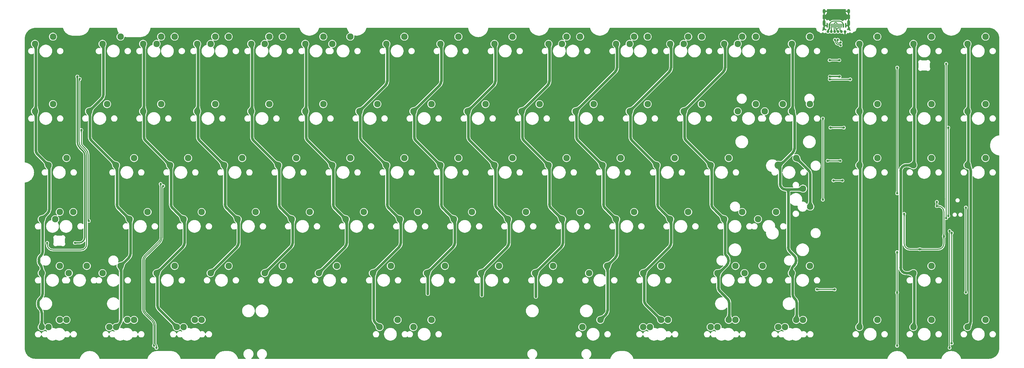
<source format=gbr>
%TF.GenerationSoftware,KiCad,Pcbnew,8.0.4*%
%TF.CreationDate,2024-07-23T15:13:34+08:00*%
%TF.ProjectId,X88H,58383848-2e6b-4696-9361-645f70636258,rev?*%
%TF.SameCoordinates,Original*%
%TF.FileFunction,Copper,L1,Top*%
%TF.FilePolarity,Positive*%
%FSLAX46Y46*%
G04 Gerber Fmt 4.6, Leading zero omitted, Abs format (unit mm)*
G04 Created by KiCad (PCBNEW 8.0.4) date 2024-07-23 15:13:34*
%MOMM*%
%LPD*%
G01*
G04 APERTURE LIST*
%TA.AperFunction,ComponentPad*%
%ADD10C,2.300000*%
%TD*%
%TA.AperFunction,ComponentPad*%
%ADD11C,1.000000*%
%TD*%
%TA.AperFunction,SMDPad,CuDef*%
%ADD12R,0.600000X1.450000*%
%TD*%
%TA.AperFunction,SMDPad,CuDef*%
%ADD13R,0.300000X1.450000*%
%TD*%
%TA.AperFunction,ComponentPad*%
%ADD14O,1.000000X2.100000*%
%TD*%
%TA.AperFunction,ComponentPad*%
%ADD15O,1.000000X1.600000*%
%TD*%
%TA.AperFunction,ComponentPad*%
%ADD16C,2.600000*%
%TD*%
%TA.AperFunction,ViaPad*%
%ADD17C,0.800000*%
%TD*%
%TA.AperFunction,Conductor*%
%ADD18C,0.375000*%
%TD*%
%TA.AperFunction,Conductor*%
%ADD19C,0.500000*%
%TD*%
%TA.AperFunction,Conductor*%
%ADD20C,0.300000*%
%TD*%
%TA.AperFunction,Conductor*%
%ADD21C,0.900000*%
%TD*%
G04 APERTURE END LIST*
D10*
%TO.P,MX104,1,1*%
%TO.N,Net-(D88-A)*%
X234315000Y-97472500D03*
%TO.P,MX104,2,2*%
%TO.N,PA3*%
X240665000Y-94932500D03*
%TD*%
%TO.P,MX15,1,1*%
%TO.N,PA1*%
X286702500Y2540000D03*
%TO.P,MX15,2,2*%
%TO.N,Net-(D16-A)*%
X293052500Y5080000D03*
%TD*%
%TO.P,MX35,1,1*%
%TO.N,PB2*%
X91440000Y-21272500D03*
%TO.P,MX35,2,2*%
%TO.N,Net-(D24-A)*%
X97790000Y-18732500D03*
%TD*%
D11*
%TO.P,H8,1,1*%
%TO.N,GND*%
X281606250Y6886812D03*
%TD*%
D10*
%TO.P,MX53,1,1*%
%TO.N,PB2*%
X100965000Y-40322500D03*
%TO.P,MX53,2,2*%
%TO.N,Net-(D41-A)*%
X107315000Y-37782500D03*
%TD*%
%TO.P,MX78,1,1*%
%TO.N,PA3*%
X250983750Y-59372500D03*
%TO.P,MX78,2,2*%
%TO.N,Net-(D65-A)*%
X257333750Y-56832500D03*
%TD*%
%TO.P,MX5,1,1*%
%TO.N,PB10*%
X77152500Y2540000D03*
%TO.P,MX5,2,2*%
%TO.N,Net-(D6-A)*%
X83502500Y5080000D03*
%TD*%
%TO.P,MX89,1,1*%
%TO.N,PA7*%
X153352500Y-78422500D03*
%TO.P,MX89,2,2*%
%TO.N,Net-(D75-A)*%
X159702500Y-75882500D03*
%TD*%
%TO.P,MX7,1,1*%
%TO.N,PB1*%
X120015000Y2540000D03*
%TO.P,MX7,2,2*%
%TO.N,Net-(D8-A)*%
X126365000Y5080000D03*
%TD*%
%TO.P,MX115,1,1*%
%TO.N,Net-(D88-A)*%
X236696250Y-97472500D03*
%TO.P,MX115,2,2*%
%TO.N,PA3*%
X243046250Y-94932500D03*
%TD*%
%TO.P,MX109,1,1*%
%TO.N,PA9*%
X-1428750Y-97472500D03*
%TO.P,MX109,2,2*%
%TO.N,Net-(D82-A)*%
X4921250Y-94932500D03*
%TD*%
%TO.P,MX54,1,1*%
%TO.N,PB1*%
X120015000Y-40322500D03*
%TO.P,MX54,2,2*%
%TO.N,Net-(D42-A)*%
X126365000Y-37782500D03*
%TD*%
%TO.P,MX68,1,1*%
%TO.N,PB12*%
X48577500Y-59372500D03*
%TO.P,MX68,2,2*%
%TO.N,Net-(D55-A)*%
X54927500Y-56832500D03*
%TD*%
D11*
%TO.P,H5,1,1*%
%TO.N,D+*%
X278006250Y6886812D03*
%TD*%
D10*
%TO.P,MX116,1,1*%
%TO.N,Net-(D89-A)*%
X260508750Y-97472500D03*
%TO.P,MX116,2,2*%
%TO.N,PA2*%
X266858750Y-94932500D03*
%TD*%
%TO.P,MX6,1,1*%
%TO.N,PB2*%
X100965000Y2540000D03*
%TO.P,MX6,2,2*%
%TO.N,Net-(D7-A)*%
X107315000Y5080000D03*
%TD*%
%TO.P,MX94,1,1*%
%TO.N,PB9*%
X305752500Y-78422500D03*
%TO.P,MX94,2,2*%
%TO.N,Net-(D81-A)*%
X312102500Y-75882500D03*
%TD*%
%TO.P,MX81,1,1*%
%TO.N,PA3*%
X239077500Y-59372500D03*
%TO.P,MX81,2,2*%
%TO.N,Net-(D65-A)*%
X245427500Y-56832500D03*
%TD*%
%TO.P,MX19,1,1*%
%TO.N,PB11*%
X53340000Y2540000D03*
%TO.P,MX19,2,2*%
%TO.N,Net-(D5-A)*%
X59690000Y5080000D03*
%TD*%
%TO.P,MX28,1,1*%
%TO.N,PA3*%
X243840000Y2540000D03*
%TO.P,MX28,2,2*%
%TO.N,Net-(D14-A)*%
X250190000Y5080000D03*
%TD*%
%TO.P,MX108,1,1*%
%TO.N,PB6*%
X324802500Y-97472500D03*
%TO.P,MX108,2,2*%
%TO.N,Net-(D92-A)*%
X331152500Y-94932500D03*
%TD*%
%TO.P,MX9,1,1*%
%TO.N,PA7*%
X158115000Y2540000D03*
%TO.P,MX9,2,2*%
%TO.N,Net-(D10-A)*%
X164465000Y5080000D03*
%TD*%
%TO.P,MX17,1,1*%
%TO.N,PB6*%
X324802500Y2540000D03*
%TO.P,MX17,2,2*%
%TO.N,Net-(D18-A)*%
X331152500Y5080000D03*
%TD*%
%TO.P,MX42,1,1*%
%TO.N,PA3*%
X224790000Y-21272500D03*
%TO.P,MX42,2,2*%
%TO.N,Net-(D31-A)*%
X231140000Y-18732500D03*
%TD*%
%TO.P,MX82,1,1*%
%TO.N,PA9*%
X8096250Y-78422500D03*
%TO.P,MX82,2,2*%
%TO.N,Net-(D67-A)*%
X14446250Y-75882500D03*
%TD*%
D11*
%TO.P,H7,1,1*%
%TO.N,/CC1*%
X280406250Y6886812D03*
%TD*%
D10*
%TO.P,MX88,1,1*%
%TO.N,PB0*%
X134302500Y-78422500D03*
%TO.P,MX88,2,2*%
%TO.N,Net-(D74-A)*%
X140652500Y-75882500D03*
%TD*%
%TO.P,MX113,1,1*%
%TO.N,Net-(D86-A)*%
X189071250Y-97472500D03*
%TO.P,MX113,2,2*%
%TO.N,PA5*%
X195421250Y-94932500D03*
%TD*%
%TO.P,MX34,1,1*%
%TO.N,PB10*%
X72390000Y-21272500D03*
%TO.P,MX34,2,2*%
%TO.N,Net-(D23-A)*%
X78740000Y-18732500D03*
%TD*%
%TO.P,MX92,1,1*%
%TO.N,PA4*%
X210502500Y-78422500D03*
%TO.P,MX92,2,2*%
%TO.N,Net-(D78-A)*%
X216852500Y-75882500D03*
%TD*%
%TO.P,MX4,1,1*%
%TO.N,PB11*%
X58102500Y2540000D03*
%TO.P,MX4,2,2*%
%TO.N,Net-(D5-A)*%
X64452500Y5080000D03*
%TD*%
%TO.P,MX52,1,1*%
%TO.N,PB10*%
X81915000Y-40322500D03*
%TO.P,MX52,2,2*%
%TO.N,Net-(D40-A)*%
X88265000Y-37782500D03*
%TD*%
%TO.P,MX37,1,1*%
%TO.N,PB0*%
X129540000Y-21272500D03*
%TO.P,MX37,2,2*%
%TO.N,Net-(D26-A)*%
X135890000Y-18732500D03*
%TD*%
%TO.P,MX85,1,1*%
%TO.N,PB10*%
X77152500Y-78422500D03*
%TO.P,MX85,2,2*%
%TO.N,Net-(D71-A)*%
X83502500Y-75882500D03*
%TD*%
%TO.P,MX25,1,1*%
%TO.N,PA6*%
X177165000Y2540000D03*
%TO.P,MX25,2,2*%
%TO.N,Net-(D11-A)*%
X183515000Y5080000D03*
%TD*%
%TO.P,MX18,1,1*%
%TO.N,PB12*%
X34290000Y2540000D03*
%TO.P,MX18,2,2*%
%TO.N,Net-(D4-A)*%
X40640000Y5080000D03*
%TD*%
%TO.P,MX100,1,1*%
%TO.N,PA8*%
X24765000Y-97472500D03*
%TO.P,MX100,2,2*%
%TO.N,Net-(D83-A)*%
X31115000Y-94932500D03*
%TD*%
%TO.P,MX38,1,1*%
%TO.N,PA7*%
X148590000Y-21272500D03*
%TO.P,MX38,2,2*%
%TO.N,Net-(D27-A)*%
X154940000Y-18732500D03*
%TD*%
%TO.P,MX31,1,1*%
%TO.N,PA8*%
X15240000Y-21272500D03*
%TO.P,MX31,2,2*%
%TO.N,Net-(D20-A)*%
X21590000Y-18732500D03*
%TD*%
%TO.P,MX106,1,1*%
%TO.N,PA1*%
X286702500Y-97472500D03*
%TO.P,MX106,2,2*%
%TO.N,Net-(D90-A)*%
X293052500Y-94932500D03*
%TD*%
%TO.P,MX12,1,1*%
%TO.N,PA4*%
X220027500Y2540000D03*
%TO.P,MX12,2,2*%
%TO.N,Net-(D13-A)*%
X226377500Y5080000D03*
%TD*%
%TO.P,MX72,1,1*%
%TO.N,PB1*%
X124777500Y-59372500D03*
%TO.P,MX72,2,2*%
%TO.N,Net-(D59-A)*%
X131127500Y-56832500D03*
%TD*%
%TO.P,MX74,1,1*%
%TO.N,PA7*%
X162877500Y-59372500D03*
%TO.P,MX74,2,2*%
%TO.N,Net-(D61-A)*%
X169227500Y-56832500D03*
%TD*%
%TO.P,MX90,1,1*%
%TO.N,PA6*%
X172402500Y-78422500D03*
%TO.P,MX90,2,2*%
%TO.N,Net-(D76-A)*%
X178752500Y-75882500D03*
%TD*%
%TO.P,MX10,1,1*%
%TO.N,PA6*%
X181927500Y2540000D03*
%TO.P,MX10,2,2*%
%TO.N,Net-(D11-A)*%
X188277500Y5080000D03*
%TD*%
%TO.P,MX87,1,1*%
%TO.N,PB1*%
X115252500Y-78422500D03*
%TO.P,MX87,2,2*%
%TO.N,Net-(D73-A)*%
X121602500Y-75882500D03*
%TD*%
%TO.P,MX64,1,1*%
%TO.N,PB6*%
X324802500Y-40322500D03*
%TO.P,MX64,2,2*%
%TO.N,Net-(D52-A)*%
X331152500Y-37782500D03*
%TD*%
%TO.P,MX2,1,1*%
%TO.N,PA8*%
X20002500Y2540000D03*
%TO.P,MX2,2,2*%
%TO.N,Net-(D3-A)*%
X26352500Y5080000D03*
%TD*%
%TO.P,MX70,1,1*%
%TO.N,PB10*%
X86677500Y-59372500D03*
%TO.P,MX70,2,2*%
%TO.N,Net-(D57-A)*%
X93027500Y-56832500D03*
%TD*%
%TO.P,MX76,1,1*%
%TO.N,PA5*%
X200977500Y-59372500D03*
%TO.P,MX76,2,2*%
%TO.N,Net-(D63-A)*%
X207327500Y-56832500D03*
%TD*%
%TO.P,MX45,1,1*%
%TO.N,PB9*%
X305752500Y-21272500D03*
%TO.P,MX45,2,2*%
%TO.N,Net-(D34-A)*%
X312102500Y-18732500D03*
%TD*%
%TO.P,MX16,1,1*%
%TO.N,PB9*%
X305752500Y2540000D03*
%TO.P,MX16,2,2*%
%TO.N,Net-(D17-A)*%
X312102500Y5080000D03*
%TD*%
%TO.P,MX48,1,1*%
%TO.N,PA9*%
X952500Y-40322500D03*
%TO.P,MX48,2,2*%
%TO.N,Net-(D36-A)*%
X7302500Y-37782500D03*
%TD*%
%TO.P,MX55,1,1*%
%TO.N,PB0*%
X139065000Y-40322500D03*
%TO.P,MX55,2,2*%
%TO.N,Net-(D43-A)*%
X145415000Y-37782500D03*
%TD*%
%TO.P,MX3,1,1*%
%TO.N,PB12*%
X39052500Y2540000D03*
%TO.P,MX3,2,2*%
%TO.N,Net-(D4-A)*%
X45402500Y5080000D03*
%TD*%
%TO.P,MX63,1,1*%
%TO.N,PB9*%
X305752500Y-40322500D03*
%TO.P,MX63,2,2*%
%TO.N,Net-(D51-A)*%
X312102500Y-37782500D03*
%TD*%
%TO.P,MX46,1,1*%
%TO.N,PB6*%
X324802500Y-21272500D03*
%TO.P,MX46,2,2*%
%TO.N,Net-(D35-A)*%
X331152500Y-18732500D03*
%TD*%
%TO.P,MX67,1,1*%
%TO.N,PA8*%
X29527500Y-59372500D03*
%TO.P,MX67,2,2*%
%TO.N,Net-(D54-A)*%
X35877500Y-56832500D03*
%TD*%
%TO.P,MX59,1,1*%
%TO.N,PA4*%
X215265000Y-40322500D03*
%TO.P,MX59,2,2*%
%TO.N,Net-(D47-A)*%
X221615000Y-37782500D03*
%TD*%
%TO.P,MX110,1,1*%
%TO.N,PA8*%
X22383750Y-97472500D03*
%TO.P,MX110,2,2*%
%TO.N,Net-(D83-A)*%
X28733750Y-94932500D03*
%TD*%
%TO.P,MX60,1,1*%
%TO.N,PA3*%
X234315000Y-40322500D03*
%TO.P,MX60,2,2*%
%TO.N,Net-(D48-A)*%
X240665000Y-37782500D03*
%TD*%
%TO.P,MX32,1,1*%
%TO.N,PB12*%
X34290000Y-21272500D03*
%TO.P,MX32,2,2*%
%TO.N,Net-(D21-A)*%
X40640000Y-18732500D03*
%TD*%
%TO.P,MX97,1,1*%
%TO.N,PA3*%
X236696250Y-78422500D03*
%TO.P,MX97,2,2*%
%TO.N,Net-(D79-A)*%
X243046250Y-75882500D03*
%TD*%
%TO.P,MX51,1,1*%
%TO.N,PB11*%
X62865000Y-40322500D03*
%TO.P,MX51,2,2*%
%TO.N,Net-(D39-A)*%
X69215000Y-37782500D03*
%TD*%
%TO.P,MX112,1,1*%
%TO.N,PB1*%
X117633750Y-97472500D03*
%TO.P,MX112,2,2*%
%TO.N,Net-(D85-A)*%
X123983750Y-94932500D03*
%TD*%
D11*
%TO.P,H4,1,1*%
%TO.N,/CC2*%
X276806250Y6886812D03*
%TD*%
D10*
%TO.P,MX84,1,1*%
%TO.N,PB11*%
X58102500Y-78422500D03*
%TO.P,MX84,2,2*%
%TO.N,Net-(D70-A)*%
X64452500Y-75882500D03*
%TD*%
%TO.P,MX75,1,1*%
%TO.N,PA6*%
X181927500Y-59372500D03*
%TO.P,MX75,2,2*%
%TO.N,Net-(D62-A)*%
X188277500Y-56832500D03*
%TD*%
%TO.P,MX96,1,1*%
%TO.N,Net-(D68-A)*%
X20002500Y-78422500D03*
%TO.P,MX96,2,2*%
%TO.N,PA8*%
X26352500Y-75882500D03*
%TD*%
%TO.P,MX91,1,1*%
%TO.N,Net-(D77-A)*%
X191452500Y-78422500D03*
%TO.P,MX91,2,2*%
%TO.N,PA5*%
X197802500Y-75882500D03*
%TD*%
%TO.P,MX114,1,1*%
%TO.N,Net-(D87-A)*%
X212883750Y-97472500D03*
%TO.P,MX114,2,2*%
%TO.N,PA4*%
X219233750Y-94932500D03*
%TD*%
%TO.P,MX43,1,1*%
%TO.N,PA2*%
X253365000Y-21272500D03*
%TO.P,MX43,2,2*%
%TO.N,Net-(D32-A)*%
X259715000Y-18732500D03*
%TD*%
%TO.P,MX65,1,1*%
%TO.N,PA2*%
X266858750Y-48577500D03*
%TO.P,MX65,2,2*%
%TO.N,Net-(D49-A)*%
X269398750Y-54927500D03*
%TD*%
%TO.P,MX98,1,1*%
%TO.N,PA2*%
X262890000Y-78422500D03*
%TO.P,MX98,2,2*%
%TO.N,Net-(D80-A)*%
X269240000Y-75882500D03*
%TD*%
D11*
%TO.P,H6,1,1*%
%TO.N,D-*%
X279206250Y6886812D03*
%TD*%
D10*
%TO.P,MX80,1,1*%
%TO.N,PA9*%
X3333750Y-59372500D03*
%TO.P,MX80,2,2*%
%TO.N,Net-(D53-A)*%
X9683750Y-56832500D03*
%TD*%
%TO.P,MX1,1,1*%
%TO.N,PA9*%
X-3810000Y2540000D03*
%TO.P,MX1,2,2*%
%TO.N,Net-(D2-A)*%
X2540000Y5080000D03*
%TD*%
%TO.P,MX41,1,1*%
%TO.N,PA4*%
X205740000Y-21272500D03*
%TO.P,MX41,2,2*%
%TO.N,Net-(D30-A)*%
X212090000Y-18732500D03*
%TD*%
%TO.P,MX66,1,1*%
%TO.N,PA9*%
X-1428750Y-59372500D03*
%TO.P,MX66,2,2*%
%TO.N,Net-(D53-A)*%
X4921250Y-56832500D03*
%TD*%
%TO.P,MX71,1,1*%
%TO.N,PB2*%
X105727500Y-59372500D03*
%TO.P,MX71,2,2*%
%TO.N,Net-(D58-A)*%
X112077500Y-56832500D03*
%TD*%
%TO.P,MX93,1,1*%
%TO.N,PA3*%
X246221250Y-78422500D03*
%TO.P,MX93,2,2*%
%TO.N,Net-(D79-A)*%
X252571250Y-75882500D03*
%TD*%
%TO.P,MX49,1,1*%
%TO.N,PA8*%
X24765000Y-40322500D03*
%TO.P,MX49,2,2*%
%TO.N,Net-(D37-A)*%
X31115000Y-37782500D03*
%TD*%
%TO.P,MX11,1,1*%
%TO.N,PA5*%
X200977500Y2540000D03*
%TO.P,MX11,2,2*%
%TO.N,Net-(D12-A)*%
X207327500Y5080000D03*
%TD*%
%TO.P,MX39,1,1*%
%TO.N,PA6*%
X167640000Y-21272500D03*
%TO.P,MX39,2,2*%
%TO.N,Net-(D28-A)*%
X173990000Y-18732500D03*
%TD*%
%TO.P,MX69,1,1*%
%TO.N,PB11*%
X67627500Y-59372500D03*
%TO.P,MX69,2,2*%
%TO.N,Net-(D56-A)*%
X73977500Y-56832500D03*
%TD*%
%TO.P,MX77,1,1*%
%TO.N,PA4*%
X220027500Y-59372500D03*
%TO.P,MX77,2,2*%
%TO.N,Net-(D64-A)*%
X226377500Y-56832500D03*
%TD*%
%TO.P,MX27,1,1*%
%TO.N,PA4*%
X224790000Y2540000D03*
%TO.P,MX27,2,2*%
%TO.N,Net-(D13-A)*%
X231140000Y5080000D03*
%TD*%
%TO.P,MX62,1,1*%
%TO.N,PA1*%
X286702500Y-40322500D03*
%TO.P,MX62,2,2*%
%TO.N,Net-(D50-A)*%
X293052500Y-37782500D03*
%TD*%
%TO.P,MX57,1,1*%
%TO.N,PA6*%
X177165000Y-40322500D03*
%TO.P,MX57,2,2*%
%TO.N,Net-(D45-A)*%
X183515000Y-37782500D03*
%TD*%
%TO.P,MX107,1,1*%
%TO.N,PB9*%
X305752500Y-97472500D03*
%TO.P,MX107,2,2*%
%TO.N,Net-(D91-A)*%
X312102500Y-94932500D03*
%TD*%
%TO.P,MX56,1,1*%
%TO.N,PA7*%
X158115000Y-40322500D03*
%TO.P,MX56,2,2*%
%TO.N,Net-(D44-A)*%
X164465000Y-37782500D03*
%TD*%
%TO.P,MX111,1,1*%
%TO.N,PB12*%
X46196250Y-97472500D03*
%TO.P,MX111,2,2*%
%TO.N,Net-(D84-A)*%
X52546250Y-94932500D03*
%TD*%
%TO.P,MX101,1,1*%
%TO.N,PB12*%
X48577500Y-97472500D03*
%TO.P,MX101,2,2*%
%TO.N,Net-(D84-A)*%
X54927500Y-94932500D03*
%TD*%
%TO.P,MX13,1,1*%
%TO.N,PA3*%
X239077500Y2540000D03*
%TO.P,MX13,2,2*%
%TO.N,Net-(D14-A)*%
X245427500Y5080000D03*
%TD*%
%TO.P,MX21,1,1*%
%TO.N,PB2*%
X91440000Y2540000D03*
%TO.P,MX21,2,2*%
%TO.N,Net-(D7-A)*%
X97790000Y5080000D03*
%TD*%
%TO.P,MX14,1,1*%
%TO.N,PA2*%
X262890000Y2540000D03*
%TO.P,MX14,2,2*%
%TO.N,Net-(D15-A)*%
X269240000Y5080000D03*
%TD*%
%TO.P,MX40,1,1*%
%TO.N,PA5*%
X186690000Y-21272500D03*
%TO.P,MX40,2,2*%
%TO.N,Net-(D29-A)*%
X193040000Y-18732500D03*
%TD*%
%TO.P,MX26,1,1*%
%TO.N,PA5*%
X205740000Y2540000D03*
%TO.P,MX26,2,2*%
%TO.N,Net-(D12-A)*%
X212090000Y5080000D03*
%TD*%
D12*
%TO.P,USB1,A1,GND*%
%TO.N,GND*%
X281856250Y8955000D03*
%TO.P,USB1,A4,VBUS*%
%TO.N,VBUS*%
X281056250Y8955000D03*
D13*
%TO.P,USB1,A5,CC1*%
%TO.N,/CC1*%
X279856250Y8955000D03*
%TO.P,USB1,A6,D+*%
%TO.N,D+*%
X278856250Y8955000D03*
%TO.P,USB1,A7,D-*%
%TO.N,D-*%
X278356250Y8955000D03*
%TO.P,USB1,A8,SBU1*%
%TO.N,unconnected-(USB1-SBU1-PadA8)*%
X277356250Y8955000D03*
D12*
%TO.P,USB1,A9,VBUS*%
%TO.N,VBUS*%
X276156250Y8955000D03*
%TO.P,USB1,A12,GND*%
%TO.N,GND*%
X275356250Y8955000D03*
%TO.P,USB1,B1,GND*%
X275356250Y8955000D03*
%TO.P,USB1,B4,VBUS*%
%TO.N,VBUS*%
X276156250Y8955000D03*
D13*
%TO.P,USB1,B5,CC2*%
%TO.N,/CC2*%
X276856250Y8955000D03*
%TO.P,USB1,B6,D+*%
%TO.N,D+*%
X277856250Y8955000D03*
%TO.P,USB1,B7,D-*%
%TO.N,D-*%
X279356250Y8955000D03*
%TO.P,USB1,B8,SBU2*%
%TO.N,unconnected-(USB1-SBU2-PadB8)*%
X280356250Y8955000D03*
D12*
%TO.P,USB1,B9,VBUS*%
%TO.N,VBUS*%
X281056250Y8955000D03*
%TO.P,USB1,B12,GND*%
%TO.N,GND*%
X281856250Y8955000D03*
D14*
%TO.P,USB1,S1,SHIELD*%
X282926250Y9870000D03*
D15*
X282926250Y14050000D03*
D14*
X274286250Y9870000D03*
D15*
X274286250Y14050000D03*
%TD*%
D10*
%TO.P,MX95,1,1*%
%TO.N,PA9*%
X-1428750Y-78422500D03*
%TO.P,MX95,2,2*%
%TO.N,Net-(D67-A)*%
X4921250Y-75882500D03*
%TD*%
%TO.P,MX50,1,1*%
%TO.N,PB12*%
X43815000Y-40322500D03*
%TO.P,MX50,2,2*%
%TO.N,Net-(D38-A)*%
X50165000Y-37782500D03*
%TD*%
%TO.P,MX44,1,1*%
%TO.N,PA1*%
X286702500Y-21272500D03*
%TO.P,MX44,2,2*%
%TO.N,Net-(D33-A)*%
X293052500Y-18732500D03*
%TD*%
%TO.P,MX58,1,1*%
%TO.N,PA5*%
X196215000Y-40322500D03*
%TO.P,MX58,2,2*%
%TO.N,Net-(D46-A)*%
X202565000Y-37782500D03*
%TD*%
%TO.P,MX8,1,1*%
%TO.N,PB0*%
X139065000Y2540000D03*
%TO.P,MX8,2,2*%
%TO.N,Net-(D9-A)*%
X145415000Y5080000D03*
%TD*%
%TO.P,MX99,1,1*%
%TO.N,PA9*%
X952500Y-97472500D03*
%TO.P,MX99,2,2*%
%TO.N,Net-(D82-A)*%
X7302500Y-94932500D03*
%TD*%
D11*
%TO.P,H3,1,1*%
%TO.N,VBUS*%
X275606250Y6886812D03*
%TD*%
D10*
%TO.P,MX103,1,1*%
%TO.N,Net-(D87-A)*%
X210502500Y-97472500D03*
%TO.P,MX103,2,2*%
%TO.N,PA4*%
X216852500Y-94932500D03*
%TD*%
%TO.P,MX36,1,1*%
%TO.N,PB1*%
X110490000Y-21272500D03*
%TO.P,MX36,2,2*%
%TO.N,Net-(D25-A)*%
X116840000Y-18732500D03*
%TD*%
%TO.P,MX86,1,1*%
%TO.N,PB2*%
X96202500Y-78422500D03*
%TO.P,MX86,2,2*%
%TO.N,Net-(D72-A)*%
X102552500Y-75882500D03*
%TD*%
%TO.P,MX20,1,1*%
%TO.N,PB10*%
X72390000Y2540000D03*
%TO.P,MX20,2,2*%
%TO.N,Net-(D6-A)*%
X78740000Y5080000D03*
%TD*%
%TO.P,MX73,1,1*%
%TO.N,PB0*%
X143827500Y-59372500D03*
%TO.P,MX73,2,2*%
%TO.N,Net-(D60-A)*%
X150177500Y-56832500D03*
%TD*%
%TO.P,MX30,1,1*%
%TO.N,PA9*%
X-3810000Y-21272500D03*
%TO.P,MX30,2,2*%
%TO.N,Net-(D19-A)*%
X2540000Y-18732500D03*
%TD*%
%TO.P,MX47,1,1*%
%TO.N,PA2*%
X243840000Y-21272500D03*
%TO.P,MX47,2,2*%
%TO.N,Net-(D32-A)*%
X250190000Y-18732500D03*
%TD*%
%TO.P,MX105,1,1*%
%TO.N,Net-(D89-A)*%
X258127500Y-97472500D03*
%TO.P,MX105,2,2*%
%TO.N,PA2*%
X264477500Y-94932500D03*
%TD*%
%TO.P,MX33,1,1*%
%TO.N,PB11*%
X53340000Y-21272500D03*
%TO.P,MX33,2,2*%
%TO.N,Net-(D22-A)*%
X59690000Y-18732500D03*
%TD*%
D16*
%TO.P,MX61,1,1*%
%TO.N,PA2*%
X258127500Y-40322500D03*
D10*
%TO.P,MX61,2,2*%
%TO.N,Net-(D49-A)*%
X264477500Y-37782500D03*
%TD*%
%TO.P,MX83,1,1*%
%TO.N,PB12*%
X39052500Y-78422500D03*
%TO.P,MX83,2,2*%
%TO.N,Net-(D69-A)*%
X45402500Y-75882500D03*
%TD*%
%TO.P,MX79,1,1*%
%TO.N,PA2*%
X262890000Y-21272500D03*
%TO.P,MX79,2,2*%
%TO.N,Net-(D66-A)*%
X269240000Y-18732500D03*
%TD*%
%TO.P,MX102,1,1*%
%TO.N,PB1*%
X129540000Y-97472500D03*
%TO.P,MX102,2,2*%
%TO.N,Net-(D85-A)*%
X135890000Y-94932500D03*
%TD*%
D17*
%TO.N,+3V3*%
X308000000Y-70000000D03*
X316500000Y-65436250D03*
X314000000Y-53250000D03*
X12537500Y-27887500D03*
X302500000Y-57500000D03*
X314000000Y-54750000D03*
X275500000Y-38750000D03*
X15175000Y-60000000D03*
X280000000Y-38750000D03*
%TO.N,GND*%
X279750000Y-2000000D03*
X327250000Y-59750000D03*
X169068750Y-105965625D03*
X299250000Y-45250000D03*
X323250000Y-59750000D03*
X288250000Y-44750000D03*
X285750000Y-50250000D03*
X41250000Y-67750000D03*
X275806250Y-16000000D03*
X281384375Y4252500D03*
X319000000Y-51250000D03*
X173831250Y-105965625D03*
X298750000Y-85250000D03*
X276500000Y-28250000D03*
X303750000Y-57500000D03*
X241750000Y-87250000D03*
X299000000Y-6750000D03*
X300000000Y-69750000D03*
X316500000Y-52250000D03*
X313895000Y-7750000D03*
X323250000Y-84250000D03*
X12750000Y-10750000D03*
X276000000Y-4500000D03*
X314000000Y-52000000D03*
X10000000Y-9750000D03*
X288250000Y-69000000D03*
X154750000Y-87000000D03*
X275750000Y-7750000D03*
X302500000Y-45250000D03*
X73818750Y-105965625D03*
X323250000Y-62500000D03*
X275806250Y-12500000D03*
X299000000Y-50250000D03*
X319000000Y-59000000D03*
X275750000Y-11000000D03*
X275431250Y-23812500D03*
X319500000Y-104250000D03*
X279750000Y1000000D03*
X281750000Y-26000000D03*
X307562500Y-56157954D03*
X280250000Y-42250000D03*
X13500000Y-28750000D03*
X323250000Y-56532500D03*
X299000000Y-102250000D03*
X12000000Y-8000000D03*
X277606250Y-30750000D03*
X192881250Y-105965625D03*
X278250000Y-85500000D03*
X307107500Y-59662500D03*
X285750000Y-44750000D03*
X266000000Y-90750000D03*
X272750000Y-52750000D03*
X42000000Y-64250000D03*
X173750000Y-87500000D03*
X278000000Y-46750000D03*
X152500000Y-86500000D03*
X133500000Y-86000000D03*
X324750000Y-86250000D03*
X14500000Y-70500000D03*
X300000000Y-4750000D03*
X277500000Y-44500000D03*
X42500000Y-47250000D03*
X288250000Y-65500000D03*
X261937500Y-39687500D03*
X10000000Y-28000000D03*
X281406250Y-12500000D03*
X316500000Y-54750000D03*
X277250000Y-26000000D03*
X300000000Y-51750000D03*
X34000000Y-48500000D03*
X301000000Y-6750000D03*
X283000000Y-32293750D03*
X281500000Y-11000000D03*
X280250000Y-40000000D03*
X280106250Y-19750000D03*
X46250000Y-105750000D03*
X301500000Y-105750000D03*
X288250000Y-50250000D03*
X500000Y-66250000D03*
X285750000Y-68500000D03*
X280250000Y-44500000D03*
X259750000Y-87250000D03*
X20250000Y-54952501D03*
X39500000Y-64250000D03*
X69056250Y-105965625D03*
X15250000Y-61250000D03*
X78581250Y-105965625D03*
X307000000Y-69000000D03*
X279750000Y-7750000D03*
X279750000Y-4500000D03*
X301000000Y-86250000D03*
X276000000Y-2000000D03*
X277500000Y-35500000D03*
X277500000Y-42250000D03*
X188118750Y-105965625D03*
X280106250Y-16500000D03*
X277500000Y-39750000D03*
X285750000Y-65500000D03*
X282000000Y-37725000D03*
X272750000Y-83250000D03*
X37500000Y-105000000D03*
X38250000Y-67250000D03*
X304750000Y-4250000D03*
X314000000Y-56000000D03*
X236000000Y-87250000D03*
X16750000Y-28750000D03*
X308812500Y-64737501D03*
X281750000Y-28250000D03*
X288250000Y-59250000D03*
X277500000Y-37750000D03*
X320000000Y-102250000D03*
X277500000Y-33250000D03*
X135750000Y-86500000D03*
X288250000Y-52000000D03*
X274750000Y-39750000D03*
X171500000Y-87000000D03*
X301000000Y-102250000D03*
X318500000Y-4250000D03*
X22750000Y-54952501D03*
X302500000Y-51750000D03*
X299000000Y-71750000D03*
X32250000Y-47750000D03*
X316250000Y-4500000D03*
X283500000Y-11250000D03*
X267493750Y-52387500D03*
X15250000Y-68250000D03*
X327250000Y-61750000D03*
X40500000Y-45250000D03*
X39500000Y-48500000D03*
X317500000Y-102250000D03*
X311812500Y-59087499D03*
X279500000Y-50250000D03*
X242000000Y-90750000D03*
X277018750Y3175000D03*
X320250000Y-63500000D03*
X285750000Y-59250000D03*
X315500000Y-66500000D03*
X320000000Y-65250000D03*
X278250000Y-83000000D03*
X274750000Y-50750000D03*
X12750000Y-66000000D03*
X285750000Y-52000000D03*
X265750000Y-87250000D03*
X319000000Y-56500000D03*
X265112500Y-42862500D03*
X281406250Y-16000000D03*
X298750000Y-105750000D03*
X281250000Y2500000D03*
X10250000Y-68750000D03*
X312387501Y-64162500D03*
%TO.N,+5V*%
X11112500Y-9000000D03*
X10250000Y-67750000D03*
X276256250Y-9000000D03*
X279750000Y-9000000D03*
%TO.N,BOOT0*%
X318500000Y-63512503D03*
X41393884Y-47650000D03*
X318500000Y-104837500D03*
X39000000Y-104837500D03*
%TO.N,NRST*%
X300000000Y-104087500D03*
X38100000Y-104037500D03*
X40481250Y-46900000D03*
X324250000Y-85250000D03*
X300000000Y-71000000D03*
X300000000Y-85250000D03*
X324250000Y-55250000D03*
%TO.N,D+*%
X278106250Y3968750D03*
X280093029Y2052587D03*
%TO.N,D-*%
X279106250Y3968750D03*
X280093029Y3052587D03*
%TO.N,PB4*%
X277556250Y-45732500D03*
X280758349Y-45741651D03*
%TO.N,PA10*%
X273843750Y-23812500D03*
X273843750Y-52500000D03*
%TO.N,PB3*%
X318037500Y-27050000D03*
X276500000Y-27050000D03*
X281250000Y-27050000D03*
X318037500Y-58250000D03*
%TO.N,PA7*%
X153657500Y-86250000D03*
%TO.N,PA6*%
X172707500Y-86750000D03*
%TO.N,PA15*%
X276206250Y-3237500D03*
X317287500Y-59000000D03*
X279656250Y-3237500D03*
X317287500Y-4500000D03*
%TO.N,PB6*%
X325918600Y-61750000D03*
%TO.N,PB0*%
X134607500Y-85750000D03*
%TO.N,PA1*%
X287007500Y-68250000D03*
%TO.N,PB8*%
X278000000Y-84200000D03*
X271750000Y-84200000D03*
%TO.N,/RGB*%
X300037500Y-5830000D03*
X300037500Y-50250000D03*
%TO.N,Net-(RGB1-DOUT)*%
X500000Y-67750000D03*
X276250000Y-10000000D03*
X11962500Y-9850000D03*
X283500000Y-10000000D03*
%TO.N,PB7*%
X319250000Y-64210603D03*
X319250000Y-103250000D03*
%TD*%
D18*
%TO.N,+3V3*%
X314500000Y-54750000D02*
X314000000Y-54750000D01*
X314000000Y-53250000D02*
X314000000Y-54750000D01*
X302500000Y-57500000D02*
X302500000Y-68000000D01*
X12537500Y-27887500D02*
X12537500Y-32219339D01*
X308000000Y-70000000D02*
X314500000Y-70000000D01*
X304500000Y-70000000D02*
X308000000Y-70000000D01*
X316500000Y-68000000D02*
X316500000Y-65436250D01*
X14962500Y-36715406D02*
X14962500Y-59787500D01*
X13123287Y-33633553D02*
X14083819Y-34594084D01*
X14962500Y-59787500D02*
X15175000Y-60000000D01*
X280000000Y-38750000D02*
X275500000Y-38750000D01*
X316500000Y-65436250D02*
X316500000Y-56750000D01*
X316500000Y-56750000D02*
G75*
G03*
X314500000Y-54750000I-2000000J0D01*
G01*
X314500000Y-70000000D02*
G75*
G03*
X316500000Y-68000000I0J2000000D01*
G01*
X13123287Y-33633553D02*
G75*
G02*
X12537473Y-32219339I1414213J1414253D01*
G01*
X304500000Y-70000000D02*
G75*
G02*
X302500000Y-68000000I0J2000000D01*
G01*
X14083819Y-34594084D02*
G75*
G02*
X14962496Y-36715406I-2121319J-2121316D01*
G01*
D19*
%TO.N,GND*%
X282926250Y8955000D02*
X282926250Y9870000D01*
X274286250Y9870000D02*
X274286250Y14050000D01*
X281856250Y8955000D02*
X282926250Y8955000D01*
X274286250Y8955000D02*
X274286250Y9870000D01*
X282926250Y9870000D02*
X282926250Y14050000D01*
X274286250Y14050000D02*
X282926250Y14050000D01*
X275356250Y8955000D02*
X274286250Y8955000D01*
%TO.N,+5V*%
X279750000Y-9000000D02*
X276256250Y-9000000D01*
X11991180Y-34216180D02*
X13164214Y-35389214D01*
X11112500Y-9000000D02*
X11112500Y-32094859D01*
X13750000Y-36803427D02*
X13750000Y-65750000D01*
X10250000Y-67750000D02*
X11750000Y-67750000D01*
X11112500Y-32094859D02*
G75*
G03*
X11991180Y-34216180I3000000J-1D01*
G01*
X13750000Y-36803427D02*
G75*
G03*
X13164213Y-35389215I-2000000J-3D01*
G01*
X13750000Y-65750000D02*
G75*
G02*
X11750000Y-67750000I-2000000J0D01*
G01*
D20*
%TO.N,BOOT0*%
X38600000Y-103269732D02*
X38600000Y-96872177D01*
X38853553Y-103730392D02*
X38746446Y-103623285D01*
X41274143Y-47769741D02*
X41393884Y-47650000D01*
X34631250Y-91039466D02*
X34631250Y-74060532D01*
X40981250Y-65846573D02*
X40981250Y-48476848D01*
X35217037Y-72646318D02*
X40249017Y-67614340D01*
X39000000Y-104837500D02*
X39000000Y-104083946D01*
X37867767Y-95104410D02*
X35217036Y-92453679D01*
X318500000Y-104837500D02*
X318500000Y-63512503D01*
X40981250Y-48476848D02*
G75*
G02*
X41274130Y-47769728I999950J48D01*
G01*
X40981250Y-65846573D02*
G75*
G02*
X40249020Y-67614343I-2499950J-27D01*
G01*
X35217037Y-72646318D02*
G75*
G03*
X34631258Y-74060532I1414163J-1414182D01*
G01*
X39000000Y-104083946D02*
G75*
G03*
X38853576Y-103730369I-500000J46D01*
G01*
X37867767Y-95104410D02*
G75*
G02*
X38600016Y-96872177I-1767767J-1767790D01*
G01*
X38600000Y-103269732D02*
G75*
G03*
X38746462Y-103623269I500000J32D01*
G01*
X35217036Y-92453679D02*
G75*
G02*
X34631259Y-91039466I1414164J1414179D01*
G01*
%TO.N,NRST*%
X34863483Y-72292767D02*
X39895464Y-67260786D01*
X37514213Y-95457963D02*
X34863483Y-92807233D01*
X40481250Y-65846573D02*
X40481250Y-46900000D01*
D18*
X300000000Y-104087500D02*
X300000000Y-85250000D01*
X324250000Y-55250000D02*
X324250000Y-85250000D01*
X300000000Y-85250000D02*
X300000000Y-71000000D01*
D20*
X34131250Y-91039466D02*
X34131250Y-74060534D01*
X38100000Y-104037500D02*
X38100000Y-96872177D01*
X34863483Y-92807233D02*
G75*
G02*
X34131259Y-91039466I1767717J1767733D01*
G01*
X34863483Y-72292767D02*
G75*
G03*
X34131259Y-74060534I1767717J-1767733D01*
G01*
X37514213Y-95457963D02*
G75*
G02*
X38100016Y-96872177I-1414213J-1414237D01*
G01*
X39895464Y-67260786D02*
G75*
G03*
X40481245Y-65846573I-1414164J1414186D01*
G01*
%TO.N,D+*%
X278206250Y10030000D02*
X278506250Y10030000D01*
X277856250Y8955000D02*
X277856250Y7036812D01*
X278356250Y3718750D02*
X278356250Y3302587D01*
X278856250Y9680000D02*
X278856250Y8955000D01*
X279843029Y2302587D02*
X280093029Y2052587D01*
X277856250Y8955000D02*
X277856250Y9680000D01*
X279356250Y2302587D02*
X279843029Y2302587D01*
X277856250Y7036812D02*
X278006250Y6886812D01*
X278106250Y3968750D02*
X278356250Y3718750D01*
X277856250Y9680000D02*
G75*
G02*
X278206250Y10030050I350050J0D01*
G01*
X278356250Y3302587D02*
G75*
G03*
X279356250Y2302650I999950J13D01*
G01*
X278856250Y9680000D02*
G75*
G03*
X278506250Y10030050I-350050J0D01*
G01*
%TO.N,D-*%
X278856250Y3718750D02*
X278856250Y3302587D01*
X279356250Y8230000D02*
X279356250Y8955000D01*
X278356250Y8955000D02*
X278356250Y8230000D01*
X278649143Y7446001D02*
X279206250Y6888894D01*
X279206250Y6888894D02*
X279206250Y6886812D01*
X278356250Y8955000D02*
X278356250Y8153108D01*
X278706250Y7880000D02*
X279006250Y7880000D01*
X279356250Y2802587D02*
X279843029Y2802587D01*
X279843029Y2802587D02*
X280093029Y3052587D01*
X279106250Y3968750D02*
X278856250Y3718750D01*
X279356250Y8230000D02*
G75*
G02*
X279006250Y7879950I-350050J0D01*
G01*
X278356250Y8230000D02*
G75*
G03*
X278706250Y7879950I350050J0D01*
G01*
X278649143Y7446001D02*
G75*
G02*
X278356241Y8153108I707057J707099D01*
G01*
X279356250Y2802587D02*
G75*
G02*
X278856287Y3302587I50J500013D01*
G01*
D18*
%TO.N,PB4*%
X277556250Y-45732500D02*
X280231250Y-45732500D01*
X280231250Y-45732500D02*
X280758349Y-45732500D01*
X280758349Y-45732500D02*
X280758349Y-45741651D01*
%TO.N,PA10*%
X273843750Y-23812500D02*
X273843750Y-52500000D01*
D21*
%TO.N,PB1*%
X120015000Y-40322500D02*
X120320000Y-40627500D01*
X116143287Y-95982037D02*
X117633750Y-97472500D01*
X115557500Y-78727500D02*
X115557500Y-94567823D01*
X125082500Y-59677500D02*
X125082500Y-67764073D01*
X120320000Y-40627500D02*
X120320000Y-54086573D01*
X124777500Y-59372500D02*
X125082500Y-59677500D01*
X120320000Y2235000D02*
X120320000Y-10614073D01*
X115252500Y-78422500D02*
X115557500Y-78727500D01*
X111380787Y-31688287D02*
X120015000Y-40322500D01*
X110795000Y-21577500D02*
X110795000Y-30274073D01*
X110490000Y-21272500D02*
X110795000Y-21577500D01*
X124496713Y-69178287D02*
X115252500Y-78422500D01*
X119734213Y-12028287D02*
X110490000Y-21272500D01*
X120905787Y-55500787D02*
X124777500Y-59372500D01*
X120015000Y2540000D02*
X120320000Y2235000D01*
X120320000Y-54086573D02*
G75*
G03*
X120905773Y-55500801I2000000J-27D01*
G01*
X115557500Y-94567823D02*
G75*
G03*
X116143298Y-95982026I2000000J23D01*
G01*
X125082500Y-67764073D02*
G75*
G02*
X124496727Y-69178301I-2000000J-27D01*
G01*
X119734213Y-12028287D02*
G75*
G03*
X120319981Y-10614073I-1414213J1414187D01*
G01*
X110795000Y-30274073D02*
G75*
G03*
X111380773Y-31688301I2000000J-27D01*
G01*
%TO.N,Net-(D49-A)*%
X269398750Y-54927500D02*
X269398750Y-43532177D01*
X268812963Y-42117963D02*
X264477500Y-37782500D01*
X268812963Y-42117963D02*
G75*
G02*
X269398781Y-43532177I-1414163J-1414237D01*
G01*
D18*
%TO.N,PB3*%
X276500000Y-27050000D02*
X281250000Y-27050000D01*
D20*
X318037500Y-58250000D02*
X318037500Y-27050000D01*
D19*
%TO.N,VBUS*%
X275606250Y7280000D02*
X275606250Y6886812D01*
D18*
X281056250Y9120427D02*
X281056250Y8955000D01*
D19*
X276156250Y7830000D02*
X275606250Y7280000D01*
X276156250Y8955000D02*
X276156250Y7830000D01*
D18*
X277606250Y10570427D02*
X279606250Y10570427D01*
X276156250Y8955000D02*
X276156250Y9120427D01*
X281056250Y9120427D02*
G75*
G03*
X279606250Y10570350I-1449950J-27D01*
G01*
X277606250Y10570427D02*
G75*
G03*
X276156173Y9120427I-50J-1450027D01*
G01*
D21*
%TO.N,PA9*%
X-2450000Y-73666840D02*
X-2450000Y-74288160D01*
X-2693900Y-89463502D02*
X-2693900Y-88971498D01*
X-1621669Y-72134346D02*
X-1952082Y-72464759D01*
X1257500Y-40627500D02*
X1257500Y-55857823D01*
X-3810000Y-21272500D02*
X-3505000Y-21577500D01*
X-1428750Y-59372500D02*
X-1123750Y-59677500D01*
X-3505000Y-20967500D02*
X-3810000Y-21272500D01*
X-2043826Y-90983424D02*
X-2078824Y-90948426D01*
X-3810000Y2540000D02*
X-3505000Y2235000D01*
X952500Y-40322500D02*
X1257500Y-40627500D01*
X-1123750Y-59677500D02*
X-1123750Y-70932264D01*
X-1428750Y-97472500D02*
X-1428750Y-92468348D01*
X-3505000Y2235000D02*
X-3505000Y-20967500D01*
X-1952081Y-75490242D02*
X-1926668Y-75515655D01*
X-2919213Y-36450787D02*
X952500Y-40322500D01*
X-3505000Y-21577500D02*
X-3505000Y-35036573D01*
X671713Y-57272037D02*
X-1428750Y-59372500D01*
X-1123750Y-78727500D02*
X-1428750Y-78422500D01*
X-1428750Y-76717736D02*
X-1428750Y-78422500D01*
X-1123750Y-85661652D02*
X-1123750Y-78727500D01*
X-2078824Y-87486574D02*
X-1738826Y-87146576D01*
X-1738826Y-87146576D02*
G75*
G03*
X-1123750Y-85661652I-1484923J1484924D01*
G01*
X-2450000Y-74288160D02*
G75*
G03*
X-1952081Y-75490242I1700001J1D01*
G01*
X-1428750Y-76717736D02*
G75*
G03*
X-1926668Y-75515655I-1700001J-1D01*
G01*
X-2450000Y-73666840D02*
G75*
G02*
X-1952082Y-72464759I1700001J-1D01*
G01*
X-2043826Y-90983424D02*
G75*
G02*
X-1428750Y-92468348I-1484923J-1484924D01*
G01*
X-2078824Y-90948426D02*
G75*
G02*
X-2693900Y-89463502I1484923J1484924D01*
G01*
X-2078824Y-87486574D02*
G75*
G03*
X-2693900Y-88971498I1484923J-1484924D01*
G01*
X-1123750Y-70932264D02*
G75*
G02*
X-1621669Y-72134346I-1700001J1D01*
G01*
X1257500Y-55857823D02*
G75*
G02*
X671713Y-57272037I-2000000J0D01*
G01*
X-2919213Y-36450787D02*
G75*
G02*
X-3505000Y-35036573I1414213J1414214D01*
G01*
%TO.N,PA7*%
X158115000Y2540000D02*
X158420000Y2235000D01*
X149480787Y-31688287D02*
X158115000Y-40322500D01*
X148895000Y-21577500D02*
X148895000Y-30274073D01*
X158420000Y2235000D02*
X158420000Y-10614073D01*
X158420000Y-40627500D02*
X158420000Y-54086573D01*
X162877500Y-59372500D02*
X163182500Y-59677500D01*
X162596713Y-69178287D02*
X153352500Y-78422500D01*
X153657500Y-78727500D02*
X153657500Y-85842500D01*
X157834213Y-12028287D02*
X148590000Y-21272500D01*
X153352500Y-78422500D02*
X153657500Y-78727500D01*
X148590000Y-21272500D02*
X148895000Y-21577500D01*
X159005787Y-55500787D02*
X162877500Y-59372500D01*
X158115000Y-40322500D02*
X158420000Y-40627500D01*
X163182500Y-59677500D02*
X163182500Y-67764073D01*
X153657500Y-85842500D02*
X153657500Y-86250000D01*
X162596713Y-69178287D02*
G75*
G03*
X163182481Y-67764073I-1414213J1414187D01*
G01*
X149480787Y-31688287D02*
G75*
G02*
X148895019Y-30274073I1414213J1414187D01*
G01*
X158420000Y-54086573D02*
G75*
G03*
X159005773Y-55500801I2000000J-27D01*
G01*
X157834213Y-12028287D02*
G75*
G03*
X158419981Y-10614073I-1414213J1414187D01*
G01*
%TO.N,PA6*%
X167945000Y-21577500D02*
X167945000Y-30274073D01*
X172707500Y-78727500D02*
X172707500Y-86750000D01*
X172402500Y-78422500D02*
X172707500Y-78727500D01*
X177165000Y-40322500D02*
X177470000Y-40627500D01*
X168530787Y-31688287D02*
X177165000Y-40322500D01*
X181927500Y-59372500D02*
X182232500Y-59677500D01*
X167640000Y-21272500D02*
X167945000Y-21577500D01*
X177470000Y-40627500D02*
X177470000Y-54086573D01*
X181646713Y-69178287D02*
X172402500Y-78422500D01*
X182232500Y-59677500D02*
X182232500Y-67764073D01*
X177165000Y2540000D02*
X177470000Y2235000D01*
X177470000Y2235000D02*
X177470000Y-10614073D01*
X176884213Y-12028287D02*
X167640000Y-21272500D01*
X178055787Y-55500787D02*
X181927500Y-59372500D01*
X181646713Y-69178287D02*
G75*
G03*
X182232481Y-67764073I-1414213J1414187D01*
G01*
X177470000Y-54086573D02*
G75*
G03*
X178055773Y-55500801I2000000J-27D01*
G01*
X176884213Y-12028287D02*
G75*
G03*
X177469981Y-10614073I-1414213J1414187D01*
G01*
X167945000Y-30274073D02*
G75*
G03*
X168530773Y-31688301I2000000J-27D01*
G01*
%TO.N,PA5*%
X200696713Y-7265787D02*
X186690000Y-21272500D01*
X197105787Y-55500787D02*
X200977500Y-59372500D01*
X197370613Y-92983137D02*
X195421250Y-94932500D01*
X196215000Y-40322500D02*
X196520000Y-40627500D01*
X200977500Y-59372500D02*
X201282500Y-59677500D01*
X200977500Y2540000D02*
X201282500Y2235000D01*
X197802500Y-76041250D02*
X197956400Y-76195150D01*
X186690000Y-21272500D02*
X186995000Y-21577500D01*
X197956400Y-76195150D02*
X197956400Y-91568923D01*
X201282500Y-59677500D02*
X201282500Y-71574073D01*
X201282500Y2235000D02*
X201282500Y-5851573D01*
X197802500Y-75882500D02*
X197802500Y-76041250D01*
X186995000Y-21577500D02*
X186995000Y-30274073D01*
X196520000Y-40627500D02*
X196520000Y-54086573D01*
X200696713Y-72988287D02*
X197802500Y-75882500D01*
X187580787Y-31688287D02*
X196215000Y-40322500D01*
X197105787Y-55500787D02*
G75*
G02*
X196520019Y-54086573I1414213J1414187D01*
G01*
X201282500Y-5851573D02*
G75*
G02*
X200696727Y-7265801I-2000000J-27D01*
G01*
X197370613Y-92983137D02*
G75*
G03*
X197956416Y-91568923I-1414213J1414237D01*
G01*
X201282500Y-71574073D02*
G75*
G02*
X200696727Y-72988301I-2000000J-27D01*
G01*
X186995000Y-30274073D02*
G75*
G03*
X187580773Y-31688301I2000000J-27D01*
G01*
%TO.N,PB2*%
X91745000Y-20967500D02*
X91440000Y-21272500D01*
X105727500Y-59372500D02*
X106032500Y-59677500D01*
X91440000Y-21272500D02*
X91745000Y-21577500D01*
X101270000Y-40627500D02*
X101270000Y-54086573D01*
X91440000Y2540000D02*
X91745000Y2235000D01*
X101855787Y-55500787D02*
X105727500Y-59372500D01*
X92330787Y-31688287D02*
X100965000Y-40322500D01*
X91745000Y-21577500D02*
X91745000Y-30274073D01*
X100965000Y-40322500D02*
X101270000Y-40627500D01*
X91745000Y2235000D02*
X91745000Y-20967500D01*
X105446713Y-69178287D02*
X96202500Y-78422500D01*
X106032500Y-59677500D02*
X106032500Y-67764073D01*
X91745000Y-30274073D02*
G75*
G03*
X92330773Y-31688301I2000000J-27D01*
G01*
X105446713Y-69178287D02*
G75*
G03*
X106032481Y-67764073I-1414213J1414187D01*
G01*
X101855787Y-55500787D02*
G75*
G02*
X101270019Y-54086573I1414213J1414187D01*
G01*
D20*
%TO.N,PA15*%
X317287500Y-59000000D02*
X317287500Y-4500000D01*
D18*
X276206250Y-3237500D02*
X279656250Y-3237500D01*
D21*
%TO.N,PB6*%
X325107500Y-40017500D02*
X324802500Y-40322500D01*
X324802500Y2540000D02*
X325107500Y2235000D01*
X325107500Y-21577500D02*
X325107500Y-40017500D01*
X325107500Y2235000D02*
X325107500Y-20967500D01*
X325918600Y-42267027D02*
X325918600Y-61750000D01*
X325918600Y-61750000D02*
X325918600Y-95527973D01*
X324802500Y-40322500D02*
X325332814Y-40852814D01*
X325332813Y-96942187D02*
X324802500Y-97472500D01*
X325107500Y-20967500D02*
X324802500Y-21272500D01*
X324802500Y-21272500D02*
X325107500Y-21577500D01*
X325918600Y-95527973D02*
G75*
G02*
X325332827Y-96942201I-2000000J-27D01*
G01*
X325918600Y-42267027D02*
G75*
G03*
X325332828Y-40852800I-2000000J27D01*
G01*
%TO.N,PA8*%
X26352500Y-75882500D02*
X26506400Y-76036400D01*
X25920613Y-96316887D02*
X24765000Y-97472500D01*
X29246713Y-72988287D02*
X26352500Y-75882500D01*
X25655787Y-55500787D02*
X29527500Y-59372500D01*
X15240000Y-21272500D02*
X15545000Y-21577500D01*
X15545000Y-21577500D02*
X15545000Y-30274073D01*
X20002500Y2540000D02*
X20307500Y2235000D01*
X25070000Y-40627500D02*
X25070000Y-54086573D01*
X16130787Y-31688287D02*
X24765000Y-40322500D01*
X29832500Y-59677500D02*
X29832500Y-71574073D01*
X19721713Y-16790787D02*
X15240000Y-21272500D01*
X24765000Y-40322500D02*
X25070000Y-40627500D01*
X26506400Y-76036400D02*
X26506400Y-94902673D01*
X29527500Y-59372500D02*
X29832500Y-59677500D01*
X20307500Y2235000D02*
X20307500Y-15376573D01*
X25655787Y-55500787D02*
G75*
G02*
X25070019Y-54086573I1414213J1414187D01*
G01*
X29246713Y-72988287D02*
G75*
G03*
X29832481Y-71574073I-1414213J1414187D01*
G01*
X20307500Y-15376573D02*
G75*
G02*
X19721712Y-16790786I-2000000J3D01*
G01*
X16130787Y-31688287D02*
G75*
G02*
X15545019Y-30274073I1414213J1414187D01*
G01*
X26506400Y-94902673D02*
G75*
G02*
X25920627Y-96316901I-2000000J-27D01*
G01*
%TO.N,PB12*%
X39052500Y-78422500D02*
X39357500Y-78727500D01*
X43815000Y-40322500D02*
X44120000Y-40627500D01*
X34290000Y2540000D02*
X34595000Y2235000D01*
X44705787Y-55500787D02*
X48577500Y-59372500D01*
X34290000Y-21272500D02*
X34595000Y-21577500D01*
X34595000Y2235000D02*
X34595000Y-20967500D01*
X39357500Y-78727500D02*
X39357500Y-89805323D01*
X44120000Y-40627500D02*
X44120000Y-54086573D01*
X48882500Y-59677500D02*
X48882500Y-67764073D01*
X34595000Y-21577500D02*
X34595000Y-30274073D01*
X39943287Y-91219537D02*
X46196250Y-97472500D01*
X35180787Y-31688287D02*
X43815000Y-40322500D01*
X48296713Y-69178287D02*
X39052500Y-78422500D01*
X48577500Y-59372500D02*
X48882500Y-59677500D01*
X34595000Y-20967500D02*
X34290000Y-21272500D01*
X35180787Y-31688287D02*
G75*
G02*
X34595019Y-30274073I1414213J1414187D01*
G01*
X48882500Y-67764073D02*
G75*
G02*
X48296727Y-69178301I-2000000J-27D01*
G01*
X44120000Y-54086573D02*
G75*
G03*
X44705773Y-55500801I2000000J-27D01*
G01*
X39943287Y-91219537D02*
G75*
G02*
X39357484Y-89805323I1414213J1414237D01*
G01*
%TO.N,PB11*%
X63755787Y-55500787D02*
X67627500Y-59372500D01*
X67346713Y-69178287D02*
X58102500Y-78422500D01*
X53645000Y-20967500D02*
X53340000Y-21272500D01*
X54230787Y-31688287D02*
X62865000Y-40322500D01*
X62865000Y-40322500D02*
X63170000Y-40627500D01*
X63170000Y-40627500D02*
X63170000Y-54086573D01*
X53340000Y-21272500D02*
X53645000Y-21577500D01*
X53645000Y-21577500D02*
X53645000Y-30274073D01*
X67627500Y-59372500D02*
X67932500Y-59677500D01*
X53340000Y2540000D02*
X53645000Y2235000D01*
X67932500Y-59677500D02*
X67932500Y-67764073D01*
X53645000Y2235000D02*
X53645000Y-20967500D01*
X67346713Y-69178287D02*
G75*
G03*
X67932481Y-67764073I-1414213J1414187D01*
G01*
X63170000Y-54086573D02*
G75*
G03*
X63755773Y-55500801I2000000J-27D01*
G01*
X54230787Y-31688287D02*
G75*
G02*
X53645019Y-30274073I1414213J1414187D01*
G01*
%TO.N,PB10*%
X72695000Y2235000D02*
X72695000Y-20967500D01*
X72390000Y-21272500D02*
X72695000Y-21577500D01*
X81915000Y-40322500D02*
X82220000Y-40627500D01*
X73280787Y-31688287D02*
X81915000Y-40322500D01*
X86982500Y-59677500D02*
X86982500Y-67764073D01*
X82220000Y-40627500D02*
X82220000Y-54086573D01*
X86396713Y-69178287D02*
X77152500Y-78422500D01*
X82805787Y-55500787D02*
X86677500Y-59372500D01*
X72695000Y-21577500D02*
X72695000Y-30274073D01*
X86677500Y-59372500D02*
X86982500Y-59677500D01*
X72695000Y-20967500D02*
X72390000Y-21272500D01*
X72390000Y2540000D02*
X72695000Y2235000D01*
X82220000Y-54086573D02*
G75*
G03*
X82805773Y-55500801I2000000J-27D01*
G01*
X86982500Y-67764073D02*
G75*
G02*
X86396727Y-69178301I-2000000J-27D01*
G01*
X73280787Y-31688287D02*
G75*
G02*
X72695019Y-30274073I1414213J1414187D01*
G01*
%TO.N,PB0*%
X143546713Y-69178287D02*
X134302500Y-78422500D01*
X138784213Y-12028287D02*
X129540000Y-21272500D01*
X129845000Y-21577500D02*
X129845000Y-30274073D01*
X129540000Y-21272500D02*
X129845000Y-21577500D01*
X139065000Y-40322500D02*
X139370000Y-40627500D01*
X143827500Y-59372500D02*
X144132500Y-59677500D01*
X134607500Y-85642500D02*
X134607500Y-85750000D01*
X139370000Y2235000D02*
X139370000Y-10614073D01*
X139370000Y-40627500D02*
X139370000Y-54086573D01*
X144132500Y-59677500D02*
X144132500Y-67764073D01*
X139955787Y-55500787D02*
X143827500Y-59372500D01*
X139065000Y2540000D02*
X139370000Y2235000D01*
X134607500Y-78727500D02*
X134607500Y-85642500D01*
X134302500Y-78422500D02*
X134607500Y-78727500D01*
X130430787Y-31688287D02*
X139065000Y-40322500D01*
X143546713Y-69178287D02*
G75*
G03*
X144132481Y-67764073I-1414213J1414187D01*
G01*
X139370000Y-10614073D02*
G75*
G02*
X138784227Y-12028301I-2000000J-27D01*
G01*
X129845000Y-30274073D02*
G75*
G03*
X130430773Y-31688301I2000000J-27D01*
G01*
X139955787Y-55500787D02*
G75*
G02*
X139370019Y-54086573I1414213J1414187D01*
G01*
%TO.N,PA4*%
X205740000Y-21272500D02*
X206045000Y-21577500D01*
X220332500Y2235000D02*
X220332500Y-5851573D01*
X220027500Y2540000D02*
X220332500Y2235000D01*
X211470134Y-89550134D02*
X216852500Y-94932500D01*
X219746713Y-7265787D02*
X205740000Y-21272500D01*
X216155787Y-55500787D02*
X220027500Y-59372500D01*
X215570000Y-40627500D02*
X215570000Y-54086573D01*
X219746713Y-69178287D02*
X210502500Y-78422500D01*
X220332500Y-59677500D02*
X220332500Y-67764073D01*
X215265000Y-40322500D02*
X215570000Y-40627500D01*
X206045000Y-21577500D02*
X206045000Y-30274073D01*
X210502500Y-78422500D02*
X210884347Y-78804347D01*
X210884347Y-78804347D02*
X210884347Y-88135920D01*
X220027500Y-59372500D02*
X220332500Y-59677500D01*
X206630787Y-31688287D02*
X215265000Y-40322500D01*
X210884347Y-88135920D02*
G75*
G03*
X211470154Y-89550114I1999953J20D01*
G01*
X219746713Y-7265787D02*
G75*
G03*
X220332481Y-5851573I-1414213J1414187D01*
G01*
X219746713Y-69178287D02*
G75*
G03*
X220332481Y-67764073I-1414213J1414187D01*
G01*
X206630787Y-31688287D02*
G75*
G02*
X206045019Y-30274073I1414213J1414187D01*
G01*
X215570000Y-54086573D02*
G75*
G03*
X216155773Y-55500801I2000000J-27D01*
G01*
%TO.N,PA3*%
X239382500Y2235000D02*
X239382500Y-5851573D01*
X234315000Y-40322500D02*
X234620000Y-40627500D01*
X240818900Y-88930077D02*
X240818900Y-94778600D01*
X239077500Y-59372500D02*
X239382500Y-59677500D01*
X237001250Y-81250000D02*
X237001250Y-78727500D01*
X239382500Y-59677500D02*
X239382500Y-71363169D01*
X238796713Y-7265787D02*
X224790000Y-21272500D01*
X239675393Y-72070276D02*
X239989216Y-72384099D01*
X235205787Y-55500787D02*
X239077500Y-59372500D01*
X224790000Y-21272500D02*
X225095000Y-21577500D01*
X225680787Y-31688287D02*
X234315000Y-40322500D01*
X237001250Y-78727500D02*
X236696250Y-78422500D01*
X239077500Y2540000D02*
X239382500Y2235000D01*
X237587037Y-84869787D02*
X240233114Y-87515864D01*
X237001250Y-81250000D02*
X237001250Y-83455573D01*
X240575002Y-73798331D02*
X240574999Y-74156709D01*
X240818900Y-94778600D02*
X240665000Y-94932500D01*
X225095000Y-21577500D02*
X225095000Y-30274073D01*
X237137617Y-78422500D02*
X236696250Y-78422500D01*
X239989213Y-75570903D02*
X237137617Y-78422500D01*
X234620000Y-40627500D02*
X234620000Y-54086573D01*
X239382500Y-71363169D02*
G75*
G03*
X239675378Y-72070291I1000000J-31D01*
G01*
X234620000Y-54086573D02*
G75*
G03*
X235205773Y-55500801I2000000J-27D01*
G01*
X240574999Y-74156709D02*
G75*
G02*
X239989218Y-75570908I-1999999J9D01*
G01*
X237001250Y-83455573D02*
G75*
G03*
X237587034Y-84869790I1999950J-27D01*
G01*
X225095000Y-30274073D02*
G75*
G03*
X225680773Y-31688301I2000000J-27D01*
G01*
X238796713Y-7265787D02*
G75*
G03*
X239382481Y-5851573I-1414213J1414187D01*
G01*
X240818900Y-88930077D02*
G75*
G03*
X240233103Y-87515875I-2000000J-23D01*
G01*
X240575002Y-73798331D02*
G75*
G03*
X239989222Y-72384093I-2000002J31D01*
G01*
%TO.N,PA2*%
X260824850Y-48882500D02*
X260757650Y-48882500D01*
X261624850Y-51593750D02*
X261624850Y-69296423D01*
X262210636Y-70710636D02*
X263801721Y-72301721D01*
X266553750Y-48882500D02*
X265112500Y-48882500D01*
X264631400Y-94778600D02*
X264477500Y-94932500D01*
X262890000Y-21272500D02*
X263244214Y-21626714D01*
X262890000Y-77311044D02*
X262890000Y-78422500D01*
X262890000Y-78422500D02*
X263195000Y-78727500D01*
X261624850Y-51593750D02*
X261624850Y-49882500D01*
X263195000Y2235000D02*
X263195000Y-20967500D01*
X263801720Y-75573797D02*
X263384640Y-75990877D01*
X262624850Y-48882500D02*
X265112500Y-48882500D01*
X258757650Y-46882500D02*
X258757650Y-40322500D01*
X266858750Y-48577500D02*
X266553750Y-48882500D01*
X263244213Y-35835937D02*
X258757650Y-40322500D01*
X261624850Y-51593750D02*
X261624850Y-49682500D01*
X262890000Y2540000D02*
X263195000Y2235000D01*
X263195000Y-78727500D02*
X263195000Y-85836823D01*
X262890000Y-78422500D02*
X262858711Y-78391211D01*
X263780787Y-87251037D02*
X264045614Y-87515864D01*
X264387507Y-73715934D02*
X264387507Y-74159583D01*
X265112500Y-48882500D02*
X260757650Y-48882500D01*
X264631400Y-88930077D02*
X264631400Y-94778600D01*
X263830000Y-23040927D02*
X263830000Y-34421723D01*
X263195000Y-20967500D02*
X262890000Y-21272500D01*
X258757650Y-46882500D02*
G75*
G03*
X260757650Y-48882450I1999950J0D01*
G01*
X263801721Y-72301721D02*
G75*
G02*
X264387481Y-73715934I-1414221J-1414179D01*
G01*
X264387507Y-74159583D02*
G75*
G02*
X263801730Y-75573807I-2000007J-17D01*
G01*
X263830000Y-34421723D02*
G75*
G02*
X263244202Y-35835926I-2000000J23D01*
G01*
X263780787Y-87251037D02*
G75*
G02*
X263194984Y-85836823I1414213J1414237D01*
G01*
X262624850Y-48882500D02*
G75*
G03*
X261624800Y-49882500I-50J-1000000D01*
G01*
X263384640Y-75990877D02*
G75*
G03*
X262889983Y-77311044I1522760J-1323323D01*
G01*
X261624850Y-69296423D02*
G75*
G03*
X262210658Y-70710614I1999950J23D01*
G01*
X264045614Y-87515864D02*
G75*
G02*
X264631416Y-88930077I-1414214J-1414236D01*
G01*
X263830000Y-23040927D02*
G75*
G03*
X263244228Y-21626700I-2000000J27D01*
G01*
X260824850Y-48882500D02*
G75*
G02*
X261624800Y-49682500I-50J-800000D01*
G01*
%TO.N,PA1*%
X287007500Y-40627500D02*
X287007500Y-97167500D01*
X287007500Y-97167500D02*
X286702500Y-97472500D01*
X287007500Y-21577500D02*
X287007500Y-40017500D01*
X287007500Y2235000D02*
X287007500Y-20967500D01*
X286702500Y2540000D02*
X287007500Y2235000D01*
X287007500Y-40017500D02*
X286702500Y-40322500D01*
X287007500Y-20967500D02*
X286702500Y-21272500D01*
X286702500Y-21272500D02*
X287007500Y-21577500D01*
X286702500Y-40322500D02*
X287007500Y-40627500D01*
%TO.N,PB9*%
X305752500Y-21272500D02*
X306057500Y-21577500D01*
X301250000Y-42322500D02*
X301250000Y-76422500D01*
X306057500Y-78727500D02*
X306057500Y-97167500D01*
X305752500Y-78422500D02*
X306057500Y-78727500D01*
X303250000Y-78422500D02*
X305752500Y-78422500D01*
X306057500Y-40017500D02*
X305752500Y-40322500D01*
X306057500Y-97167500D02*
X305752500Y-97472500D01*
X306057500Y-20967500D02*
X305752500Y-21272500D01*
X305752500Y2540000D02*
X306057500Y2235000D01*
X306057500Y-21577500D02*
X306057500Y-40017500D01*
X306057500Y2235000D02*
X306057500Y-20967500D01*
X305752500Y-40322500D02*
X303250000Y-40322500D01*
X301250000Y-76422500D02*
G75*
G03*
X303250000Y-78422500I2000000J0D01*
G01*
X303250000Y-40322500D02*
G75*
G03*
X301250000Y-42322500I0J-2000000D01*
G01*
D18*
%TO.N,PB8*%
X271750000Y-84200000D02*
X278000000Y-84200000D01*
D20*
%TO.N,/RGB*%
X300037500Y-10318750D02*
X300037500Y-8731250D01*
X300037500Y-50250000D02*
X300037500Y-10318750D01*
X300037500Y-8731250D02*
X300037500Y-5830000D01*
%TO.N,/CC2*%
X276856250Y6936812D02*
X276806250Y6886812D01*
X276856250Y8955000D02*
X276856250Y6936812D01*
%TO.N,/CC1*%
X279856250Y7436812D02*
X280406250Y6886812D01*
X279856250Y8955000D02*
X279856250Y7436812D01*
D18*
%TO.N,Net-(RGB1-DOUT)*%
X2500000Y-70250000D02*
X12387500Y-70250000D01*
X13655267Y-34978705D02*
X12482233Y-33805671D01*
X500000Y-67750000D02*
X500000Y-68250000D01*
X14387500Y-65642500D02*
X14387500Y-36746472D01*
X276250000Y-10000000D02*
X279750000Y-10000000D01*
X11750000Y-9850000D02*
X11962500Y-9850000D01*
X14387500Y-68250000D02*
X14387500Y-65642500D01*
X11750000Y-32037904D02*
X11750000Y-9850000D01*
X279750000Y-10000000D02*
X283500000Y-10000000D01*
X11750000Y-32037904D02*
G75*
G03*
X12482235Y-33805669I2500000J4D01*
G01*
X14387500Y-36746472D02*
G75*
G03*
X13655268Y-34978704I-2500000J2D01*
G01*
X12387500Y-70250000D02*
G75*
G03*
X14387500Y-68250000I0J2000000D01*
G01*
X2500000Y-70250000D02*
G75*
G02*
X500000Y-68250000I0J2000000D01*
G01*
D20*
%TO.N,PB7*%
X319250000Y-64210603D02*
X319250000Y-103250000D01*
%TD*%
%TA.AperFunction,Conductor*%
%TO.N,PA3*%
G36*
X225990815Y-19451347D02*
G01*
X226611150Y-20071682D01*
X226614577Y-20079955D01*
X226611392Y-20087979D01*
X226458967Y-20249713D01*
X226331895Y-20405245D01*
X226232719Y-20550229D01*
X226156268Y-20688488D01*
X226156267Y-20688489D01*
X226097343Y-20823877D01*
X226097332Y-20823904D01*
X226050734Y-20960269D01*
X226050726Y-20960296D01*
X226011227Y-21101587D01*
X225973653Y-21251581D01*
X225973651Y-21251590D01*
X225932823Y-21414055D01*
X225932756Y-21414311D01*
X225886596Y-21581815D01*
X225881094Y-21588881D01*
X225872208Y-21589987D01*
X225872031Y-21589936D01*
X225868424Y-21588881D01*
X225703463Y-21540625D01*
X224795377Y-21274986D01*
X224788399Y-21269375D01*
X224787461Y-21267138D01*
X224694843Y-20960296D01*
X224464833Y-20198273D01*
X224465723Y-20189364D01*
X224472653Y-20183693D01*
X224472749Y-20183664D01*
X224640333Y-20136070D01*
X224640553Y-20136010D01*
X224803300Y-20094037D01*
X224953813Y-20055601D01*
X225095799Y-20015457D01*
X225233081Y-19968330D01*
X225233094Y-19968324D01*
X225233098Y-19968323D01*
X225369470Y-19908952D01*
X225369484Y-19908946D01*
X225508832Y-19832027D01*
X225654949Y-19732300D01*
X225811659Y-19604489D01*
X225974520Y-19451102D01*
X225982892Y-19447925D01*
X225990815Y-19451347D01*
G37*
%TD.AperFunction*%
%TD*%
%TA.AperFunction,Conductor*%
%TO.N,Net-(RGB1-DOUT)*%
G36*
X276413820Y-9635073D02*
G01*
X276413936Y-9635121D01*
X276487487Y-9666764D01*
X276487640Y-9666832D01*
X276557271Y-9698744D01*
X276557346Y-9698779D01*
X276616207Y-9726479D01*
X276668129Y-9750081D01*
X276680733Y-9755145D01*
X276716935Y-9769692D01*
X276716942Y-9769694D01*
X276716944Y-9769695D01*
X276766527Y-9785451D01*
X276766529Y-9785451D01*
X276766534Y-9785453D01*
X276797546Y-9792332D01*
X276820750Y-9797480D01*
X276883488Y-9805911D01*
X276958613Y-9810874D01*
X277038509Y-9812295D01*
X277046719Y-9815868D01*
X277050000Y-9823993D01*
X277050000Y-10176006D01*
X277046573Y-10184279D01*
X277038508Y-10187704D01*
X276958628Y-10189124D01*
X276883494Y-10194087D01*
X276820746Y-10202519D01*
X276766534Y-10214544D01*
X276716935Y-10230306D01*
X276668136Y-10249913D01*
X276616192Y-10273525D01*
X276557346Y-10301219D01*
X276557239Y-10301269D01*
X276487712Y-10333133D01*
X276487461Y-10333245D01*
X276413942Y-10364875D01*
X276404988Y-10364996D01*
X276398570Y-10358751D01*
X276398519Y-10358629D01*
X276387889Y-10333133D01*
X276250875Y-10004499D01*
X276250855Y-9995550D01*
X276398519Y-9641369D01*
X276404866Y-9635052D01*
X276413820Y-9635073D01*
G37*
%TD.AperFunction*%
%TD*%
%TA.AperFunction,Conductor*%
%TO.N,PB1*%
G36*
X123592979Y-57551103D02*
G01*
X123712572Y-57663738D01*
X123755840Y-57704489D01*
X123912549Y-57832300D01*
X124058666Y-57932027D01*
X124123158Y-57967626D01*
X124198004Y-58008941D01*
X124198027Y-58008952D01*
X124334399Y-58068324D01*
X124334407Y-58068326D01*
X124334417Y-58068331D01*
X124471699Y-58115457D01*
X124613685Y-58155601D01*
X124740474Y-58187979D01*
X124764197Y-58194037D01*
X124764224Y-58194044D01*
X124926915Y-58236003D01*
X124927184Y-58236075D01*
X125094660Y-58283639D01*
X125101683Y-58289196D01*
X125102719Y-58298090D01*
X125102665Y-58298275D01*
X124780038Y-59367138D01*
X124774367Y-59374068D01*
X124772122Y-59374986D01*
X123695467Y-59689936D01*
X123686564Y-59688970D01*
X123680953Y-59681992D01*
X123680902Y-59681815D01*
X123634741Y-59514311D01*
X123634674Y-59514055D01*
X123593847Y-59351590D01*
X123593845Y-59351581D01*
X123556270Y-59201586D01*
X123556267Y-59201574D01*
X123516770Y-59060292D01*
X123516762Y-59060268D01*
X123470165Y-58923903D01*
X123470159Y-58923890D01*
X123470157Y-58923882D01*
X123444900Y-58865853D01*
X123411230Y-58788489D01*
X123411229Y-58788488D01*
X123411226Y-58788481D01*
X123334777Y-58650226D01*
X123235610Y-58505254D01*
X123235603Y-58505245D01*
X123108532Y-58349715D01*
X123108515Y-58349696D01*
X122956107Y-58187979D01*
X122952927Y-58179608D01*
X122956348Y-58171683D01*
X123576685Y-57551346D01*
X123584957Y-57547920D01*
X123592979Y-57551103D01*
G37*
%TD.AperFunction*%
%TD*%
%TA.AperFunction,Conductor*%
%TO.N,PB7*%
G36*
X319396899Y-102453427D02*
G01*
X319400321Y-102461369D01*
X319402618Y-102542603D01*
X319410282Y-102618142D01*
X319410284Y-102618153D01*
X319422717Y-102680729D01*
X319422719Y-102680736D01*
X319439635Y-102734394D01*
X319439639Y-102734405D01*
X319460756Y-102783213D01*
X319485799Y-102831252D01*
X319485807Y-102831266D01*
X319514425Y-102882476D01*
X319514481Y-102882577D01*
X319546417Y-102941062D01*
X319546609Y-102941428D01*
X319581521Y-103011114D01*
X319581757Y-103011616D01*
X319614707Y-103085991D01*
X319614925Y-103094943D01*
X319608749Y-103101427D01*
X319608512Y-103101529D01*
X319254502Y-103249123D01*
X319245548Y-103249144D01*
X319245498Y-103249123D01*
X318891487Y-103101529D01*
X318885169Y-103095182D01*
X318885190Y-103086228D01*
X318885270Y-103086041D01*
X318918252Y-103011589D01*
X318918464Y-103011137D01*
X318953407Y-102941393D01*
X318953560Y-102941101D01*
X318985517Y-102882577D01*
X319014200Y-102831252D01*
X319039243Y-102783213D01*
X319060364Y-102734394D01*
X319077282Y-102680729D01*
X319089715Y-102618152D01*
X319097381Y-102542597D01*
X319099678Y-102461367D01*
X319103337Y-102453196D01*
X319111373Y-102450000D01*
X319388626Y-102450000D01*
X319396899Y-102453427D01*
G37*
%TD.AperFunction*%
%TD*%
%TA.AperFunction,Conductor*%
%TO.N,PB0*%
G36*
X139071077Y2538661D02*
G01*
X140124610Y2133292D01*
X140131100Y2127122D01*
X140131339Y2118200D01*
X140068225Y1952834D01*
X140010377Y1795751D01*
X139961340Y1651165D01*
X139961336Y1651151D01*
X139920592Y1512633D01*
X139920588Y1512618D01*
X139920584Y1512603D01*
X139887602Y1373717D01*
X139887598Y1373695D01*
X139861824Y1227895D01*
X139842713Y1068657D01*
X139842710Y1068629D01*
X139829732Y889557D01*
X139822342Y684102D01*
X139820114Y457384D01*
X139816606Y449145D01*
X139808415Y445799D01*
X138931118Y445799D01*
X138922845Y449226D01*
X138919433Y456902D01*
X138908740Y666157D01*
X138908740Y666161D01*
X138876565Y851475D01*
X138825881Y1008233D01*
X138759091Y1142929D01*
X138678602Y1262054D01*
X138586819Y1372101D01*
X138486147Y1479564D01*
X138379055Y1590866D01*
X138378923Y1591007D01*
X138267977Y1712462D01*
X138267567Y1712936D01*
X138162499Y1841972D01*
X138159934Y1850551D01*
X138164185Y1858432D01*
X138164507Y1858684D01*
X139059809Y2537066D01*
X139068473Y2539331D01*
X139071077Y2538661D01*
G37*
%TD.AperFunction*%
%TD*%
%TA.AperFunction,Conductor*%
%TO.N,PB3*%
G36*
X276663820Y-26685073D02*
G01*
X276663936Y-26685121D01*
X276737487Y-26716764D01*
X276737640Y-26716832D01*
X276807271Y-26748744D01*
X276807346Y-26748779D01*
X276866207Y-26776479D01*
X276918129Y-26800081D01*
X276930733Y-26805145D01*
X276966935Y-26819692D01*
X276966942Y-26819694D01*
X276966944Y-26819695D01*
X277016527Y-26835451D01*
X277016529Y-26835451D01*
X277016534Y-26835453D01*
X277047546Y-26842332D01*
X277070750Y-26847480D01*
X277133488Y-26855911D01*
X277208613Y-26860874D01*
X277288509Y-26862295D01*
X277296719Y-26865868D01*
X277300000Y-26873993D01*
X277300000Y-27226006D01*
X277296573Y-27234279D01*
X277288508Y-27237704D01*
X277208628Y-27239124D01*
X277133494Y-27244087D01*
X277070746Y-27252519D01*
X277016534Y-27264544D01*
X276966935Y-27280306D01*
X276918136Y-27299913D01*
X276866192Y-27323525D01*
X276807346Y-27351219D01*
X276807239Y-27351269D01*
X276737712Y-27383133D01*
X276737461Y-27383245D01*
X276663942Y-27414875D01*
X276654988Y-27414996D01*
X276648570Y-27408751D01*
X276648519Y-27408629D01*
X276637889Y-27383133D01*
X276500875Y-27054499D01*
X276500855Y-27045550D01*
X276648519Y-26691369D01*
X276654866Y-26685052D01*
X276663820Y-26685073D01*
G37*
%TD.AperFunction*%
%TD*%
%TA.AperFunction,Conductor*%
%TO.N,PA6*%
G36*
X175980479Y-38501103D02*
G01*
X176100072Y-38613738D01*
X176143340Y-38654489D01*
X176300049Y-38782300D01*
X176446166Y-38882027D01*
X176510658Y-38917626D01*
X176585504Y-38958941D01*
X176585527Y-38958952D01*
X176721899Y-39018324D01*
X176721907Y-39018326D01*
X176721917Y-39018331D01*
X176859199Y-39065457D01*
X177001185Y-39105601D01*
X177127974Y-39137979D01*
X177151697Y-39144037D01*
X177151724Y-39144044D01*
X177314415Y-39186003D01*
X177314684Y-39186075D01*
X177482160Y-39233639D01*
X177489183Y-39239196D01*
X177490219Y-39248090D01*
X177490165Y-39248275D01*
X177167538Y-40317138D01*
X177161867Y-40324068D01*
X177159622Y-40324986D01*
X176082967Y-40639936D01*
X176074064Y-40638970D01*
X176068453Y-40631992D01*
X176068402Y-40631815D01*
X176022241Y-40464311D01*
X176022174Y-40464055D01*
X175981347Y-40301590D01*
X175981345Y-40301581D01*
X175943770Y-40151586D01*
X175943767Y-40151574D01*
X175904270Y-40010292D01*
X175904262Y-40010268D01*
X175857665Y-39873903D01*
X175857659Y-39873890D01*
X175857657Y-39873882D01*
X175832400Y-39815853D01*
X175798730Y-39738489D01*
X175798729Y-39738488D01*
X175798726Y-39738481D01*
X175722277Y-39600226D01*
X175623110Y-39455254D01*
X175623103Y-39455245D01*
X175496032Y-39299715D01*
X175496015Y-39299696D01*
X175343607Y-39137979D01*
X175340427Y-39129608D01*
X175343848Y-39121683D01*
X175964185Y-38501346D01*
X175972457Y-38497920D01*
X175980479Y-38501103D01*
G37*
%TD.AperFunction*%
%TD*%
%TA.AperFunction,Conductor*%
%TO.N,D+*%
G36*
X280078831Y2448773D02*
G01*
X280082893Y2448239D01*
X280090649Y2443763D01*
X280093068Y2436668D01*
X280094016Y2057462D01*
X280090610Y2049181D01*
X280090580Y2049150D01*
X279982135Y1941087D01*
X279818957Y1778484D01*
X279810677Y1775072D01*
X279802410Y1778513D01*
X279801970Y1778980D01*
X279757533Y1828939D01*
X279756749Y1829926D01*
X279716563Y1886538D01*
X279716068Y1887300D01*
X279684148Y1941109D01*
X279683961Y1941437D01*
X279656684Y1991524D01*
X279630502Y2036703D01*
X279601816Y2075839D01*
X279566938Y2107963D01*
X279522175Y2132108D01*
X279463840Y2147306D01*
X279399124Y2151826D01*
X279391111Y2155821D01*
X279388241Y2163498D01*
X279388241Y2435889D01*
X279391668Y2444162D01*
X279399941Y2447589D01*
X279411310Y2447589D01*
X279411342Y2447588D01*
X279411973Y2447588D01*
X279412544Y2447588D01*
X279412696Y2447587D01*
X279412707Y2447587D01*
X279884552Y2447587D01*
X279885316Y2447562D01*
X279892571Y2447087D01*
X279892579Y2447087D01*
X280049095Y2447087D01*
X280049104Y2447087D01*
X280062533Y2447526D01*
X280064060Y2447626D01*
X280070286Y2448239D01*
X280076161Y2448817D01*
X280078831Y2448773D01*
G37*
%TD.AperFunction*%
%TD*%
%TA.AperFunction,Conductor*%
%TO.N,PA1*%
G36*
X286708577Y2538661D02*
G01*
X287762110Y2133292D01*
X287768600Y2127122D01*
X287768839Y2118200D01*
X287705725Y1952834D01*
X287647877Y1795751D01*
X287598840Y1651165D01*
X287598836Y1651151D01*
X287558092Y1512633D01*
X287558088Y1512618D01*
X287558084Y1512603D01*
X287525102Y1373717D01*
X287525098Y1373695D01*
X287499324Y1227895D01*
X287480213Y1068657D01*
X287480210Y1068629D01*
X287467232Y889557D01*
X287459842Y684102D01*
X287457614Y457384D01*
X287454106Y449145D01*
X287445915Y445799D01*
X286568618Y445799D01*
X286560345Y449226D01*
X286556933Y456902D01*
X286546240Y666157D01*
X286546240Y666161D01*
X286514065Y851475D01*
X286463381Y1008233D01*
X286396591Y1142929D01*
X286316102Y1262054D01*
X286224319Y1372101D01*
X286123647Y1479564D01*
X286016555Y1590866D01*
X286016423Y1591007D01*
X285905477Y1712462D01*
X285905067Y1712936D01*
X285799999Y1841972D01*
X285797434Y1850551D01*
X285801685Y1858432D01*
X285802007Y1858684D01*
X286697309Y2537066D01*
X286705973Y2539331D01*
X286708577Y2538661D01*
G37*
%TD.AperFunction*%
%TD*%
%TA.AperFunction,Conductor*%
%TO.N,PA9*%
G36*
X-1026911Y-76273362D02*
G01*
X-1021460Y-76280465D01*
X-962851Y-76499283D01*
X-908999Y-76697888D01*
X-860250Y-76871010D01*
X-858529Y-76876717D01*
X-813916Y-77024694D01*
X-813197Y-77026857D01*
X-767332Y-77164924D01*
X-717800Y-77297777D01*
X-662644Y-77429267D01*
X-599182Y-77565425D01*
X-524734Y-77712280D01*
X-442107Y-77865671D01*
X-441202Y-77874578D01*
X-446754Y-77881461D01*
X-1423020Y-78420444D01*
X-1431919Y-78421442D01*
X-1434045Y-78420596D01*
X-2425469Y-77908476D01*
X-2431246Y-77901635D01*
X-2430494Y-77892711D01*
X-2430190Y-77892160D01*
X-2351454Y-77757968D01*
X-2350887Y-77757094D01*
X-2259114Y-77628461D01*
X-2258766Y-77627997D01*
X-2164903Y-77509353D01*
X-2164886Y-77509331D01*
X-2101239Y-77429267D01*
X-2074245Y-77395311D01*
X-1992226Y-77280597D01*
X-1992221Y-77280589D01*
X-1992218Y-77280584D01*
X-1924040Y-77159634D01*
X-1924039Y-77159632D01*
X-1874895Y-77026856D01*
X-1874894Y-77026855D01*
X-1850002Y-76876718D01*
X-1850002Y-76876717D01*
X-1854574Y-76703647D01*
X-1891733Y-76512813D01*
X-1889951Y-76504038D01*
X-1883277Y-76499276D01*
X-1035788Y-76272193D01*
X-1026911Y-76273362D01*
G37*
%TD.AperFunction*%
%TD*%
%TA.AperFunction,Conductor*%
%TO.N,BOOT0*%
G36*
X318646899Y-104040927D02*
G01*
X318650321Y-104048869D01*
X318652618Y-104130103D01*
X318660282Y-104205642D01*
X318660284Y-104205653D01*
X318672717Y-104268229D01*
X318672719Y-104268236D01*
X318689635Y-104321894D01*
X318689639Y-104321905D01*
X318710756Y-104370713D01*
X318735799Y-104418752D01*
X318735807Y-104418766D01*
X318764425Y-104469976D01*
X318764481Y-104470077D01*
X318796417Y-104528562D01*
X318796609Y-104528928D01*
X318831521Y-104598614D01*
X318831757Y-104599116D01*
X318864707Y-104673491D01*
X318864925Y-104682443D01*
X318858749Y-104688927D01*
X318858512Y-104689029D01*
X318504502Y-104836623D01*
X318495548Y-104836644D01*
X318495498Y-104836623D01*
X318141487Y-104689029D01*
X318135169Y-104682682D01*
X318135190Y-104673728D01*
X318135270Y-104673541D01*
X318168252Y-104599089D01*
X318168464Y-104598637D01*
X318203407Y-104528893D01*
X318203560Y-104528601D01*
X318235517Y-104470077D01*
X318264200Y-104418752D01*
X318289243Y-104370713D01*
X318310364Y-104321894D01*
X318327282Y-104268229D01*
X318339715Y-104205652D01*
X318347381Y-104130097D01*
X318349678Y-104048867D01*
X318353337Y-104040696D01*
X318361373Y-104037500D01*
X318638626Y-104037500D01*
X318646899Y-104040927D01*
G37*
%TD.AperFunction*%
%TD*%
%TA.AperFunction,Conductor*%
%TO.N,PB0*%
G36*
X129546075Y-21273837D02*
G01*
X130599611Y-21679207D01*
X130606100Y-21685376D01*
X130606339Y-21694298D01*
X130543225Y-21859664D01*
X130485377Y-22016746D01*
X130436340Y-22161332D01*
X130436336Y-22161347D01*
X130395592Y-22299865D01*
X130395589Y-22299874D01*
X130395584Y-22299894D01*
X130362602Y-22438780D01*
X130362598Y-22438802D01*
X130336824Y-22584602D01*
X130336821Y-22584627D01*
X130326627Y-22669570D01*
X130317713Y-22743840D01*
X130317710Y-22743868D01*
X130304732Y-22922941D01*
X130297342Y-23128395D01*
X130295114Y-23355116D01*
X130291606Y-23363355D01*
X130283415Y-23366701D01*
X129406118Y-23366701D01*
X129397845Y-23363274D01*
X129394433Y-23355598D01*
X129383740Y-23146341D01*
X129383740Y-23146338D01*
X129351565Y-22961024D01*
X129300881Y-22804265D01*
X129234091Y-22669570D01*
X129153602Y-22550444D01*
X129061819Y-22440397D01*
X128961147Y-22332934D01*
X128854091Y-22221667D01*
X128853885Y-22221448D01*
X128742991Y-22100050D01*
X128742556Y-22099547D01*
X128637500Y-21970527D01*
X128634934Y-21961947D01*
X128639185Y-21954066D01*
X128639476Y-21953838D01*
X129534809Y-21275432D01*
X129543473Y-21273168D01*
X129546075Y-21273837D01*
G37*
%TD.AperFunction*%
%TD*%
%TA.AperFunction,Conductor*%
%TO.N,PA5*%
G36*
X197808245Y-75884109D02*
G01*
X198275970Y-76096502D01*
X198828327Y-76347328D01*
X198834443Y-76353869D01*
X198834142Y-76362819D01*
X198834110Y-76362889D01*
X198759942Y-76523406D01*
X198759912Y-76523469D01*
X198688194Y-76676273D01*
X198624016Y-76817308D01*
X198567662Y-76952916D01*
X198567660Y-76952921D01*
X198519342Y-77089598D01*
X198519336Y-77089617D01*
X198479290Y-77233811D01*
X198447746Y-77391980D01*
X198424928Y-77570606D01*
X198424924Y-77570642D01*
X198411070Y-77776116D01*
X198406624Y-78003558D01*
X198403036Y-78011762D01*
X198394926Y-78015029D01*
X197517639Y-78015029D01*
X197509366Y-78011602D01*
X197505948Y-78003800D01*
X197505938Y-78003558D01*
X197497123Y-77784553D01*
X197495975Y-77776116D01*
X197470469Y-77588602D01*
X197470466Y-77588589D01*
X197465939Y-77570606D01*
X197428204Y-77420692D01*
X197428204Y-77420691D01*
X197428203Y-77420687D01*
X197372096Y-77274360D01*
X197372094Y-77274354D01*
X197372089Y-77274344D01*
X197303909Y-77143118D01*
X197225399Y-77020480D01*
X197138344Y-76899989D01*
X197076188Y-76817308D01*
X197044535Y-76775202D01*
X197044461Y-76775102D01*
X196945798Y-76639727D01*
X196945523Y-76639333D01*
X196850218Y-76496594D01*
X196848474Y-76487811D01*
X196853451Y-76480367D01*
X196853688Y-76480212D01*
X197797164Y-75884866D01*
X197805989Y-75883350D01*
X197808245Y-75884109D01*
G37*
%TD.AperFunction*%
%TD*%
%TA.AperFunction,Conductor*%
%TO.N,BOOT0*%
G36*
X41035208Y-47501400D02*
G01*
X41274189Y-47599704D01*
X41391901Y-47648124D01*
X41395740Y-47650688D01*
X41667808Y-47923887D01*
X41671218Y-47932167D01*
X41667774Y-47940433D01*
X41667111Y-47941045D01*
X41605991Y-47993179D01*
X41604479Y-47994272D01*
X41536074Y-48035892D01*
X41534671Y-48036621D01*
X41468439Y-48065511D01*
X41467499Y-48065874D01*
X41404018Y-48087276D01*
X41403838Y-48087335D01*
X41344194Y-48106376D01*
X41344179Y-48106382D01*
X41289647Y-48128239D01*
X41241230Y-48158180D01*
X41199846Y-48201506D01*
X41166414Y-48263510D01*
X41144801Y-48339143D01*
X41139233Y-48346156D01*
X41131269Y-48347403D01*
X40858912Y-48293237D01*
X40851466Y-48288262D01*
X40849686Y-48279650D01*
X40867628Y-48181960D01*
X40881506Y-48091291D01*
X40891346Y-48014565D01*
X40899257Y-47947365D01*
X40907323Y-47885469D01*
X40907387Y-47885049D01*
X40917677Y-47824190D01*
X40917796Y-47823590D01*
X40932438Y-47759077D01*
X40932602Y-47758444D01*
X40953716Y-47685788D01*
X40953899Y-47685218D01*
X40983633Y-47599898D01*
X40983767Y-47599534D01*
X41019971Y-47507956D01*
X41026199Y-47501524D01*
X41035152Y-47501378D01*
X41035208Y-47501400D01*
G37*
%TD.AperFunction*%
%TD*%
%TA.AperFunction,Conductor*%
%TO.N,PB6*%
G36*
X325937481Y-40256847D02*
G01*
X325941365Y-40264485D01*
X325959213Y-40450687D01*
X325988729Y-40623082D01*
X326026754Y-40778150D01*
X326026757Y-40778162D01*
X326071213Y-40923635D01*
X326071219Y-40923654D01*
X326120034Y-41067279D01*
X326120037Y-41067289D01*
X326171077Y-41216616D01*
X326171167Y-41216890D01*
X326222334Y-41379570D01*
X326222474Y-41380051D01*
X326271734Y-41563867D01*
X326271876Y-41564459D01*
X326317184Y-41777216D01*
X326317298Y-41777832D01*
X326354778Y-42015773D01*
X326352681Y-42024479D01*
X326345042Y-42029151D01*
X326344748Y-42029194D01*
X325474917Y-42143699D01*
X325466267Y-42141381D01*
X325461981Y-42134693D01*
X325420822Y-41953637D01*
X325420821Y-41953634D01*
X325349973Y-41808323D01*
X325255583Y-41700999D01*
X325255582Y-41700998D01*
X325255580Y-41700996D01*
X325172351Y-41644491D01*
X325141434Y-41623501D01*
X325141432Y-41623500D01*
X325011315Y-41567670D01*
X325011308Y-41567668D01*
X324868989Y-41525340D01*
X324718336Y-41488376D01*
X324718220Y-41488347D01*
X324563280Y-41448655D01*
X324562567Y-41448448D01*
X324407363Y-41397998D01*
X324406124Y-41397516D01*
X324264912Y-41333100D01*
X324258807Y-41326548D01*
X324259123Y-41317599D01*
X324259485Y-41316874D01*
X324799268Y-40327196D01*
X324806237Y-40321575D01*
X324808829Y-40321121D01*
X325929017Y-40253922D01*
X325937481Y-40256847D01*
G37*
%TD.AperFunction*%
%TD*%
%TA.AperFunction,Conductor*%
%TO.N,PB0*%
G36*
X130740815Y-19451347D02*
G01*
X131361150Y-20071682D01*
X131364577Y-20079955D01*
X131361392Y-20087979D01*
X131208967Y-20249713D01*
X131081895Y-20405245D01*
X130982719Y-20550229D01*
X130906268Y-20688488D01*
X130906267Y-20688489D01*
X130847343Y-20823877D01*
X130847332Y-20823904D01*
X130800734Y-20960269D01*
X130800726Y-20960296D01*
X130761227Y-21101587D01*
X130723653Y-21251581D01*
X130723651Y-21251590D01*
X130682823Y-21414055D01*
X130682756Y-21414311D01*
X130636596Y-21581815D01*
X130631094Y-21588881D01*
X130622208Y-21589987D01*
X130622031Y-21589936D01*
X130618424Y-21588881D01*
X130453463Y-21540625D01*
X129545377Y-21274986D01*
X129538399Y-21269375D01*
X129537461Y-21267138D01*
X129444843Y-20960296D01*
X129214833Y-20198273D01*
X129215723Y-20189364D01*
X129222653Y-20183693D01*
X129222749Y-20183664D01*
X129390333Y-20136070D01*
X129390553Y-20136010D01*
X129553300Y-20094037D01*
X129703813Y-20055601D01*
X129845799Y-20015457D01*
X129983081Y-19968330D01*
X129983094Y-19968324D01*
X129983098Y-19968323D01*
X130119470Y-19908952D01*
X130119484Y-19908946D01*
X130258832Y-19832027D01*
X130404949Y-19732300D01*
X130561659Y-19604489D01*
X130724520Y-19451102D01*
X130732892Y-19447925D01*
X130740815Y-19451347D01*
G37*
%TD.AperFunction*%
%TD*%
%TA.AperFunction,Conductor*%
%TO.N,PA5*%
G36*
X199792979Y-57551103D02*
G01*
X199912572Y-57663738D01*
X199955840Y-57704489D01*
X200112549Y-57832300D01*
X200258666Y-57932027D01*
X200323158Y-57967626D01*
X200398004Y-58008941D01*
X200398027Y-58008952D01*
X200534399Y-58068324D01*
X200534407Y-58068326D01*
X200534417Y-58068331D01*
X200671699Y-58115457D01*
X200813685Y-58155601D01*
X200940474Y-58187979D01*
X200964197Y-58194037D01*
X200964224Y-58194044D01*
X201126915Y-58236003D01*
X201127184Y-58236075D01*
X201294660Y-58283639D01*
X201301683Y-58289196D01*
X201302719Y-58298090D01*
X201302665Y-58298275D01*
X200980038Y-59367138D01*
X200974367Y-59374068D01*
X200972122Y-59374986D01*
X199895467Y-59689936D01*
X199886564Y-59688970D01*
X199880953Y-59681992D01*
X199880902Y-59681815D01*
X199834741Y-59514311D01*
X199834674Y-59514055D01*
X199793847Y-59351590D01*
X199793845Y-59351581D01*
X199756270Y-59201586D01*
X199756267Y-59201574D01*
X199716770Y-59060292D01*
X199716762Y-59060268D01*
X199670165Y-58923903D01*
X199670159Y-58923890D01*
X199670157Y-58923882D01*
X199644900Y-58865853D01*
X199611230Y-58788489D01*
X199611229Y-58788488D01*
X199611226Y-58788481D01*
X199534777Y-58650226D01*
X199435610Y-58505254D01*
X199435603Y-58505245D01*
X199308532Y-58349715D01*
X199308515Y-58349696D01*
X199156107Y-58187979D01*
X199152927Y-58179608D01*
X199156348Y-58171683D01*
X199776685Y-57551346D01*
X199784957Y-57547920D01*
X199792979Y-57551103D01*
G37*
%TD.AperFunction*%
%TD*%
%TA.AperFunction,Conductor*%
%TO.N,PA10*%
G36*
X274202379Y-23961019D02*
G01*
X274208697Y-23967366D01*
X274208676Y-23976320D01*
X274208625Y-23976442D01*
X274176995Y-24049961D01*
X274176883Y-24050212D01*
X274145019Y-24119739D01*
X274144969Y-24119846D01*
X274117275Y-24178692D01*
X274093663Y-24230636D01*
X274074056Y-24279435D01*
X274058294Y-24329034D01*
X274046269Y-24383246D01*
X274037837Y-24445994D01*
X274032874Y-24521128D01*
X274031454Y-24601008D01*
X274027881Y-24609219D01*
X274019756Y-24612500D01*
X273667744Y-24612500D01*
X273659471Y-24609073D01*
X273656046Y-24601008D01*
X273654624Y-24521128D01*
X273654624Y-24521113D01*
X273649661Y-24445988D01*
X273641230Y-24383250D01*
X273629201Y-24329027D01*
X273613445Y-24279444D01*
X273613444Y-24279442D01*
X273613442Y-24279435D01*
X273593834Y-24230637D01*
X273593834Y-24230636D01*
X273593831Y-24230629D01*
X273570229Y-24178707D01*
X273542510Y-24119806D01*
X273510582Y-24050140D01*
X273510503Y-24049961D01*
X273478874Y-23976442D01*
X273478753Y-23967488D01*
X273484997Y-23961070D01*
X273839250Y-23813375D01*
X273848199Y-23813355D01*
X274202379Y-23961019D01*
G37*
%TD.AperFunction*%
%TD*%
%TA.AperFunction,Conductor*%
%TO.N,PB9*%
G36*
X306504188Y-38231726D02*
G01*
X306507614Y-38239884D01*
X306509842Y-38466602D01*
X306517232Y-38672057D01*
X306530210Y-38851129D01*
X306530213Y-38851157D01*
X306549324Y-39010395D01*
X306575098Y-39156195D01*
X306575102Y-39156217D01*
X306608084Y-39295103D01*
X306608088Y-39295118D01*
X306608092Y-39295133D01*
X306643736Y-39416313D01*
X306648840Y-39433665D01*
X306697877Y-39578251D01*
X306755725Y-39735334D01*
X306818839Y-39900700D01*
X306818587Y-39909651D01*
X306812110Y-39915792D01*
X305758577Y-40321161D01*
X305749625Y-40320933D01*
X305747309Y-40319566D01*
X304852007Y-39641184D01*
X304847483Y-39633457D01*
X304849748Y-39624793D01*
X304849981Y-39624494D01*
X304955067Y-39495436D01*
X304955477Y-39494962D01*
X305066423Y-39373507D01*
X305066555Y-39373366D01*
X305173647Y-39262064D01*
X305274319Y-39154601D01*
X305366102Y-39044554D01*
X305446591Y-38925429D01*
X305513381Y-38790733D01*
X305564065Y-38633975D01*
X305596240Y-38448661D01*
X305606933Y-38239402D01*
X305610778Y-38231314D01*
X305618618Y-38228299D01*
X306495915Y-38228299D01*
X306504188Y-38231726D01*
G37*
%TD.AperFunction*%
%TD*%
%TA.AperFunction,Conductor*%
%TO.N,PA15*%
G36*
X279507679Y-2878748D02*
G01*
X279507730Y-2878870D01*
X279655373Y-3232998D01*
X279655394Y-3241952D01*
X279655373Y-3242002D01*
X279507730Y-3596129D01*
X279501383Y-3602447D01*
X279492429Y-3602426D01*
X279492307Y-3602375D01*
X279418787Y-3570745D01*
X279418537Y-3570633D01*
X279349009Y-3538769D01*
X279348901Y-3538719D01*
X279290055Y-3511025D01*
X279238111Y-3487413D01*
X279189313Y-3467806D01*
X279139714Y-3452044D01*
X279085502Y-3440019D01*
X279022754Y-3431587D01*
X278954824Y-3427099D01*
X278947636Y-3426625D01*
X278947634Y-3426624D01*
X278947620Y-3426624D01*
X278867742Y-3425204D01*
X278859531Y-3421631D01*
X278856250Y-3413506D01*
X278856250Y-3061493D01*
X278859677Y-3053220D01*
X278867740Y-3049795D01*
X278947636Y-3048374D01*
X279022761Y-3043411D01*
X279085499Y-3034980D01*
X279124089Y-3026418D01*
X279139714Y-3022953D01*
X279139716Y-3022952D01*
X279139722Y-3022951D01*
X279189305Y-3007195D01*
X279189310Y-3007192D01*
X279189313Y-3007192D01*
X279201909Y-3002130D01*
X279238120Y-2987581D01*
X279290041Y-2963979D01*
X279348942Y-2936260D01*
X279418621Y-2904327D01*
X279418739Y-2904274D01*
X279492308Y-2872623D01*
X279501261Y-2872503D01*
X279507679Y-2878748D01*
G37*
%TD.AperFunction*%
%TD*%
%TA.AperFunction,Conductor*%
%TO.N,PB11*%
G36*
X62871075Y-40323837D02*
G01*
X63924611Y-40729207D01*
X63931100Y-40735376D01*
X63931339Y-40744298D01*
X63868225Y-40909664D01*
X63810377Y-41066746D01*
X63761340Y-41211332D01*
X63761336Y-41211347D01*
X63720592Y-41349865D01*
X63720589Y-41349874D01*
X63720584Y-41349894D01*
X63687602Y-41488780D01*
X63687598Y-41488802D01*
X63661824Y-41634602D01*
X63661821Y-41634627D01*
X63651627Y-41719570D01*
X63642713Y-41793840D01*
X63642710Y-41793868D01*
X63629732Y-41972941D01*
X63622342Y-42178395D01*
X63620114Y-42405116D01*
X63616606Y-42413355D01*
X63608415Y-42416701D01*
X62731118Y-42416701D01*
X62722845Y-42413274D01*
X62719433Y-42405598D01*
X62708740Y-42196341D01*
X62708740Y-42196338D01*
X62676565Y-42011024D01*
X62625881Y-41854265D01*
X62559091Y-41719570D01*
X62478602Y-41600444D01*
X62386819Y-41490397D01*
X62286147Y-41382934D01*
X62179091Y-41271667D01*
X62178885Y-41271448D01*
X62067991Y-41150050D01*
X62067556Y-41149547D01*
X61962500Y-41020527D01*
X61959934Y-41011947D01*
X61964185Y-41004066D01*
X61964476Y-41003838D01*
X62859809Y-40325432D01*
X62868473Y-40323168D01*
X62871075Y-40323837D01*
G37*
%TD.AperFunction*%
%TD*%
%TA.AperFunction,Conductor*%
%TO.N,PB11*%
G36*
X61680479Y-38501103D02*
G01*
X61800072Y-38613738D01*
X61843340Y-38654489D01*
X62000049Y-38782300D01*
X62146166Y-38882027D01*
X62210658Y-38917626D01*
X62285504Y-38958941D01*
X62285527Y-38958952D01*
X62421899Y-39018324D01*
X62421907Y-39018326D01*
X62421917Y-39018331D01*
X62559199Y-39065457D01*
X62701185Y-39105601D01*
X62827974Y-39137979D01*
X62851697Y-39144037D01*
X62851724Y-39144044D01*
X63014415Y-39186003D01*
X63014684Y-39186075D01*
X63182160Y-39233639D01*
X63189183Y-39239196D01*
X63190219Y-39248090D01*
X63190165Y-39248275D01*
X62867538Y-40317138D01*
X62861867Y-40324068D01*
X62859622Y-40324986D01*
X61782967Y-40639936D01*
X61774064Y-40638970D01*
X61768453Y-40631992D01*
X61768402Y-40631815D01*
X61722241Y-40464311D01*
X61722174Y-40464055D01*
X61681347Y-40301590D01*
X61681345Y-40301581D01*
X61643770Y-40151586D01*
X61643767Y-40151574D01*
X61604270Y-40010292D01*
X61604262Y-40010268D01*
X61557665Y-39873903D01*
X61557659Y-39873890D01*
X61557657Y-39873882D01*
X61532400Y-39815853D01*
X61498730Y-39738489D01*
X61498729Y-39738488D01*
X61498726Y-39738481D01*
X61422277Y-39600226D01*
X61323110Y-39455254D01*
X61323103Y-39455245D01*
X61196032Y-39299715D01*
X61196015Y-39299696D01*
X61043607Y-39137979D01*
X61040427Y-39129608D01*
X61043848Y-39121683D01*
X61664185Y-38501346D01*
X61672457Y-38497920D01*
X61680479Y-38501103D01*
G37*
%TD.AperFunction*%
%TD*%
%TA.AperFunction,Conductor*%
%TO.N,PB1*%
G36*
X115258575Y-78423837D02*
G01*
X116312111Y-78829207D01*
X116318600Y-78835376D01*
X116318839Y-78844298D01*
X116255725Y-79009664D01*
X116197877Y-79166746D01*
X116148840Y-79311332D01*
X116148836Y-79311347D01*
X116108092Y-79449865D01*
X116108089Y-79449874D01*
X116108084Y-79449894D01*
X116075102Y-79588780D01*
X116075098Y-79588802D01*
X116049324Y-79734602D01*
X116049321Y-79734627D01*
X116039127Y-79819570D01*
X116030213Y-79893840D01*
X116030210Y-79893868D01*
X116017232Y-80072941D01*
X116009842Y-80278395D01*
X116007614Y-80505116D01*
X116004106Y-80513355D01*
X115995915Y-80516701D01*
X115118618Y-80516701D01*
X115110345Y-80513274D01*
X115106933Y-80505598D01*
X115096240Y-80296341D01*
X115096240Y-80296338D01*
X115064065Y-80111024D01*
X115013381Y-79954265D01*
X114946591Y-79819570D01*
X114866102Y-79700444D01*
X114774319Y-79590397D01*
X114673647Y-79482934D01*
X114566591Y-79371667D01*
X114566385Y-79371448D01*
X114455491Y-79250050D01*
X114455056Y-79249547D01*
X114350000Y-79120527D01*
X114347434Y-79111947D01*
X114351685Y-79104066D01*
X114351976Y-79103838D01*
X115247309Y-78425432D01*
X115255973Y-78423168D01*
X115258575Y-78423837D01*
G37*
%TD.AperFunction*%
%TD*%
%TA.AperFunction,Conductor*%
%TO.N,PB6*%
G36*
X324808577Y2538661D02*
G01*
X325862110Y2133292D01*
X325868600Y2127122D01*
X325868839Y2118200D01*
X325805725Y1952834D01*
X325747877Y1795751D01*
X325698840Y1651165D01*
X325698836Y1651151D01*
X325658092Y1512633D01*
X325658088Y1512618D01*
X325658084Y1512603D01*
X325625102Y1373717D01*
X325625098Y1373695D01*
X325599324Y1227895D01*
X325580213Y1068657D01*
X325580210Y1068629D01*
X325567232Y889557D01*
X325559842Y684102D01*
X325557614Y457384D01*
X325554106Y449145D01*
X325545915Y445799D01*
X324668618Y445799D01*
X324660345Y449226D01*
X324656933Y456902D01*
X324646240Y666157D01*
X324646240Y666161D01*
X324614065Y851475D01*
X324563381Y1008233D01*
X324496591Y1142929D01*
X324416102Y1262054D01*
X324324319Y1372101D01*
X324223647Y1479564D01*
X324116555Y1590866D01*
X324116423Y1591007D01*
X324005477Y1712462D01*
X324005067Y1712936D01*
X323899999Y1841972D01*
X323897434Y1850551D01*
X323901685Y1858432D01*
X323902007Y1858684D01*
X324797309Y2537066D01*
X324805973Y2539331D01*
X324808577Y2538661D01*
G37*
%TD.AperFunction*%
%TD*%
%TA.AperFunction,Conductor*%
%TO.N,+3V3*%
G36*
X316684279Y-64639677D02*
G01*
X316687704Y-64647742D01*
X316689124Y-64727620D01*
X316694087Y-64802754D01*
X316702519Y-64865502D01*
X316714544Y-64919714D01*
X316730306Y-64969313D01*
X316749913Y-65018111D01*
X316773525Y-65070055D01*
X316801219Y-65128901D01*
X316801269Y-65129009D01*
X316833133Y-65198537D01*
X316833245Y-65198787D01*
X316864875Y-65272307D01*
X316864996Y-65281261D01*
X316858751Y-65287679D01*
X316858629Y-65287730D01*
X316504502Y-65435373D01*
X316495548Y-65435394D01*
X316495498Y-65435373D01*
X316141370Y-65287730D01*
X316135052Y-65281383D01*
X316135073Y-65272429D01*
X316135124Y-65272307D01*
X316166774Y-65198739D01*
X316166827Y-65198621D01*
X316198760Y-65128942D01*
X316226479Y-65070041D01*
X316250081Y-65018120D01*
X316269695Y-64969305D01*
X316285451Y-64919722D01*
X316297480Y-64865499D01*
X316305911Y-64802761D01*
X316310874Y-64727636D01*
X316312296Y-64647742D01*
X316315869Y-64639531D01*
X316323994Y-64636250D01*
X316676006Y-64636250D01*
X316684279Y-64639677D01*
G37*
%TD.AperFunction*%
%TD*%
%TA.AperFunction,Conductor*%
%TO.N,PB3*%
G36*
X318184399Y-57453427D02*
G01*
X318187821Y-57461369D01*
X318190118Y-57542603D01*
X318197782Y-57618142D01*
X318197784Y-57618153D01*
X318210217Y-57680729D01*
X318210219Y-57680736D01*
X318227135Y-57734394D01*
X318227139Y-57734405D01*
X318248256Y-57783213D01*
X318273299Y-57831252D01*
X318273307Y-57831266D01*
X318301925Y-57882476D01*
X318301981Y-57882577D01*
X318333917Y-57941062D01*
X318334109Y-57941428D01*
X318369021Y-58011114D01*
X318369257Y-58011616D01*
X318402207Y-58085991D01*
X318402425Y-58094943D01*
X318396249Y-58101427D01*
X318396012Y-58101529D01*
X318042002Y-58249123D01*
X318033048Y-58249144D01*
X318032998Y-58249123D01*
X317678987Y-58101529D01*
X317672669Y-58095182D01*
X317672690Y-58086228D01*
X317672770Y-58086041D01*
X317705752Y-58011589D01*
X317705964Y-58011137D01*
X317740907Y-57941393D01*
X317741060Y-57941101D01*
X317773017Y-57882577D01*
X317801700Y-57831252D01*
X317826743Y-57783213D01*
X317847864Y-57734394D01*
X317864782Y-57680729D01*
X317877215Y-57618152D01*
X317884881Y-57542597D01*
X317887178Y-57461367D01*
X317890837Y-57453196D01*
X317898873Y-57450000D01*
X318176126Y-57450000D01*
X318184399Y-57453427D01*
G37*
%TD.AperFunction*%
%TD*%
%TA.AperFunction,Conductor*%
%TO.N,Net-(RGB1-DOUT)*%
G36*
X283351429Y-9641248D02*
G01*
X283351480Y-9641370D01*
X283499123Y-9995498D01*
X283499144Y-10004452D01*
X283499123Y-10004502D01*
X283351480Y-10358629D01*
X283345133Y-10364947D01*
X283336179Y-10364926D01*
X283336057Y-10364875D01*
X283262537Y-10333245D01*
X283262287Y-10333133D01*
X283192759Y-10301269D01*
X283192651Y-10301219D01*
X283133805Y-10273525D01*
X283081861Y-10249913D01*
X283033063Y-10230306D01*
X282983464Y-10214544D01*
X282929252Y-10202519D01*
X282866504Y-10194087D01*
X282798574Y-10189599D01*
X282791386Y-10189125D01*
X282791384Y-10189124D01*
X282791370Y-10189124D01*
X282711492Y-10187704D01*
X282703281Y-10184131D01*
X282700000Y-10176006D01*
X282700000Y-9823993D01*
X282703427Y-9815720D01*
X282711490Y-9812295D01*
X282791386Y-9810874D01*
X282866511Y-9805911D01*
X282929249Y-9797480D01*
X282967839Y-9788918D01*
X282983464Y-9785453D01*
X282983466Y-9785452D01*
X282983472Y-9785451D01*
X283033055Y-9769695D01*
X283033060Y-9769692D01*
X283033063Y-9769692D01*
X283045659Y-9764630D01*
X283081870Y-9750081D01*
X283133791Y-9726479D01*
X283192692Y-9698760D01*
X283262371Y-9666827D01*
X283262489Y-9666774D01*
X283336058Y-9635123D01*
X283345011Y-9635003D01*
X283351429Y-9641248D01*
G37*
%TD.AperFunction*%
%TD*%
%TA.AperFunction,Conductor*%
%TO.N,PB1*%
G36*
X118830479Y-38501103D02*
G01*
X118950072Y-38613738D01*
X118993340Y-38654489D01*
X119150049Y-38782300D01*
X119296166Y-38882027D01*
X119360658Y-38917626D01*
X119435504Y-38958941D01*
X119435527Y-38958952D01*
X119571899Y-39018324D01*
X119571907Y-39018326D01*
X119571917Y-39018331D01*
X119709199Y-39065457D01*
X119851185Y-39105601D01*
X119977974Y-39137979D01*
X120001697Y-39144037D01*
X120001724Y-39144044D01*
X120164415Y-39186003D01*
X120164684Y-39186075D01*
X120332160Y-39233639D01*
X120339183Y-39239196D01*
X120340219Y-39248090D01*
X120340165Y-39248275D01*
X120017538Y-40317138D01*
X120011867Y-40324068D01*
X120009622Y-40324986D01*
X118932967Y-40639936D01*
X118924064Y-40638970D01*
X118918453Y-40631992D01*
X118918402Y-40631815D01*
X118872241Y-40464311D01*
X118872174Y-40464055D01*
X118831347Y-40301590D01*
X118831345Y-40301581D01*
X118793770Y-40151586D01*
X118793767Y-40151574D01*
X118754270Y-40010292D01*
X118754262Y-40010268D01*
X118707665Y-39873903D01*
X118707659Y-39873890D01*
X118707657Y-39873882D01*
X118682400Y-39815853D01*
X118648730Y-39738489D01*
X118648729Y-39738488D01*
X118648726Y-39738481D01*
X118572277Y-39600226D01*
X118473110Y-39455254D01*
X118473103Y-39455245D01*
X118346032Y-39299715D01*
X118346015Y-39299696D01*
X118193607Y-39137979D01*
X118190427Y-39129608D01*
X118193848Y-39121683D01*
X118814185Y-38501346D01*
X118822457Y-38497920D01*
X118830479Y-38501103D01*
G37*
%TD.AperFunction*%
%TD*%
%TA.AperFunction,Conductor*%
%TO.N,PA3*%
G36*
X224796075Y-21273837D02*
G01*
X225849611Y-21679207D01*
X225856100Y-21685376D01*
X225856339Y-21694298D01*
X225793225Y-21859664D01*
X225735377Y-22016746D01*
X225686340Y-22161332D01*
X225686336Y-22161347D01*
X225645592Y-22299865D01*
X225645589Y-22299874D01*
X225645584Y-22299894D01*
X225612602Y-22438780D01*
X225612598Y-22438802D01*
X225586824Y-22584602D01*
X225586821Y-22584627D01*
X225576627Y-22669570D01*
X225567713Y-22743840D01*
X225567710Y-22743868D01*
X225554732Y-22922941D01*
X225547342Y-23128395D01*
X225545114Y-23355116D01*
X225541606Y-23363355D01*
X225533415Y-23366701D01*
X224656118Y-23366701D01*
X224647845Y-23363274D01*
X224644433Y-23355598D01*
X224633740Y-23146341D01*
X224633740Y-23146338D01*
X224601565Y-22961024D01*
X224550881Y-22804265D01*
X224484091Y-22669570D01*
X224403602Y-22550444D01*
X224311819Y-22440397D01*
X224211147Y-22332934D01*
X224104091Y-22221667D01*
X224103885Y-22221448D01*
X223992991Y-22100050D01*
X223992556Y-22099547D01*
X223887500Y-21970527D01*
X223884934Y-21961947D01*
X223889185Y-21954066D01*
X223889476Y-21953838D01*
X224784809Y-21275432D01*
X224793473Y-21273168D01*
X224796075Y-21273837D01*
G37*
%TD.AperFunction*%
%TD*%
%TA.AperFunction,Conductor*%
%TO.N,PA3*%
G36*
X233130479Y-38501103D02*
G01*
X233250072Y-38613738D01*
X233293340Y-38654489D01*
X233450049Y-38782300D01*
X233596166Y-38882027D01*
X233660658Y-38917626D01*
X233735504Y-38958941D01*
X233735527Y-38958952D01*
X233871899Y-39018324D01*
X233871907Y-39018326D01*
X233871917Y-39018331D01*
X234009199Y-39065457D01*
X234151185Y-39105601D01*
X234277974Y-39137979D01*
X234301697Y-39144037D01*
X234301724Y-39144044D01*
X234464415Y-39186003D01*
X234464684Y-39186075D01*
X234632160Y-39233639D01*
X234639183Y-39239196D01*
X234640219Y-39248090D01*
X234640165Y-39248275D01*
X234317538Y-40317138D01*
X234311867Y-40324068D01*
X234309622Y-40324986D01*
X233232967Y-40639936D01*
X233224064Y-40638970D01*
X233218453Y-40631992D01*
X233218402Y-40631815D01*
X233172241Y-40464311D01*
X233172174Y-40464055D01*
X233131347Y-40301590D01*
X233131345Y-40301581D01*
X233093770Y-40151586D01*
X233093767Y-40151574D01*
X233054270Y-40010292D01*
X233054262Y-40010268D01*
X233007665Y-39873903D01*
X233007659Y-39873890D01*
X233007657Y-39873882D01*
X232982400Y-39815853D01*
X232948730Y-39738489D01*
X232948729Y-39738488D01*
X232948726Y-39738481D01*
X232872277Y-39600226D01*
X232773110Y-39455254D01*
X232773103Y-39455245D01*
X232646032Y-39299715D01*
X232646015Y-39299696D01*
X232493607Y-39137979D01*
X232490427Y-39129608D01*
X232493848Y-39121683D01*
X233114185Y-38501346D01*
X233122457Y-38497920D01*
X233130479Y-38501103D01*
G37*
%TD.AperFunction*%
%TD*%
%TA.AperFunction,Conductor*%
%TO.N,/RGB*%
G36*
X300184399Y-49453427D02*
G01*
X300187821Y-49461369D01*
X300190118Y-49542603D01*
X300197782Y-49618142D01*
X300197784Y-49618153D01*
X300210217Y-49680729D01*
X300210219Y-49680736D01*
X300227135Y-49734394D01*
X300227139Y-49734405D01*
X300248256Y-49783213D01*
X300273299Y-49831252D01*
X300273307Y-49831266D01*
X300301925Y-49882476D01*
X300301981Y-49882577D01*
X300333917Y-49941062D01*
X300334109Y-49941428D01*
X300369021Y-50011114D01*
X300369257Y-50011616D01*
X300402207Y-50085991D01*
X300402425Y-50094943D01*
X300396249Y-50101427D01*
X300396012Y-50101529D01*
X300042002Y-50249123D01*
X300033048Y-50249144D01*
X300032998Y-50249123D01*
X299678987Y-50101529D01*
X299672669Y-50095182D01*
X299672690Y-50086228D01*
X299672770Y-50086041D01*
X299705752Y-50011589D01*
X299705964Y-50011137D01*
X299740907Y-49941393D01*
X299741060Y-49941101D01*
X299773017Y-49882577D01*
X299801700Y-49831252D01*
X299826743Y-49783213D01*
X299847864Y-49734394D01*
X299864782Y-49680729D01*
X299877215Y-49618152D01*
X299884881Y-49542597D01*
X299887178Y-49461367D01*
X299890837Y-49453196D01*
X299898873Y-49450000D01*
X300176126Y-49450000D01*
X300184399Y-49453427D01*
G37*
%TD.AperFunction*%
%TD*%
%TA.AperFunction,Conductor*%
%TO.N,+3V3*%
G36*
X275663820Y-38385073D02*
G01*
X275663936Y-38385121D01*
X275737487Y-38416764D01*
X275737640Y-38416832D01*
X275807271Y-38448744D01*
X275807346Y-38448779D01*
X275866207Y-38476479D01*
X275918129Y-38500081D01*
X275930733Y-38505145D01*
X275966935Y-38519692D01*
X275966942Y-38519694D01*
X275966944Y-38519695D01*
X276016527Y-38535451D01*
X276016529Y-38535451D01*
X276016534Y-38535453D01*
X276047546Y-38542332D01*
X276070750Y-38547480D01*
X276133488Y-38555911D01*
X276208613Y-38560874D01*
X276288509Y-38562295D01*
X276296719Y-38565868D01*
X276300000Y-38573993D01*
X276300000Y-38926006D01*
X276296573Y-38934279D01*
X276288508Y-38937704D01*
X276208628Y-38939124D01*
X276133494Y-38944087D01*
X276070746Y-38952519D01*
X276016534Y-38964544D01*
X275966935Y-38980306D01*
X275918136Y-38999913D01*
X275866192Y-39023525D01*
X275807346Y-39051219D01*
X275807239Y-39051269D01*
X275737712Y-39083133D01*
X275737461Y-39083245D01*
X275663942Y-39114875D01*
X275654988Y-39114996D01*
X275648570Y-39108751D01*
X275648519Y-39108629D01*
X275637889Y-39083133D01*
X275500875Y-38754499D01*
X275500855Y-38745550D01*
X275648519Y-38391369D01*
X275654866Y-38385052D01*
X275663820Y-38385073D01*
G37*
%TD.AperFunction*%
%TD*%
%TA.AperFunction,Conductor*%
%TO.N,PB0*%
G36*
X134308575Y-78423837D02*
G01*
X135362111Y-78829207D01*
X135368600Y-78835376D01*
X135368839Y-78844298D01*
X135305725Y-79009664D01*
X135247877Y-79166746D01*
X135198840Y-79311332D01*
X135198836Y-79311347D01*
X135158092Y-79449865D01*
X135158089Y-79449874D01*
X135158084Y-79449894D01*
X135125102Y-79588780D01*
X135125098Y-79588802D01*
X135099324Y-79734602D01*
X135099321Y-79734627D01*
X135089127Y-79819570D01*
X135080213Y-79893840D01*
X135080210Y-79893868D01*
X135067232Y-80072941D01*
X135059842Y-80278395D01*
X135057614Y-80505116D01*
X135054106Y-80513355D01*
X135045915Y-80516701D01*
X134168618Y-80516701D01*
X134160345Y-80513274D01*
X134156933Y-80505598D01*
X134146240Y-80296341D01*
X134146240Y-80296338D01*
X134114065Y-80111024D01*
X134063381Y-79954265D01*
X133996591Y-79819570D01*
X133916102Y-79700444D01*
X133824319Y-79590397D01*
X133723647Y-79482934D01*
X133616591Y-79371667D01*
X133616385Y-79371448D01*
X133505491Y-79250050D01*
X133505056Y-79249547D01*
X133400000Y-79120527D01*
X133397434Y-79111947D01*
X133401685Y-79104066D01*
X133401976Y-79103838D01*
X134297309Y-78425432D01*
X134305973Y-78423168D01*
X134308575Y-78423837D01*
G37*
%TD.AperFunction*%
%TD*%
%TA.AperFunction,Conductor*%
%TO.N,PB1*%
G36*
X110496075Y-21273837D02*
G01*
X111549611Y-21679207D01*
X111556100Y-21685376D01*
X111556339Y-21694298D01*
X111493225Y-21859664D01*
X111435377Y-22016746D01*
X111386340Y-22161332D01*
X111386336Y-22161347D01*
X111345592Y-22299865D01*
X111345589Y-22299874D01*
X111345584Y-22299894D01*
X111312602Y-22438780D01*
X111312598Y-22438802D01*
X111286824Y-22584602D01*
X111286821Y-22584627D01*
X111276627Y-22669570D01*
X111267713Y-22743840D01*
X111267710Y-22743868D01*
X111254732Y-22922941D01*
X111247342Y-23128395D01*
X111245114Y-23355116D01*
X111241606Y-23363355D01*
X111233415Y-23366701D01*
X110356118Y-23366701D01*
X110347845Y-23363274D01*
X110344433Y-23355598D01*
X110333740Y-23146341D01*
X110333740Y-23146338D01*
X110301565Y-22961024D01*
X110250881Y-22804265D01*
X110184091Y-22669570D01*
X110103602Y-22550444D01*
X110011819Y-22440397D01*
X109911147Y-22332934D01*
X109804091Y-22221667D01*
X109803885Y-22221448D01*
X109692991Y-22100050D01*
X109692556Y-22099547D01*
X109587500Y-21970527D01*
X109584934Y-21961947D01*
X109589185Y-21954066D01*
X109589476Y-21953838D01*
X110484809Y-21275432D01*
X110493473Y-21273168D01*
X110496075Y-21273837D01*
G37*
%TD.AperFunction*%
%TD*%
%TA.AperFunction,Conductor*%
%TO.N,D+*%
G36*
X278003597Y7853548D02*
G01*
X278006996Y7846076D01*
X278013399Y7752602D01*
X278014506Y7736441D01*
X278037657Y7642275D01*
X278073284Y7568137D01*
X278073285Y7568135D01*
X278118948Y7507711D01*
X278172254Y7454631D01*
X278228065Y7404980D01*
X278230414Y7402100D01*
X278230939Y7401192D01*
X278278357Y7339398D01*
X278279992Y7336482D01*
X278288661Y7313983D01*
X278288667Y7313971D01*
X278295312Y7303471D01*
X278295316Y7303465D01*
X278312401Y7280246D01*
X278314526Y7277747D01*
X278334827Y7257029D01*
X278334835Y7257023D01*
X278378421Y7218407D01*
X278380291Y7216296D01*
X278446962Y7119709D01*
X278448273Y7117211D01*
X278459763Y7086911D01*
X278459492Y7077961D01*
X278453320Y7071962D01*
X278010745Y6887683D01*
X278001794Y6887667D01*
X277555084Y7073667D01*
X277548765Y7080010D01*
X277548772Y7088940D01*
X277561502Y7119709D01*
X277585830Y7178515D01*
X277619599Y7262074D01*
X277646412Y7333257D01*
X277667066Y7396494D01*
X277682358Y7456211D01*
X277693083Y7516836D01*
X277698492Y7568135D01*
X277700037Y7582782D01*
X277700038Y7582797D01*
X277704020Y7658522D01*
X277705825Y7748438D01*
X277706204Y7845321D01*
X277709663Y7853580D01*
X277717904Y7856975D01*
X277995324Y7856975D01*
X278003597Y7853548D01*
G37*
%TD.AperFunction*%
%TD*%
%TA.AperFunction,Conductor*%
%TO.N,PA5*%
G36*
X187890815Y-19451347D02*
G01*
X188511150Y-20071682D01*
X188514577Y-20079955D01*
X188511392Y-20087979D01*
X188358967Y-20249713D01*
X188231895Y-20405245D01*
X188132719Y-20550229D01*
X188056268Y-20688488D01*
X188056267Y-20688489D01*
X187997343Y-20823877D01*
X187997332Y-20823904D01*
X187950734Y-20960269D01*
X187950726Y-20960296D01*
X187911227Y-21101587D01*
X187873653Y-21251581D01*
X187873651Y-21251590D01*
X187832823Y-21414055D01*
X187832756Y-21414311D01*
X187786596Y-21581815D01*
X187781094Y-21588881D01*
X187772208Y-21589987D01*
X187772031Y-21589936D01*
X187768424Y-21588881D01*
X187603463Y-21540625D01*
X186695377Y-21274986D01*
X186688399Y-21269375D01*
X186687461Y-21267138D01*
X186594843Y-20960296D01*
X186364833Y-20198273D01*
X186365723Y-20189364D01*
X186372653Y-20183693D01*
X186372749Y-20183664D01*
X186540333Y-20136070D01*
X186540553Y-20136010D01*
X186703300Y-20094037D01*
X186853813Y-20055601D01*
X186995799Y-20015457D01*
X187133081Y-19968330D01*
X187133094Y-19968324D01*
X187133098Y-19968323D01*
X187269470Y-19908952D01*
X187269484Y-19908946D01*
X187408832Y-19832027D01*
X187554949Y-19732300D01*
X187711659Y-19604489D01*
X187874520Y-19451102D01*
X187882892Y-19447925D01*
X187890815Y-19451347D01*
G37*
%TD.AperFunction*%
%TD*%
%TA.AperFunction,Conductor*%
%TO.N,PA7*%
G36*
X153358575Y-78423837D02*
G01*
X154412111Y-78829207D01*
X154418600Y-78835376D01*
X154418839Y-78844298D01*
X154355725Y-79009664D01*
X154297877Y-79166746D01*
X154248840Y-79311332D01*
X154248836Y-79311347D01*
X154208092Y-79449865D01*
X154208089Y-79449874D01*
X154208084Y-79449894D01*
X154175102Y-79588780D01*
X154175098Y-79588802D01*
X154149324Y-79734602D01*
X154149321Y-79734627D01*
X154139127Y-79819570D01*
X154130213Y-79893840D01*
X154130210Y-79893868D01*
X154117232Y-80072941D01*
X154109842Y-80278395D01*
X154107614Y-80505116D01*
X154104106Y-80513355D01*
X154095915Y-80516701D01*
X153218618Y-80516701D01*
X153210345Y-80513274D01*
X153206933Y-80505598D01*
X153196240Y-80296341D01*
X153196240Y-80296338D01*
X153164065Y-80111024D01*
X153113381Y-79954265D01*
X153046591Y-79819570D01*
X152966102Y-79700444D01*
X152874319Y-79590397D01*
X152773647Y-79482934D01*
X152666591Y-79371667D01*
X152666385Y-79371448D01*
X152555491Y-79250050D01*
X152555056Y-79249547D01*
X152450000Y-79120527D01*
X152447434Y-79111947D01*
X152451685Y-79104066D01*
X152451976Y-79103838D01*
X153347309Y-78425432D01*
X153355973Y-78423168D01*
X153358575Y-78423837D01*
G37*
%TD.AperFunction*%
%TD*%
%TA.AperFunction,Conductor*%
%TO.N,PB2*%
G36*
X105733575Y-59373837D02*
G01*
X106787111Y-59779207D01*
X106793600Y-59785376D01*
X106793839Y-59794298D01*
X106730725Y-59959664D01*
X106672877Y-60116746D01*
X106623840Y-60261332D01*
X106623836Y-60261347D01*
X106583092Y-60399865D01*
X106583089Y-60399874D01*
X106583084Y-60399894D01*
X106550102Y-60538780D01*
X106550098Y-60538802D01*
X106524324Y-60684602D01*
X106524321Y-60684627D01*
X106514127Y-60769570D01*
X106505213Y-60843840D01*
X106505210Y-60843868D01*
X106492232Y-61022941D01*
X106484842Y-61228395D01*
X106482614Y-61455116D01*
X106479106Y-61463355D01*
X106470915Y-61466701D01*
X105593618Y-61466701D01*
X105585345Y-61463274D01*
X105581933Y-61455598D01*
X105571240Y-61246341D01*
X105571240Y-61246338D01*
X105539065Y-61061024D01*
X105488381Y-60904265D01*
X105421591Y-60769570D01*
X105341102Y-60650444D01*
X105249319Y-60540397D01*
X105148647Y-60432934D01*
X105041591Y-60321667D01*
X105041385Y-60321448D01*
X104930491Y-60200050D01*
X104930056Y-60199547D01*
X104825000Y-60070527D01*
X104822434Y-60061947D01*
X104826685Y-60054066D01*
X104826976Y-60053838D01*
X105722309Y-59375432D01*
X105730973Y-59373168D01*
X105733575Y-59373837D01*
G37*
%TD.AperFunction*%
%TD*%
%TA.AperFunction,Conductor*%
%TO.N,PA15*%
G36*
X317646012Y-4648470D02*
G01*
X317652330Y-4654817D01*
X317652309Y-4663771D01*
X317652207Y-4664008D01*
X317619257Y-4738382D01*
X317619021Y-4738884D01*
X317584109Y-4808569D01*
X317583917Y-4808935D01*
X317551999Y-4867386D01*
X317551944Y-4867486D01*
X317532571Y-4902152D01*
X317523308Y-4918731D01*
X317523301Y-4918743D01*
X317498256Y-4966784D01*
X317477139Y-5015593D01*
X317477135Y-5015604D01*
X317460219Y-5069262D01*
X317460217Y-5069269D01*
X317447784Y-5131845D01*
X317447782Y-5131856D01*
X317440118Y-5207394D01*
X317437821Y-5288631D01*
X317434162Y-5296804D01*
X317426126Y-5300000D01*
X317148873Y-5300000D01*
X317140600Y-5296573D01*
X317137178Y-5288631D01*
X317134881Y-5207401D01*
X317127215Y-5131847D01*
X317114782Y-5069270D01*
X317097864Y-5015605D01*
X317076743Y-4966785D01*
X317051700Y-4918746D01*
X317023017Y-4867421D01*
X316991073Y-4808921D01*
X316990889Y-4808569D01*
X316955976Y-4738884D01*
X316955740Y-4738382D01*
X316922792Y-4664008D01*
X316922574Y-4655056D01*
X316928750Y-4648572D01*
X316928939Y-4648490D01*
X317283000Y-4500875D01*
X317291949Y-4500855D01*
X317646012Y-4648470D01*
G37*
%TD.AperFunction*%
%TD*%
%TA.AperFunction,Conductor*%
%TO.N,PA9*%
G36*
X-981829Y-95343398D02*
G01*
X-978407Y-95351316D01*
X-971665Y-95574666D01*
X-951116Y-95775606D01*
X-918158Y-95949221D01*
X-873849Y-96101940D01*
X-819243Y-96240193D01*
X-755398Y-96370409D01*
X-683370Y-96499017D01*
X-604215Y-96632447D01*
X-519033Y-96777053D01*
X-518957Y-96777185D01*
X-434530Y-96929092D01*
X-433507Y-96937988D01*
X-439073Y-96945003D01*
X-439246Y-96945097D01*
X-1423239Y-97470557D01*
X-1432151Y-97471431D01*
X-1434261Y-97470557D01*
X-2418253Y-96945097D01*
X-2423937Y-96938177D01*
X-2423063Y-96929265D01*
X-2422969Y-96929092D01*
X-2338569Y-96777237D01*
X-2338423Y-96776983D01*
X-2253302Y-96632478D01*
X-2253284Y-96632447D01*
X-2174124Y-96499008D01*
X-2102110Y-96370427D01*
X-2102091Y-96370391D01*
X-2038258Y-96240198D01*
X-2038256Y-96240194D01*
X-1983653Y-96101950D01*
X-1983651Y-96101942D01*
X-1939341Y-95949221D01*
X-1906380Y-95775591D01*
X-1885835Y-95574690D01*
X-1885835Y-95574680D01*
X-1885834Y-95574674D01*
X-1885834Y-95574666D01*
X-1879092Y-95351316D01*
X-1875418Y-95343152D01*
X-1867398Y-95339971D01*
X-990102Y-95339971D01*
X-981829Y-95343398D01*
G37*
%TD.AperFunction*%
%TD*%
%TA.AperFunction,Conductor*%
%TO.N,PA2*%
G36*
X262896077Y2538661D02*
G01*
X263949610Y2133292D01*
X263956100Y2127122D01*
X263956339Y2118200D01*
X263893225Y1952834D01*
X263835377Y1795751D01*
X263786340Y1651165D01*
X263786336Y1651151D01*
X263745592Y1512633D01*
X263745588Y1512618D01*
X263745584Y1512603D01*
X263712602Y1373717D01*
X263712598Y1373695D01*
X263686824Y1227895D01*
X263667713Y1068657D01*
X263667710Y1068629D01*
X263654732Y889557D01*
X263647342Y684102D01*
X263645114Y457384D01*
X263641606Y449145D01*
X263633415Y445799D01*
X262756118Y445799D01*
X262747845Y449226D01*
X262744433Y456902D01*
X262733740Y666157D01*
X262733740Y666161D01*
X262701565Y851475D01*
X262650881Y1008233D01*
X262584091Y1142929D01*
X262503602Y1262054D01*
X262411819Y1372101D01*
X262311147Y1479564D01*
X262204055Y1590866D01*
X262203923Y1591007D01*
X262092977Y1712462D01*
X262092567Y1712936D01*
X261987499Y1841972D01*
X261984934Y1850551D01*
X261989185Y1858432D01*
X261989507Y1858684D01*
X262884809Y2537066D01*
X262893473Y2539331D01*
X262896077Y2538661D01*
G37*
%TD.AperFunction*%
%TD*%
%TA.AperFunction,Conductor*%
%TO.N,/RGB*%
G36*
X300396012Y-5978470D02*
G01*
X300402330Y-5984817D01*
X300402309Y-5993771D01*
X300402207Y-5994008D01*
X300369257Y-6068382D01*
X300369021Y-6068884D01*
X300334109Y-6138569D01*
X300333917Y-6138935D01*
X300301999Y-6197386D01*
X300301944Y-6197486D01*
X300282571Y-6232152D01*
X300273308Y-6248731D01*
X300273301Y-6248743D01*
X300248256Y-6296784D01*
X300227139Y-6345593D01*
X300227135Y-6345604D01*
X300210219Y-6399262D01*
X300210217Y-6399269D01*
X300197784Y-6461845D01*
X300197782Y-6461856D01*
X300190118Y-6537394D01*
X300187821Y-6618631D01*
X300184162Y-6626804D01*
X300176126Y-6630000D01*
X299898873Y-6630000D01*
X299890600Y-6626573D01*
X299887178Y-6618631D01*
X299884881Y-6537401D01*
X299877215Y-6461847D01*
X299864782Y-6399270D01*
X299847864Y-6345605D01*
X299826743Y-6296785D01*
X299801700Y-6248746D01*
X299773017Y-6197421D01*
X299741073Y-6138921D01*
X299740889Y-6138569D01*
X299705976Y-6068884D01*
X299705740Y-6068382D01*
X299672792Y-5994008D01*
X299672574Y-5985056D01*
X299678750Y-5978572D01*
X299678939Y-5978490D01*
X300033000Y-5830875D01*
X300041949Y-5830855D01*
X300396012Y-5978470D01*
G37*
%TD.AperFunction*%
%TD*%
%TA.AperFunction,Conductor*%
%TO.N,PA8*%
G36*
X24771075Y-40323837D02*
G01*
X25824611Y-40729207D01*
X25831100Y-40735376D01*
X25831339Y-40744298D01*
X25768225Y-40909664D01*
X25710377Y-41066746D01*
X25661340Y-41211332D01*
X25661336Y-41211347D01*
X25620592Y-41349865D01*
X25620589Y-41349874D01*
X25620584Y-41349894D01*
X25587602Y-41488780D01*
X25587598Y-41488802D01*
X25561824Y-41634602D01*
X25561821Y-41634627D01*
X25551627Y-41719570D01*
X25542713Y-41793840D01*
X25542710Y-41793868D01*
X25529732Y-41972941D01*
X25522342Y-42178395D01*
X25520114Y-42405116D01*
X25516606Y-42413355D01*
X25508415Y-42416701D01*
X24631118Y-42416701D01*
X24622845Y-42413274D01*
X24619433Y-42405598D01*
X24608740Y-42196341D01*
X24608740Y-42196338D01*
X24576565Y-42011024D01*
X24525881Y-41854265D01*
X24459091Y-41719570D01*
X24378602Y-41600444D01*
X24286819Y-41490397D01*
X24186147Y-41382934D01*
X24079091Y-41271667D01*
X24078885Y-41271448D01*
X23967991Y-41150050D01*
X23967556Y-41149547D01*
X23862500Y-41020527D01*
X23859934Y-41011947D01*
X23864185Y-41004066D01*
X23864476Y-41003838D01*
X24759809Y-40325432D01*
X24768473Y-40323168D01*
X24771075Y-40323837D01*
G37*
%TD.AperFunction*%
%TD*%
%TA.AperFunction,Conductor*%
%TO.N,PB1*%
G36*
X120021077Y2538661D02*
G01*
X121074610Y2133292D01*
X121081100Y2127122D01*
X121081339Y2118200D01*
X121018225Y1952834D01*
X120960377Y1795751D01*
X120911340Y1651165D01*
X120911336Y1651151D01*
X120870592Y1512633D01*
X120870588Y1512618D01*
X120870584Y1512603D01*
X120837602Y1373717D01*
X120837598Y1373695D01*
X120811824Y1227895D01*
X120792713Y1068657D01*
X120792710Y1068629D01*
X120779732Y889557D01*
X120772342Y684102D01*
X120770114Y457384D01*
X120766606Y449145D01*
X120758415Y445799D01*
X119881118Y445799D01*
X119872845Y449226D01*
X119869433Y456902D01*
X119858740Y666157D01*
X119858740Y666161D01*
X119826565Y851475D01*
X119775881Y1008233D01*
X119709091Y1142929D01*
X119628602Y1262054D01*
X119536819Y1372101D01*
X119436147Y1479564D01*
X119329055Y1590866D01*
X119328923Y1591007D01*
X119217977Y1712462D01*
X119217567Y1712936D01*
X119112499Y1841972D01*
X119109934Y1850551D01*
X119114185Y1858432D01*
X119114507Y1858684D01*
X120009809Y2537066D01*
X120018473Y2539331D01*
X120021077Y2538661D01*
G37*
%TD.AperFunction*%
%TD*%
%TA.AperFunction,Conductor*%
%TO.N,PA9*%
G36*
X958575Y-40323837D02*
G01*
X2012111Y-40729207D01*
X2018600Y-40735376D01*
X2018839Y-40744298D01*
X1955725Y-40909664D01*
X1897877Y-41066746D01*
X1848840Y-41211332D01*
X1848836Y-41211347D01*
X1808092Y-41349865D01*
X1808089Y-41349874D01*
X1808084Y-41349894D01*
X1775102Y-41488780D01*
X1775098Y-41488802D01*
X1749324Y-41634602D01*
X1749321Y-41634627D01*
X1739127Y-41719570D01*
X1730213Y-41793840D01*
X1730210Y-41793868D01*
X1717232Y-41972941D01*
X1709842Y-42178395D01*
X1707614Y-42405116D01*
X1704106Y-42413355D01*
X1695915Y-42416701D01*
X818618Y-42416701D01*
X810345Y-42413274D01*
X806933Y-42405598D01*
X796240Y-42196341D01*
X796240Y-42196338D01*
X764065Y-42011024D01*
X713381Y-41854265D01*
X646591Y-41719570D01*
X566102Y-41600444D01*
X474319Y-41490397D01*
X373647Y-41382934D01*
X266591Y-41271667D01*
X266385Y-41271448D01*
X155491Y-41150050D01*
X155056Y-41149547D01*
X50000Y-41020527D01*
X47434Y-41011947D01*
X51685Y-41004066D01*
X51976Y-41003838D01*
X947309Y-40325432D01*
X955973Y-40323168D01*
X958575Y-40323837D01*
G37*
%TD.AperFunction*%
%TD*%
%TA.AperFunction,Conductor*%
%TO.N,+3V3*%
G36*
X314184279Y-53953427D02*
G01*
X314187704Y-53961492D01*
X314189124Y-54041370D01*
X314194087Y-54116504D01*
X314202519Y-54179252D01*
X314214544Y-54233464D01*
X314230306Y-54283063D01*
X314249913Y-54331861D01*
X314273525Y-54383805D01*
X314301219Y-54442651D01*
X314301269Y-54442759D01*
X314333133Y-54512287D01*
X314333245Y-54512537D01*
X314364875Y-54586057D01*
X314364996Y-54595011D01*
X314358751Y-54601429D01*
X314358629Y-54601480D01*
X314004502Y-54749123D01*
X313995548Y-54749144D01*
X313995498Y-54749123D01*
X313641370Y-54601480D01*
X313635052Y-54595133D01*
X313635073Y-54586179D01*
X313635124Y-54586057D01*
X313666774Y-54512489D01*
X313666827Y-54512371D01*
X313698760Y-54442692D01*
X313726479Y-54383791D01*
X313750081Y-54331870D01*
X313769695Y-54283055D01*
X313785451Y-54233472D01*
X313797480Y-54179249D01*
X313805911Y-54116511D01*
X313810874Y-54041386D01*
X313812296Y-53961492D01*
X313815869Y-53953281D01*
X313823994Y-53950000D01*
X314176006Y-53950000D01*
X314184279Y-53953427D01*
G37*
%TD.AperFunction*%
%TD*%
%TA.AperFunction,Conductor*%
%TO.N,PB12*%
G36*
X43821075Y-40323837D02*
G01*
X44874611Y-40729207D01*
X44881100Y-40735376D01*
X44881339Y-40744298D01*
X44818225Y-40909664D01*
X44760377Y-41066746D01*
X44711340Y-41211332D01*
X44711336Y-41211347D01*
X44670592Y-41349865D01*
X44670589Y-41349874D01*
X44670584Y-41349894D01*
X44637602Y-41488780D01*
X44637598Y-41488802D01*
X44611824Y-41634602D01*
X44611821Y-41634627D01*
X44601627Y-41719570D01*
X44592713Y-41793840D01*
X44592710Y-41793868D01*
X44579732Y-41972941D01*
X44572342Y-42178395D01*
X44570114Y-42405116D01*
X44566606Y-42413355D01*
X44558415Y-42416701D01*
X43681118Y-42416701D01*
X43672845Y-42413274D01*
X43669433Y-42405598D01*
X43658740Y-42196341D01*
X43658740Y-42196338D01*
X43626565Y-42011024D01*
X43575881Y-41854265D01*
X43509091Y-41719570D01*
X43428602Y-41600444D01*
X43336819Y-41490397D01*
X43236147Y-41382934D01*
X43129091Y-41271667D01*
X43128885Y-41271448D01*
X43017991Y-41150050D01*
X43017556Y-41149547D01*
X42912500Y-41020527D01*
X42909934Y-41011947D01*
X42914185Y-41004066D01*
X42914476Y-41003838D01*
X43809809Y-40325432D01*
X43818473Y-40323168D01*
X43821075Y-40323837D01*
G37*
%TD.AperFunction*%
%TD*%
%TA.AperFunction,Conductor*%
%TO.N,+5V*%
G36*
X10262100Y-67350460D02*
G01*
X10359819Y-67354181D01*
X10360806Y-67354263D01*
X10449861Y-67365530D01*
X10450930Y-67365717D01*
X10524879Y-67382292D01*
X10525823Y-67382545D01*
X10589933Y-67402715D01*
X10590494Y-67402908D01*
X10649999Y-67425000D01*
X10709756Y-67447186D01*
X10709766Y-67447189D01*
X10709795Y-67447200D01*
X10774643Y-67467600D01*
X10849592Y-67484400D01*
X10849599Y-67484400D01*
X10849604Y-67484402D01*
X10923919Y-67493804D01*
X10939694Y-67495800D01*
X11038746Y-67499571D01*
X11046882Y-67503311D01*
X11050000Y-67511263D01*
X11050000Y-67988736D01*
X11046573Y-67997009D01*
X11038745Y-68000428D01*
X10939687Y-68004200D01*
X10939679Y-68004201D01*
X10849604Y-68015597D01*
X10774643Y-68032399D01*
X10774641Y-68032400D01*
X10728672Y-68046861D01*
X10709795Y-68052800D01*
X10709788Y-68052802D01*
X10709756Y-68052813D01*
X10649999Y-68075000D01*
X10590494Y-68097092D01*
X10589933Y-68097284D01*
X10525827Y-68117451D01*
X10524875Y-68117707D01*
X10450940Y-68134280D01*
X10449850Y-68134470D01*
X10360825Y-68145734D01*
X10359801Y-68145819D01*
X10284464Y-68148687D01*
X10282492Y-68148595D01*
X10261401Y-68145819D01*
X10260131Y-68145651D01*
X10252377Y-68141175D01*
X10249960Y-68134084D01*
X10249000Y-67750000D01*
X10249969Y-67362122D01*
X10253417Y-67353859D01*
X10261698Y-67350453D01*
X10262100Y-67350460D01*
G37*
%TD.AperFunction*%
%TD*%
%TA.AperFunction,Conductor*%
%TO.N,NRST*%
G36*
X324434279Y-84453427D02*
G01*
X324437704Y-84461492D01*
X324439124Y-84541370D01*
X324444087Y-84616504D01*
X324452519Y-84679252D01*
X324464544Y-84733464D01*
X324480306Y-84783063D01*
X324499913Y-84831861D01*
X324523525Y-84883805D01*
X324551219Y-84942651D01*
X324551269Y-84942759D01*
X324583133Y-85012287D01*
X324583245Y-85012537D01*
X324614875Y-85086057D01*
X324614996Y-85095011D01*
X324608751Y-85101429D01*
X324608629Y-85101480D01*
X324254502Y-85249123D01*
X324245548Y-85249144D01*
X324245498Y-85249123D01*
X323891370Y-85101480D01*
X323885052Y-85095133D01*
X323885073Y-85086179D01*
X323885124Y-85086057D01*
X323916774Y-85012489D01*
X323916827Y-85012371D01*
X323948760Y-84942692D01*
X323976479Y-84883791D01*
X324000081Y-84831870D01*
X324019695Y-84783055D01*
X324035451Y-84733472D01*
X324047480Y-84679249D01*
X324055911Y-84616511D01*
X324060874Y-84541386D01*
X324062296Y-84461492D01*
X324065869Y-84453281D01*
X324073994Y-84450000D01*
X324426006Y-84450000D01*
X324434279Y-84453427D01*
G37*
%TD.AperFunction*%
%TD*%
%TA.AperFunction,Conductor*%
%TO.N,PA7*%
G36*
X162883575Y-59373837D02*
G01*
X163937111Y-59779207D01*
X163943600Y-59785376D01*
X163943839Y-59794298D01*
X163880725Y-59959664D01*
X163822877Y-60116746D01*
X163773840Y-60261332D01*
X163773836Y-60261347D01*
X163733092Y-60399865D01*
X163733089Y-60399874D01*
X163733084Y-60399894D01*
X163700102Y-60538780D01*
X163700098Y-60538802D01*
X163674324Y-60684602D01*
X163674321Y-60684627D01*
X163664127Y-60769570D01*
X163655213Y-60843840D01*
X163655210Y-60843868D01*
X163642232Y-61022941D01*
X163634842Y-61228395D01*
X163632614Y-61455116D01*
X163629106Y-61463355D01*
X163620915Y-61466701D01*
X162743618Y-61466701D01*
X162735345Y-61463274D01*
X162731933Y-61455598D01*
X162721240Y-61246341D01*
X162721240Y-61246338D01*
X162689065Y-61061024D01*
X162638381Y-60904265D01*
X162571591Y-60769570D01*
X162491102Y-60650444D01*
X162399319Y-60540397D01*
X162298647Y-60432934D01*
X162191591Y-60321667D01*
X162191385Y-60321448D01*
X162080491Y-60200050D01*
X162080056Y-60199547D01*
X161975000Y-60070527D01*
X161972434Y-60061947D01*
X161976685Y-60054066D01*
X161976976Y-60053838D01*
X162872309Y-59375432D01*
X162880973Y-59373168D01*
X162883575Y-59373837D01*
G37*
%TD.AperFunction*%
%TD*%
%TA.AperFunction,Conductor*%
%TO.N,PA7*%
G36*
X149790815Y-19451347D02*
G01*
X150411150Y-20071682D01*
X150414577Y-20079955D01*
X150411392Y-20087979D01*
X150258967Y-20249713D01*
X150131895Y-20405245D01*
X150032719Y-20550229D01*
X149956268Y-20688488D01*
X149956267Y-20688489D01*
X149897343Y-20823877D01*
X149897332Y-20823904D01*
X149850734Y-20960269D01*
X149850726Y-20960296D01*
X149811227Y-21101587D01*
X149773653Y-21251581D01*
X149773651Y-21251590D01*
X149732823Y-21414055D01*
X149732756Y-21414311D01*
X149686596Y-21581815D01*
X149681094Y-21588881D01*
X149672208Y-21589987D01*
X149672031Y-21589936D01*
X149668424Y-21588881D01*
X149503463Y-21540625D01*
X148595377Y-21274986D01*
X148588399Y-21269375D01*
X148587461Y-21267138D01*
X148494843Y-20960296D01*
X148264833Y-20198273D01*
X148265723Y-20189364D01*
X148272653Y-20183693D01*
X148272749Y-20183664D01*
X148440333Y-20136070D01*
X148440553Y-20136010D01*
X148603300Y-20094037D01*
X148753813Y-20055601D01*
X148895799Y-20015457D01*
X149033081Y-19968330D01*
X149033094Y-19968324D01*
X149033098Y-19968323D01*
X149169470Y-19908952D01*
X149169484Y-19908946D01*
X149308832Y-19832027D01*
X149454949Y-19732300D01*
X149611659Y-19604489D01*
X149774520Y-19451102D01*
X149782892Y-19447925D01*
X149790815Y-19451347D01*
G37*
%TD.AperFunction*%
%TD*%
%TA.AperFunction,Conductor*%
%TO.N,PB8*%
G36*
X271913820Y-83835073D02*
G01*
X271913936Y-83835121D01*
X271987487Y-83866764D01*
X271987640Y-83866832D01*
X272057271Y-83898744D01*
X272057346Y-83898779D01*
X272116207Y-83926479D01*
X272168129Y-83950081D01*
X272180733Y-83955145D01*
X272216935Y-83969692D01*
X272216942Y-83969694D01*
X272216944Y-83969695D01*
X272266527Y-83985451D01*
X272266529Y-83985451D01*
X272266534Y-83985453D01*
X272297546Y-83992332D01*
X272320750Y-83997480D01*
X272383488Y-84005911D01*
X272458613Y-84010874D01*
X272538509Y-84012295D01*
X272546719Y-84015868D01*
X272550000Y-84023993D01*
X272550000Y-84376006D01*
X272546573Y-84384279D01*
X272538508Y-84387704D01*
X272458628Y-84389124D01*
X272383494Y-84394087D01*
X272320746Y-84402519D01*
X272266534Y-84414544D01*
X272216935Y-84430306D01*
X272168136Y-84449913D01*
X272116192Y-84473525D01*
X272057346Y-84501219D01*
X272057239Y-84501269D01*
X271987712Y-84533133D01*
X271987461Y-84533245D01*
X271913942Y-84564875D01*
X271904988Y-84564996D01*
X271898570Y-84558751D01*
X271898519Y-84558629D01*
X271887889Y-84533133D01*
X271750875Y-84204499D01*
X271750855Y-84195550D01*
X271898519Y-83841369D01*
X271904866Y-83835052D01*
X271913820Y-83835073D01*
G37*
%TD.AperFunction*%
%TD*%
%TA.AperFunction,Conductor*%
%TO.N,PA2*%
G36*
X258324374Y-40404177D02*
G01*
X259307447Y-40817021D01*
X259313747Y-40823382D01*
X259313886Y-40831876D01*
X259265284Y-40962920D01*
X259228250Y-41098992D01*
X259228243Y-41099024D01*
X259204321Y-41233528D01*
X259204317Y-41233553D01*
X259191171Y-41370336D01*
X259191171Y-41370342D01*
X259186462Y-41513299D01*
X259187853Y-41666268D01*
X259187853Y-41666296D01*
X259187854Y-41666309D01*
X259193004Y-41833086D01*
X259193005Y-41833086D01*
X259199582Y-42017702D01*
X259199585Y-42017798D01*
X259205241Y-42223840D01*
X259205244Y-42224039D01*
X259207527Y-42443736D01*
X259204187Y-42452045D01*
X259195950Y-42455557D01*
X259195828Y-42455558D01*
X258318455Y-42455558D01*
X258310182Y-42452131D01*
X258306792Y-42444786D01*
X258292190Y-42261354D01*
X258248639Y-42098120D01*
X258181237Y-41961476D01*
X258094224Y-41847040D01*
X257991841Y-41750432D01*
X257977653Y-41740037D01*
X257951643Y-41720981D01*
X257946995Y-41713327D01*
X257948425Y-41705697D01*
X258081011Y-41476053D01*
X258193600Y-41204237D01*
X258269748Y-40920050D01*
X258308150Y-40628356D01*
X258308150Y-40414966D01*
X258311577Y-40406693D01*
X258319850Y-40403266D01*
X258324374Y-40404177D01*
G37*
%TD.AperFunction*%
%TD*%
%TA.AperFunction,Conductor*%
%TO.N,PA2*%
G36*
X266190985Y-47674663D02*
G01*
X266191241Y-47674996D01*
X266856025Y-48572471D01*
X266858195Y-48581159D01*
X266857634Y-48583390D01*
X266480787Y-49632708D01*
X266474766Y-49639336D01*
X266465834Y-49639769D01*
X266298136Y-49579750D01*
X266197171Y-49544524D01*
X266138489Y-49524051D01*
X266117679Y-49517289D01*
X265991344Y-49476242D01*
X265850149Y-49435962D01*
X265850124Y-49435956D01*
X265708411Y-49402863D01*
X265708389Y-49402859D01*
X265559540Y-49376577D01*
X265397045Y-49356755D01*
X265214437Y-49343044D01*
X265214429Y-49343043D01*
X265214420Y-49343043D01*
X265153415Y-49340721D01*
X265005057Y-49335074D01*
X264774105Y-49332622D01*
X264765868Y-49329108D01*
X264762529Y-49320923D01*
X264762529Y-48443614D01*
X264765956Y-48435341D01*
X264773627Y-48431929D01*
X264985002Y-48421069D01*
X265127083Y-48396308D01*
X265172178Y-48388450D01*
X265172180Y-48388449D01*
X265172182Y-48388449D01*
X265330610Y-48337144D01*
X265466827Y-48269659D01*
X265587376Y-48188499D01*
X265698796Y-48096169D01*
X265807629Y-47995174D01*
X265920339Y-47888092D01*
X265920495Y-47887948D01*
X266043463Y-47777423D01*
X266043948Y-47777012D01*
X266174545Y-47672813D01*
X266183146Y-47670333D01*
X266190985Y-47674663D01*
G37*
%TD.AperFunction*%
%TD*%
%TA.AperFunction,Conductor*%
%TO.N,+3V3*%
G36*
X302858629Y-57648519D02*
G01*
X302864947Y-57654866D01*
X302864926Y-57663820D01*
X302864875Y-57663942D01*
X302833245Y-57737461D01*
X302833133Y-57737712D01*
X302801269Y-57807239D01*
X302801219Y-57807346D01*
X302773525Y-57866192D01*
X302749913Y-57918136D01*
X302730306Y-57966935D01*
X302714544Y-58016534D01*
X302702519Y-58070746D01*
X302694087Y-58133494D01*
X302689124Y-58208628D01*
X302687704Y-58288508D01*
X302684131Y-58296719D01*
X302676006Y-58300000D01*
X302323994Y-58300000D01*
X302315721Y-58296573D01*
X302312296Y-58288508D01*
X302310874Y-58208628D01*
X302310874Y-58208613D01*
X302305911Y-58133488D01*
X302297480Y-58070750D01*
X302285451Y-58016527D01*
X302269695Y-57966944D01*
X302269694Y-57966942D01*
X302269692Y-57966935D01*
X302250084Y-57918137D01*
X302250084Y-57918136D01*
X302250081Y-57918129D01*
X302226479Y-57866207D01*
X302198760Y-57807306D01*
X302166832Y-57737640D01*
X302166753Y-57737461D01*
X302135124Y-57663942D01*
X302135003Y-57654988D01*
X302141247Y-57648570D01*
X302495500Y-57500875D01*
X302504449Y-57500855D01*
X302858629Y-57648519D01*
G37*
%TD.AperFunction*%
%TD*%
%TA.AperFunction,Conductor*%
%TO.N,PA2*%
G36*
X262757891Y-76127620D02*
G01*
X262758006Y-76127678D01*
X263185075Y-76348650D01*
X263537258Y-76530875D01*
X263543031Y-76537720D01*
X263542675Y-76545780D01*
X263467702Y-76725044D01*
X263467701Y-76725046D01*
X263434049Y-76892724D01*
X263434049Y-76892725D01*
X263438776Y-77043317D01*
X263474781Y-77181288D01*
X263474785Y-77181299D01*
X263534966Y-77311089D01*
X263579462Y-77383702D01*
X263612224Y-77437165D01*
X263699456Y-77563977D01*
X263699452Y-77563979D01*
X263699479Y-77564011D01*
X263789385Y-77695725D01*
X263789716Y-77696239D01*
X263875131Y-77837131D01*
X263875680Y-77838145D01*
X263944604Y-77982152D01*
X263945084Y-77991094D01*
X263939101Y-77997757D01*
X263938447Y-77998045D01*
X262895499Y-78420971D01*
X262886544Y-78420905D01*
X262884307Y-78419653D01*
X261972558Y-77769152D01*
X261967813Y-77761558D01*
X261969643Y-77753101D01*
X262073577Y-77598549D01*
X262162147Y-77448439D01*
X262234491Y-77307005D01*
X262296096Y-77169035D01*
X262352450Y-77029321D01*
X262409039Y-76882653D01*
X262409049Y-76882657D01*
X262409060Y-76882597D01*
X262471351Y-76723820D01*
X262544819Y-76547745D01*
X262544939Y-76547470D01*
X262635014Y-76348999D01*
X262635180Y-76348650D01*
X262742212Y-76132899D01*
X262748956Y-76127013D01*
X262757891Y-76127620D01*
G37*
%TD.AperFunction*%
%TD*%
%TA.AperFunction,Conductor*%
%TO.N,PB12*%
G36*
X47392979Y-57551103D02*
G01*
X47512572Y-57663738D01*
X47555840Y-57704489D01*
X47712549Y-57832300D01*
X47858666Y-57932027D01*
X47923158Y-57967626D01*
X47998004Y-58008941D01*
X47998027Y-58008952D01*
X48134399Y-58068324D01*
X48134407Y-58068326D01*
X48134417Y-58068331D01*
X48271699Y-58115457D01*
X48413685Y-58155601D01*
X48540474Y-58187979D01*
X48564197Y-58194037D01*
X48564224Y-58194044D01*
X48726915Y-58236003D01*
X48727184Y-58236075D01*
X48894660Y-58283639D01*
X48901683Y-58289196D01*
X48902719Y-58298090D01*
X48902665Y-58298275D01*
X48580038Y-59367138D01*
X48574367Y-59374068D01*
X48572122Y-59374986D01*
X47495467Y-59689936D01*
X47486564Y-59688970D01*
X47480953Y-59681992D01*
X47480902Y-59681815D01*
X47434741Y-59514311D01*
X47434674Y-59514055D01*
X47393847Y-59351590D01*
X47393845Y-59351581D01*
X47356270Y-59201586D01*
X47356267Y-59201574D01*
X47316770Y-59060292D01*
X47316762Y-59060268D01*
X47270165Y-58923903D01*
X47270159Y-58923890D01*
X47270157Y-58923882D01*
X47244900Y-58865853D01*
X47211230Y-58788489D01*
X47211229Y-58788488D01*
X47211226Y-58788481D01*
X47134777Y-58650226D01*
X47035610Y-58505254D01*
X47035603Y-58505245D01*
X46908532Y-58349715D01*
X46908515Y-58349696D01*
X46756107Y-58187979D01*
X46752927Y-58179608D01*
X46756348Y-58171683D01*
X47376685Y-57551346D01*
X47384957Y-57547920D01*
X47392979Y-57551103D01*
G37*
%TD.AperFunction*%
%TD*%
%TA.AperFunction,Conductor*%
%TO.N,PB0*%
G36*
X137880479Y-38501103D02*
G01*
X138000072Y-38613738D01*
X138043340Y-38654489D01*
X138200049Y-38782300D01*
X138346166Y-38882027D01*
X138410658Y-38917626D01*
X138485504Y-38958941D01*
X138485527Y-38958952D01*
X138621899Y-39018324D01*
X138621907Y-39018326D01*
X138621917Y-39018331D01*
X138759199Y-39065457D01*
X138901185Y-39105601D01*
X139027974Y-39137979D01*
X139051697Y-39144037D01*
X139051724Y-39144044D01*
X139214415Y-39186003D01*
X139214684Y-39186075D01*
X139382160Y-39233639D01*
X139389183Y-39239196D01*
X139390219Y-39248090D01*
X139390165Y-39248275D01*
X139067538Y-40317138D01*
X139061867Y-40324068D01*
X139059622Y-40324986D01*
X137982967Y-40639936D01*
X137974064Y-40638970D01*
X137968453Y-40631992D01*
X137968402Y-40631815D01*
X137922241Y-40464311D01*
X137922174Y-40464055D01*
X137881347Y-40301590D01*
X137881345Y-40301581D01*
X137843770Y-40151586D01*
X137843767Y-40151574D01*
X137804270Y-40010292D01*
X137804262Y-40010268D01*
X137757665Y-39873903D01*
X137757659Y-39873890D01*
X137757657Y-39873882D01*
X137732400Y-39815853D01*
X137698730Y-39738489D01*
X137698729Y-39738488D01*
X137698726Y-39738481D01*
X137622277Y-39600226D01*
X137523110Y-39455254D01*
X137523103Y-39455245D01*
X137396032Y-39299715D01*
X137396015Y-39299696D01*
X137243607Y-39137979D01*
X137240427Y-39129608D01*
X137243848Y-39121683D01*
X137864185Y-38501346D01*
X137872457Y-38497920D01*
X137880479Y-38501103D01*
G37*
%TD.AperFunction*%
%TD*%
%TA.AperFunction,Conductor*%
%TO.N,PB2*%
G36*
X99780479Y-38501103D02*
G01*
X99900072Y-38613738D01*
X99943340Y-38654489D01*
X100100049Y-38782300D01*
X100246166Y-38882027D01*
X100310658Y-38917626D01*
X100385504Y-38958941D01*
X100385527Y-38958952D01*
X100521899Y-39018324D01*
X100521907Y-39018326D01*
X100521917Y-39018331D01*
X100659199Y-39065457D01*
X100801185Y-39105601D01*
X100927974Y-39137979D01*
X100951697Y-39144037D01*
X100951724Y-39144044D01*
X101114415Y-39186003D01*
X101114684Y-39186075D01*
X101282160Y-39233639D01*
X101289183Y-39239196D01*
X101290219Y-39248090D01*
X101290165Y-39248275D01*
X100967538Y-40317138D01*
X100961867Y-40324068D01*
X100959622Y-40324986D01*
X99882967Y-40639936D01*
X99874064Y-40638970D01*
X99868453Y-40631992D01*
X99868402Y-40631815D01*
X99822241Y-40464311D01*
X99822174Y-40464055D01*
X99781347Y-40301590D01*
X99781345Y-40301581D01*
X99743770Y-40151586D01*
X99743767Y-40151574D01*
X99704270Y-40010292D01*
X99704262Y-40010268D01*
X99657665Y-39873903D01*
X99657659Y-39873890D01*
X99657657Y-39873882D01*
X99632400Y-39815853D01*
X99598730Y-39738489D01*
X99598729Y-39738488D01*
X99598726Y-39738481D01*
X99522277Y-39600226D01*
X99423110Y-39455254D01*
X99423103Y-39455245D01*
X99296032Y-39299715D01*
X99296015Y-39299696D01*
X99143607Y-39137979D01*
X99140427Y-39129608D01*
X99143848Y-39121683D01*
X99764185Y-38501346D01*
X99772457Y-38497920D01*
X99780479Y-38501103D01*
G37*
%TD.AperFunction*%
%TD*%
%TA.AperFunction,Conductor*%
%TO.N,PA4*%
G36*
X211703315Y-76601347D02*
G01*
X212323650Y-77221682D01*
X212327077Y-77229955D01*
X212323892Y-77237979D01*
X212171467Y-77399713D01*
X212044395Y-77555245D01*
X211945219Y-77700229D01*
X211868768Y-77838488D01*
X211868767Y-77838489D01*
X211809843Y-77973877D01*
X211809832Y-77973904D01*
X211763234Y-78110269D01*
X211763226Y-78110296D01*
X211723727Y-78251587D01*
X211686153Y-78401581D01*
X211686151Y-78401590D01*
X211645323Y-78564055D01*
X211645256Y-78564311D01*
X211599096Y-78731815D01*
X211593594Y-78738881D01*
X211584708Y-78739987D01*
X211584531Y-78739936D01*
X211580924Y-78738881D01*
X211415963Y-78690625D01*
X210507877Y-78424986D01*
X210500899Y-78419375D01*
X210499961Y-78417138D01*
X210407343Y-78110296D01*
X210177333Y-77348273D01*
X210178223Y-77339364D01*
X210185153Y-77333693D01*
X210185249Y-77333664D01*
X210352833Y-77286070D01*
X210353053Y-77286010D01*
X210515800Y-77244037D01*
X210666313Y-77205601D01*
X210808299Y-77165457D01*
X210945581Y-77118330D01*
X210945594Y-77118324D01*
X210945598Y-77118323D01*
X211081970Y-77058952D01*
X211081984Y-77058946D01*
X211221332Y-76982027D01*
X211367449Y-76882300D01*
X211524159Y-76754489D01*
X211687020Y-76601102D01*
X211695392Y-76597925D01*
X211703315Y-76601347D01*
G37*
%TD.AperFunction*%
%TD*%
%TA.AperFunction,Conductor*%
%TO.N,PA6*%
G36*
X177171077Y2538661D02*
G01*
X178224610Y2133292D01*
X178231100Y2127122D01*
X178231339Y2118200D01*
X178168225Y1952834D01*
X178110377Y1795751D01*
X178061340Y1651165D01*
X178061336Y1651151D01*
X178020592Y1512633D01*
X178020588Y1512618D01*
X178020584Y1512603D01*
X177987602Y1373717D01*
X177987598Y1373695D01*
X177961824Y1227895D01*
X177942713Y1068657D01*
X177942710Y1068629D01*
X177929732Y889557D01*
X177922342Y684102D01*
X177920114Y457384D01*
X177916606Y449145D01*
X177908415Y445799D01*
X177031118Y445799D01*
X177022845Y449226D01*
X177019433Y456902D01*
X177008740Y666157D01*
X177008740Y666161D01*
X176976565Y851475D01*
X176925881Y1008233D01*
X176859091Y1142929D01*
X176778602Y1262054D01*
X176686819Y1372101D01*
X176586147Y1479564D01*
X176479055Y1590866D01*
X176478923Y1591007D01*
X176367977Y1712462D01*
X176367567Y1712936D01*
X176262499Y1841972D01*
X176259934Y1850551D01*
X176264185Y1858432D01*
X176264507Y1858684D01*
X177159809Y2537066D01*
X177168473Y2539331D01*
X177171077Y2538661D01*
G37*
%TD.AperFunction*%
%TD*%
%TA.AperFunction,Conductor*%
%TO.N,PB0*%
G36*
X143833575Y-59373837D02*
G01*
X144887111Y-59779207D01*
X144893600Y-59785376D01*
X144893839Y-59794298D01*
X144830725Y-59959664D01*
X144772877Y-60116746D01*
X144723840Y-60261332D01*
X144723836Y-60261347D01*
X144683092Y-60399865D01*
X144683089Y-60399874D01*
X144683084Y-60399894D01*
X144650102Y-60538780D01*
X144650098Y-60538802D01*
X144624324Y-60684602D01*
X144624321Y-60684627D01*
X144614127Y-60769570D01*
X144605213Y-60843840D01*
X144605210Y-60843868D01*
X144592232Y-61022941D01*
X144584842Y-61228395D01*
X144582614Y-61455116D01*
X144579106Y-61463355D01*
X144570915Y-61466701D01*
X143693618Y-61466701D01*
X143685345Y-61463274D01*
X143681933Y-61455598D01*
X143671240Y-61246341D01*
X143671240Y-61246338D01*
X143639065Y-61061024D01*
X143588381Y-60904265D01*
X143521591Y-60769570D01*
X143441102Y-60650444D01*
X143349319Y-60540397D01*
X143248647Y-60432934D01*
X143141591Y-60321667D01*
X143141385Y-60321448D01*
X143030491Y-60200050D01*
X143030056Y-60199547D01*
X142925000Y-60070527D01*
X142922434Y-60061947D01*
X142926685Y-60054066D01*
X142926976Y-60053838D01*
X143822309Y-59375432D01*
X143830973Y-59373168D01*
X143833575Y-59373837D01*
G37*
%TD.AperFunction*%
%TD*%
%TA.AperFunction,Conductor*%
%TO.N,PA8*%
G36*
X20008577Y2538661D02*
G01*
X21062110Y2133292D01*
X21068600Y2127122D01*
X21068839Y2118200D01*
X21005725Y1952834D01*
X20947877Y1795751D01*
X20898840Y1651165D01*
X20898836Y1651151D01*
X20858092Y1512633D01*
X20858088Y1512618D01*
X20858084Y1512603D01*
X20825102Y1373717D01*
X20825098Y1373695D01*
X20799324Y1227895D01*
X20780213Y1068657D01*
X20780210Y1068629D01*
X20767232Y889557D01*
X20759842Y684102D01*
X20757614Y457384D01*
X20754106Y449145D01*
X20745915Y445799D01*
X19868618Y445799D01*
X19860345Y449226D01*
X19856933Y456902D01*
X19846240Y666157D01*
X19846240Y666161D01*
X19814065Y851475D01*
X19763381Y1008233D01*
X19696591Y1142929D01*
X19616102Y1262054D01*
X19524319Y1372101D01*
X19423647Y1479564D01*
X19316555Y1590866D01*
X19316423Y1591007D01*
X19205477Y1712462D01*
X19205067Y1712936D01*
X19099999Y1841972D01*
X19097434Y1850551D01*
X19101685Y1858432D01*
X19102007Y1858684D01*
X19997309Y2537066D01*
X20005973Y2539331D01*
X20008577Y2538661D01*
G37*
%TD.AperFunction*%
%TD*%
%TA.AperFunction,Conductor*%
%TO.N,PB9*%
G36*
X305758577Y2538661D02*
G01*
X306812110Y2133292D01*
X306818600Y2127122D01*
X306818839Y2118200D01*
X306755725Y1952834D01*
X306697877Y1795751D01*
X306648840Y1651165D01*
X306648836Y1651151D01*
X306608092Y1512633D01*
X306608088Y1512618D01*
X306608084Y1512603D01*
X306575102Y1373717D01*
X306575098Y1373695D01*
X306549324Y1227895D01*
X306530213Y1068657D01*
X306530210Y1068629D01*
X306517232Y889557D01*
X306509842Y684102D01*
X306507614Y457384D01*
X306504106Y449145D01*
X306495915Y445799D01*
X305618618Y445799D01*
X305610345Y449226D01*
X305606933Y456902D01*
X305596240Y666157D01*
X305596240Y666161D01*
X305564065Y851475D01*
X305513381Y1008233D01*
X305446591Y1142929D01*
X305366102Y1262054D01*
X305274319Y1372101D01*
X305173647Y1479564D01*
X305066555Y1590866D01*
X305066423Y1591007D01*
X304955477Y1712462D01*
X304955067Y1712936D01*
X304849999Y1841972D01*
X304847434Y1850551D01*
X304851685Y1858432D01*
X304852007Y1858684D01*
X305747309Y2537066D01*
X305755973Y2539331D01*
X305758577Y2538661D01*
G37*
%TD.AperFunction*%
%TD*%
%TA.AperFunction,Conductor*%
%TO.N,+3V3*%
G36*
X12896129Y-28036019D02*
G01*
X12902447Y-28042366D01*
X12902426Y-28051320D01*
X12902375Y-28051442D01*
X12870745Y-28124961D01*
X12870633Y-28125212D01*
X12838769Y-28194739D01*
X12838719Y-28194846D01*
X12811025Y-28253692D01*
X12787413Y-28305636D01*
X12767806Y-28354435D01*
X12752044Y-28404034D01*
X12740019Y-28458246D01*
X12731587Y-28520994D01*
X12726624Y-28596128D01*
X12725204Y-28676008D01*
X12721631Y-28684219D01*
X12713506Y-28687500D01*
X12361494Y-28687500D01*
X12353221Y-28684073D01*
X12349796Y-28676008D01*
X12348374Y-28596128D01*
X12348374Y-28596113D01*
X12343411Y-28520988D01*
X12334980Y-28458250D01*
X12322951Y-28404027D01*
X12307195Y-28354444D01*
X12307194Y-28354442D01*
X12307192Y-28354435D01*
X12287584Y-28305637D01*
X12287584Y-28305636D01*
X12287581Y-28305629D01*
X12263979Y-28253707D01*
X12236260Y-28194806D01*
X12204332Y-28125140D01*
X12204253Y-28124961D01*
X12172624Y-28051442D01*
X12172503Y-28042488D01*
X12178747Y-28036070D01*
X12533000Y-27888375D01*
X12541949Y-27888355D01*
X12896129Y-28036019D01*
G37*
%TD.AperFunction*%
%TD*%
%TA.AperFunction,Conductor*%
%TO.N,PA5*%
G36*
X196221075Y-40323837D02*
G01*
X197274611Y-40729207D01*
X197281100Y-40735376D01*
X197281339Y-40744298D01*
X197218225Y-40909664D01*
X197160377Y-41066746D01*
X197111340Y-41211332D01*
X197111336Y-41211347D01*
X197070592Y-41349865D01*
X197070589Y-41349874D01*
X197070584Y-41349894D01*
X197037602Y-41488780D01*
X197037598Y-41488802D01*
X197011824Y-41634602D01*
X197011821Y-41634627D01*
X197001627Y-41719570D01*
X196992713Y-41793840D01*
X196992710Y-41793868D01*
X196979732Y-41972941D01*
X196972342Y-42178395D01*
X196970114Y-42405116D01*
X196966606Y-42413355D01*
X196958415Y-42416701D01*
X196081118Y-42416701D01*
X196072845Y-42413274D01*
X196069433Y-42405598D01*
X196058740Y-42196341D01*
X196058740Y-42196338D01*
X196026565Y-42011024D01*
X195975881Y-41854265D01*
X195909091Y-41719570D01*
X195828602Y-41600444D01*
X195736819Y-41490397D01*
X195636147Y-41382934D01*
X195529091Y-41271667D01*
X195528885Y-41271448D01*
X195417991Y-41150050D01*
X195417556Y-41149547D01*
X195312500Y-41020527D01*
X195309934Y-41011947D01*
X195314185Y-41004066D01*
X195314476Y-41003838D01*
X196209809Y-40325432D01*
X196218473Y-40323168D01*
X196221075Y-40323837D01*
G37*
%TD.AperFunction*%
%TD*%
%TA.AperFunction,Conductor*%
%TO.N,PB9*%
G36*
X305194438Y-77432688D02*
G01*
X305194517Y-77432826D01*
X305241784Y-77516512D01*
X305750250Y-78416746D01*
X305751335Y-78425635D01*
X305750250Y-78428254D01*
X305194519Y-79412170D01*
X305187467Y-79417688D01*
X305178578Y-79416603D01*
X305178437Y-79416522D01*
X305027700Y-79328599D01*
X305027509Y-79328486D01*
X304884060Y-79241121D01*
X304884060Y-79241120D01*
X304751808Y-79161105D01*
X304751806Y-79161104D01*
X304751798Y-79161099D01*
X304624341Y-79089209D01*
X304495305Y-79026241D01*
X304426798Y-78999607D01*
X304358290Y-78972972D01*
X304206908Y-78930186D01*
X304206906Y-78930185D01*
X304206904Y-78930185D01*
X304155808Y-78920827D01*
X304034739Y-78898656D01*
X304034719Y-78898654D01*
X303835413Y-78879169D01*
X303835418Y-78879169D01*
X303613865Y-78872825D01*
X303605693Y-78869163D01*
X303602500Y-78861130D01*
X303602500Y-77983869D01*
X303605927Y-77975596D01*
X303613863Y-77972174D01*
X303835406Y-77965830D01*
X304034741Y-77946342D01*
X304206904Y-77914814D01*
X304358292Y-77872026D01*
X304495305Y-77818758D01*
X304624341Y-77755789D01*
X304751798Y-77683899D01*
X304884075Y-77603868D01*
X305027552Y-77516486D01*
X305027609Y-77516452D01*
X305178438Y-77428476D01*
X305187310Y-77427268D01*
X305194438Y-77432688D01*
G37*
%TD.AperFunction*%
%TD*%
%TA.AperFunction,Conductor*%
%TO.N,PA9*%
G36*
X-3058312Y-19181726D02*
G01*
X-3054886Y-19189883D01*
X-3052656Y-19416603D01*
X-3045266Y-19622059D01*
X-3032286Y-19801152D01*
X-3013177Y-19960371D01*
X-3013173Y-19960390D01*
X-3013173Y-19960395D01*
X-2987399Y-20106195D01*
X-2987395Y-20106217D01*
X-2962259Y-20212064D01*
X-2954406Y-20245133D01*
X-2913662Y-20383651D01*
X-2864623Y-20528243D01*
X-2806749Y-20685398D01*
X-2743659Y-20850702D01*
X-2743911Y-20859651D01*
X-2750387Y-20865791D01*
X-3156364Y-21021999D01*
X-3803922Y-21271161D01*
X-3812874Y-21270933D01*
X-3815190Y-21269566D01*
X-4710491Y-20591184D01*
X-4715015Y-20583457D01*
X-4712750Y-20574793D01*
X-4712498Y-20574471D01*
X-4607441Y-20445450D01*
X-4607006Y-20444947D01*
X-4496112Y-20323549D01*
X-4495905Y-20323328D01*
X-4388878Y-20212092D01*
X-4388851Y-20212064D01*
X-4288179Y-20104601D01*
X-4196396Y-19994554D01*
X-4115907Y-19875428D01*
X-4079077Y-19801152D01*
X-4049119Y-19740736D01*
X-4049117Y-19740731D01*
X-4010747Y-19622059D01*
X-3998433Y-19583974D01*
X-3966259Y-19398660D01*
X-3966258Y-19398656D01*
X-3955567Y-19189402D01*
X-3951722Y-19181314D01*
X-3943882Y-19178299D01*
X-3066585Y-19178299D01*
X-3058312Y-19181726D01*
G37*
%TD.AperFunction*%
%TD*%
%TA.AperFunction,Conductor*%
%TO.N,PB11*%
G36*
X53346075Y-21273837D02*
G01*
X54399611Y-21679207D01*
X54406100Y-21685376D01*
X54406339Y-21694298D01*
X54343225Y-21859664D01*
X54285377Y-22016746D01*
X54236340Y-22161332D01*
X54236336Y-22161347D01*
X54195592Y-22299865D01*
X54195589Y-22299874D01*
X54195584Y-22299894D01*
X54162602Y-22438780D01*
X54162598Y-22438802D01*
X54136824Y-22584602D01*
X54136821Y-22584627D01*
X54126627Y-22669570D01*
X54117713Y-22743840D01*
X54117710Y-22743868D01*
X54104732Y-22922941D01*
X54097342Y-23128395D01*
X54095114Y-23355116D01*
X54091606Y-23363355D01*
X54083415Y-23366701D01*
X53206118Y-23366701D01*
X53197845Y-23363274D01*
X53194433Y-23355598D01*
X53183740Y-23146341D01*
X53183740Y-23146338D01*
X53151565Y-22961024D01*
X53100881Y-22804265D01*
X53034091Y-22669570D01*
X52953602Y-22550444D01*
X52861819Y-22440397D01*
X52761147Y-22332934D01*
X52654091Y-22221667D01*
X52653885Y-22221448D01*
X52542991Y-22100050D01*
X52542556Y-22099547D01*
X52437500Y-21970527D01*
X52434934Y-21961947D01*
X52439185Y-21954066D01*
X52439476Y-21953838D01*
X53334809Y-21275432D01*
X53343473Y-21273168D01*
X53346075Y-21273837D01*
G37*
%TD.AperFunction*%
%TD*%
%TA.AperFunction,Conductor*%
%TO.N,PA4*%
G36*
X218842979Y-57551103D02*
G01*
X218962572Y-57663738D01*
X219005840Y-57704489D01*
X219162549Y-57832300D01*
X219308666Y-57932027D01*
X219373158Y-57967626D01*
X219448004Y-58008941D01*
X219448027Y-58008952D01*
X219584399Y-58068324D01*
X219584407Y-58068326D01*
X219584417Y-58068331D01*
X219721699Y-58115457D01*
X219863685Y-58155601D01*
X219990474Y-58187979D01*
X220014197Y-58194037D01*
X220014224Y-58194044D01*
X220176915Y-58236003D01*
X220177184Y-58236075D01*
X220344660Y-58283639D01*
X220351683Y-58289196D01*
X220352719Y-58298090D01*
X220352665Y-58298275D01*
X220030038Y-59367138D01*
X220024367Y-59374068D01*
X220022122Y-59374986D01*
X218945467Y-59689936D01*
X218936564Y-59688970D01*
X218930953Y-59681992D01*
X218930902Y-59681815D01*
X218884741Y-59514311D01*
X218884674Y-59514055D01*
X218843847Y-59351590D01*
X218843845Y-59351581D01*
X218806270Y-59201586D01*
X218806267Y-59201574D01*
X218766770Y-59060292D01*
X218766762Y-59060268D01*
X218720165Y-58923903D01*
X218720159Y-58923890D01*
X218720157Y-58923882D01*
X218694900Y-58865853D01*
X218661230Y-58788489D01*
X218661229Y-58788488D01*
X218661226Y-58788481D01*
X218584777Y-58650226D01*
X218485610Y-58505254D01*
X218485603Y-58505245D01*
X218358532Y-58349715D01*
X218358515Y-58349696D01*
X218206107Y-58187979D01*
X218202927Y-58179608D01*
X218206348Y-58171683D01*
X218826685Y-57551346D01*
X218834957Y-57547920D01*
X218842979Y-57551103D01*
G37*
%TD.AperFunction*%
%TD*%
%TA.AperFunction,Conductor*%
%TO.N,VBUS*%
G36*
X280956969Y10040600D02*
G01*
X280957944Y10039004D01*
X280974362Y10006547D01*
X280996981Y9963523D01*
X281019608Y9922171D01*
X281042235Y9882506D01*
X281064866Y9844520D01*
X281087478Y9808256D01*
X281110104Y9773655D01*
X281132719Y9740760D01*
X281155342Y9709538D01*
X281174882Y9684031D01*
X281177193Y9675379D01*
X281177134Y9674990D01*
X281058279Y8962834D01*
X281053537Y8955238D01*
X281048138Y8953145D01*
X280767991Y8919466D01*
X280759370Y8921881D01*
X280754981Y8929686D01*
X280754978Y8929706D01*
X280745461Y9016927D01*
X280734673Y9114112D01*
X280723885Y9209609D01*
X280713097Y9303419D01*
X280706828Y9356944D01*
X280706750Y9358303D01*
X280706750Y9699747D01*
X280706750Y9699748D01*
X280695117Y9758231D01*
X280653426Y9820624D01*
X280651680Y9829404D01*
X280656278Y9836587D01*
X280940627Y10043188D01*
X280949334Y10045279D01*
X280956969Y10040600D01*
G37*
%TD.AperFunction*%
%TD*%
%TA.AperFunction,Conductor*%
%TO.N,NRST*%
G36*
X38246072Y-103240927D02*
G01*
X38249499Y-103249200D01*
X38249499Y-103264886D01*
X38249478Y-103264938D01*
X38249481Y-103336690D01*
X38260009Y-103403139D01*
X38260092Y-103403780D01*
X38260281Y-103405634D01*
X38260286Y-103405669D01*
X38260852Y-103408519D01*
X38260932Y-103408964D01*
X38270431Y-103468907D01*
X38270433Y-103468917D01*
X38311805Y-103596223D01*
X38311813Y-103596242D01*
X38372585Y-103715498D01*
X38372588Y-103715502D01*
X38372591Y-103715507D01*
X38427720Y-103791378D01*
X38428716Y-103793015D01*
X38431521Y-103798614D01*
X38431757Y-103799116D01*
X38464707Y-103873491D01*
X38464925Y-103882443D01*
X38458749Y-103888927D01*
X38458512Y-103889029D01*
X38104502Y-104036623D01*
X38095548Y-104036644D01*
X38095498Y-104036623D01*
X37741487Y-103889029D01*
X37735169Y-103882682D01*
X37735190Y-103873728D01*
X37735270Y-103873541D01*
X37768252Y-103799089D01*
X37768464Y-103798637D01*
X37803407Y-103728893D01*
X37803560Y-103728601D01*
X37835517Y-103670077D01*
X37864200Y-103618752D01*
X37889243Y-103570713D01*
X37910364Y-103521894D01*
X37927282Y-103468229D01*
X37939715Y-103405652D01*
X37947381Y-103330097D01*
X37949678Y-103248867D01*
X37953337Y-103240696D01*
X37961373Y-103237500D01*
X38237799Y-103237500D01*
X38246072Y-103240927D01*
G37*
%TD.AperFunction*%
%TD*%
%TA.AperFunction,Conductor*%
%TO.N,PA9*%
G36*
X-3803922Y2538661D02*
G01*
X-3156364Y2289499D01*
X-2750387Y2133291D01*
X-2743898Y2127122D01*
X-2743659Y2118202D01*
X-2806749Y1952898D01*
X-2864623Y1795743D01*
X-2913662Y1651151D01*
X-2954406Y1512633D01*
X-2954413Y1512603D01*
X-2987395Y1373717D01*
X-2987396Y1373706D01*
X-2987398Y1373702D01*
X-3013177Y1227871D01*
X-3032286Y1068652D01*
X-3036665Y1008231D01*
X-3045266Y889557D01*
X-3052656Y684102D01*
X-3054886Y457384D01*
X-3058394Y449145D01*
X-3066585Y445799D01*
X-3943882Y445799D01*
X-3952155Y449226D01*
X-3955567Y456902D01*
X-3966258Y666156D01*
X-3998433Y851472D01*
X-3998433Y851474D01*
X-4049118Y1008233D01*
X-4079066Y1068629D01*
X-4115907Y1142928D01*
X-4196396Y1262054D01*
X-4288179Y1372101D01*
X-4388851Y1479564D01*
X-4495905Y1590828D01*
X-4496112Y1591049D01*
X-4607006Y1712447D01*
X-4607441Y1712950D01*
X-4712498Y1841971D01*
X-4715064Y1850551D01*
X-4710813Y1858432D01*
X-4710491Y1858684D01*
X-3815190Y2537066D01*
X-3806526Y2539331D01*
X-3803922Y2538661D01*
G37*
%TD.AperFunction*%
%TD*%
%TA.AperFunction,Conductor*%
%TO.N,Net-(D49-A)*%
G36*
X269845671Y-52798398D02*
G01*
X269849092Y-52806316D01*
X269855834Y-53029666D01*
X269855834Y-53029674D01*
X269855835Y-53029680D01*
X269855835Y-53029690D01*
X269876380Y-53230591D01*
X269909341Y-53404221D01*
X269953651Y-53556942D01*
X269953653Y-53556950D01*
X270008256Y-53695194D01*
X270008258Y-53695198D01*
X270072091Y-53825391D01*
X270072110Y-53825427D01*
X270144124Y-53954008D01*
X270223284Y-54087447D01*
X270223302Y-54087478D01*
X270308423Y-54231983D01*
X270308569Y-54232237D01*
X270392969Y-54384092D01*
X270393992Y-54392988D01*
X270388426Y-54400003D01*
X270388253Y-54400097D01*
X269404261Y-54925557D01*
X269395349Y-54926431D01*
X269393239Y-54925557D01*
X268409246Y-54400097D01*
X268403562Y-54393177D01*
X268404436Y-54384265D01*
X268404530Y-54384092D01*
X268488957Y-54232185D01*
X268489033Y-54232053D01*
X268574215Y-54087447D01*
X268653370Y-53954017D01*
X268725398Y-53825409D01*
X268789243Y-53695193D01*
X268843849Y-53556940D01*
X268888158Y-53404221D01*
X268921116Y-53230606D01*
X268941665Y-53029666D01*
X268948407Y-52806316D01*
X268952082Y-52798152D01*
X268960102Y-52794971D01*
X269837398Y-52794971D01*
X269845671Y-52798398D01*
G37*
%TD.AperFunction*%
%TD*%
%TA.AperFunction,Conductor*%
%TO.N,+3V3*%
G36*
X314163825Y-54385060D02*
G01*
X314163913Y-54385097D01*
X314228578Y-54412831D01*
X314228812Y-54412935D01*
X314290599Y-54441167D01*
X314290758Y-54441241D01*
X314328606Y-54459225D01*
X314342717Y-54465931D01*
X314388242Y-54487463D01*
X314430833Y-54506263D01*
X314430855Y-54506271D01*
X314430869Y-54506277D01*
X314474020Y-54522777D01*
X314474024Y-54522777D01*
X314474035Y-54522782D01*
X314521394Y-54537471D01*
X314576457Y-54550779D01*
X314642768Y-54563157D01*
X314712469Y-54573381D01*
X314720156Y-54577972D01*
X314722370Y-54586484D01*
X314676393Y-54935703D01*
X314671915Y-54943458D01*
X314663734Y-54945828D01*
X314600965Y-54940124D01*
X314600952Y-54940124D01*
X314540396Y-54940932D01*
X314507596Y-54945828D01*
X314490028Y-54948450D01*
X314490026Y-54948450D01*
X314490023Y-54948451D01*
X314446645Y-54961848D01*
X314446637Y-54961851D01*
X314407033Y-54980303D01*
X314367977Y-55002991D01*
X314326357Y-55029029D01*
X314326191Y-55029131D01*
X314278933Y-55057611D01*
X314278430Y-55057897D01*
X314222373Y-55088004D01*
X314221681Y-55088347D01*
X314164069Y-55114550D01*
X314155119Y-55114856D01*
X314148575Y-55108744D01*
X314148443Y-55108442D01*
X314000884Y-54754371D01*
X314000866Y-54745417D01*
X314148524Y-54391354D01*
X314154871Y-54385039D01*
X314163825Y-54385060D01*
G37*
%TD.AperFunction*%
%TD*%
%TA.AperFunction,Conductor*%
%TO.N,PB12*%
G36*
X34296077Y2538661D02*
G01*
X35349610Y2133292D01*
X35356100Y2127122D01*
X35356339Y2118200D01*
X35293225Y1952834D01*
X35235377Y1795751D01*
X35186340Y1651165D01*
X35186336Y1651151D01*
X35145592Y1512633D01*
X35145588Y1512618D01*
X35145584Y1512603D01*
X35112602Y1373717D01*
X35112598Y1373695D01*
X35086824Y1227895D01*
X35067713Y1068657D01*
X35067710Y1068629D01*
X35054732Y889557D01*
X35047342Y684102D01*
X35045114Y457384D01*
X35041606Y449145D01*
X35033415Y445799D01*
X34156118Y445799D01*
X34147845Y449226D01*
X34144433Y456902D01*
X34133740Y666157D01*
X34133740Y666161D01*
X34101565Y851475D01*
X34050881Y1008233D01*
X33984091Y1142929D01*
X33903602Y1262054D01*
X33811819Y1372101D01*
X33711147Y1479564D01*
X33604055Y1590866D01*
X33603923Y1591007D01*
X33492977Y1712462D01*
X33492567Y1712936D01*
X33387499Y1841972D01*
X33384934Y1850551D01*
X33389185Y1858432D01*
X33389507Y1858684D01*
X34284809Y2537066D01*
X34293473Y2539331D01*
X34296077Y2538661D01*
G37*
%TD.AperFunction*%
%TD*%
%TA.AperFunction,Conductor*%
%TO.N,PA5*%
G36*
X200983575Y-59373837D02*
G01*
X202037111Y-59779207D01*
X202043600Y-59785376D01*
X202043839Y-59794298D01*
X201980725Y-59959664D01*
X201922877Y-60116746D01*
X201873840Y-60261332D01*
X201873836Y-60261347D01*
X201833092Y-60399865D01*
X201833089Y-60399874D01*
X201833084Y-60399894D01*
X201800102Y-60538780D01*
X201800098Y-60538802D01*
X201774324Y-60684602D01*
X201774321Y-60684627D01*
X201764127Y-60769570D01*
X201755213Y-60843840D01*
X201755210Y-60843868D01*
X201742232Y-61022941D01*
X201734842Y-61228395D01*
X201732614Y-61455116D01*
X201729106Y-61463355D01*
X201720915Y-61466701D01*
X200843618Y-61466701D01*
X200835345Y-61463274D01*
X200831933Y-61455598D01*
X200821240Y-61246341D01*
X200821240Y-61246338D01*
X200789065Y-61061024D01*
X200738381Y-60904265D01*
X200671591Y-60769570D01*
X200591102Y-60650444D01*
X200499319Y-60540397D01*
X200398647Y-60432934D01*
X200291591Y-60321667D01*
X200291385Y-60321448D01*
X200180491Y-60200050D01*
X200180056Y-60199547D01*
X200075000Y-60070527D01*
X200072434Y-60061947D01*
X200076685Y-60054066D01*
X200076976Y-60053838D01*
X200972309Y-59375432D01*
X200980973Y-59373168D01*
X200983575Y-59373837D01*
G37*
%TD.AperFunction*%
%TD*%
%TA.AperFunction,Conductor*%
%TO.N,PA8*%
G36*
X29533575Y-59373837D02*
G01*
X30587111Y-59779207D01*
X30593600Y-59785376D01*
X30593839Y-59794298D01*
X30530725Y-59959664D01*
X30472877Y-60116746D01*
X30423840Y-60261332D01*
X30423836Y-60261347D01*
X30383092Y-60399865D01*
X30383089Y-60399874D01*
X30383084Y-60399894D01*
X30350102Y-60538780D01*
X30350098Y-60538802D01*
X30324324Y-60684602D01*
X30324321Y-60684627D01*
X30314127Y-60769570D01*
X30305213Y-60843840D01*
X30305210Y-60843868D01*
X30292232Y-61022941D01*
X30284842Y-61228395D01*
X30282614Y-61455116D01*
X30279106Y-61463355D01*
X30270915Y-61466701D01*
X29393618Y-61466701D01*
X29385345Y-61463274D01*
X29381933Y-61455598D01*
X29371240Y-61246341D01*
X29371240Y-61246338D01*
X29339065Y-61061024D01*
X29288381Y-60904265D01*
X29221591Y-60769570D01*
X29141102Y-60650444D01*
X29049319Y-60540397D01*
X28948647Y-60432934D01*
X28841591Y-60321667D01*
X28841385Y-60321448D01*
X28730491Y-60200050D01*
X28730056Y-60199547D01*
X28625000Y-60070527D01*
X28622434Y-60061947D01*
X28626685Y-60054066D01*
X28626976Y-60053838D01*
X29522309Y-59375432D01*
X29530973Y-59373168D01*
X29533575Y-59373837D01*
G37*
%TD.AperFunction*%
%TD*%
%TA.AperFunction,Conductor*%
%TO.N,PB9*%
G36*
X305758575Y-21273837D02*
G01*
X306812111Y-21679207D01*
X306818600Y-21685376D01*
X306818839Y-21694298D01*
X306755725Y-21859664D01*
X306697877Y-22016746D01*
X306648840Y-22161332D01*
X306648836Y-22161347D01*
X306608092Y-22299865D01*
X306608089Y-22299874D01*
X306608084Y-22299894D01*
X306575102Y-22438780D01*
X306575098Y-22438802D01*
X306549324Y-22584602D01*
X306549321Y-22584627D01*
X306539127Y-22669570D01*
X306530213Y-22743840D01*
X306530210Y-22743868D01*
X306517232Y-22922941D01*
X306509842Y-23128395D01*
X306507614Y-23355116D01*
X306504106Y-23363355D01*
X306495915Y-23366701D01*
X305618618Y-23366701D01*
X305610345Y-23363274D01*
X305606933Y-23355598D01*
X305596240Y-23146341D01*
X305596240Y-23146338D01*
X305564065Y-22961024D01*
X305513381Y-22804265D01*
X305446591Y-22669570D01*
X305366102Y-22550444D01*
X305274319Y-22440397D01*
X305173647Y-22332934D01*
X305066591Y-22221667D01*
X305066385Y-22221448D01*
X304955491Y-22100050D01*
X304955056Y-22099547D01*
X304850000Y-21970527D01*
X304847434Y-21961947D01*
X304851685Y-21954066D01*
X304851976Y-21953838D01*
X305747309Y-21275432D01*
X305755973Y-21273168D01*
X305758575Y-21273837D01*
G37*
%TD.AperFunction*%
%TD*%
%TA.AperFunction,Conductor*%
%TO.N,PA5*%
G36*
X199003315Y-74061347D02*
G01*
X199623650Y-74681682D01*
X199627077Y-74689955D01*
X199623892Y-74697979D01*
X199471467Y-74859713D01*
X199344395Y-75015245D01*
X199245219Y-75160229D01*
X199168768Y-75298488D01*
X199168767Y-75298489D01*
X199109843Y-75433877D01*
X199109832Y-75433904D01*
X199063234Y-75570269D01*
X199063226Y-75570296D01*
X199023727Y-75711587D01*
X198986153Y-75861581D01*
X198986151Y-75861590D01*
X198945323Y-76024055D01*
X198945256Y-76024311D01*
X198899096Y-76191815D01*
X198893594Y-76198881D01*
X198884708Y-76199987D01*
X198884531Y-76199936D01*
X198880924Y-76198881D01*
X198715963Y-76150625D01*
X197807877Y-75884986D01*
X197800899Y-75879375D01*
X197799961Y-75877138D01*
X197707343Y-75570296D01*
X197477333Y-74808273D01*
X197478223Y-74799364D01*
X197485153Y-74793693D01*
X197485249Y-74793664D01*
X197652833Y-74746070D01*
X197653053Y-74746010D01*
X197815800Y-74704037D01*
X197966313Y-74665601D01*
X198108299Y-74625457D01*
X198245581Y-74578330D01*
X198245594Y-74578324D01*
X198245598Y-74578323D01*
X198381970Y-74518952D01*
X198381984Y-74518946D01*
X198521332Y-74442027D01*
X198667449Y-74342300D01*
X198824159Y-74214489D01*
X198987020Y-74061102D01*
X198995392Y-74057925D01*
X199003315Y-74061347D01*
G37*
%TD.AperFunction*%
%TD*%
%TA.AperFunction,Conductor*%
%TO.N,PA8*%
G36*
X25791351Y-95795796D02*
G01*
X26551199Y-96234485D01*
X26556650Y-96241589D01*
X26555484Y-96250462D01*
X26443905Y-96443922D01*
X26443906Y-96443923D01*
X26343276Y-96620202D01*
X26257169Y-96775114D01*
X26183140Y-96914914D01*
X26118871Y-97045640D01*
X26061999Y-97173403D01*
X26010179Y-97304273D01*
X25961023Y-97444428D01*
X25912194Y-97599927D01*
X25864530Y-97765740D01*
X25858951Y-97772745D01*
X25850165Y-97773784D01*
X24770578Y-97475047D01*
X24763518Y-97469538D01*
X24762564Y-97467365D01*
X24709924Y-97304273D01*
X24419995Y-96405995D01*
X24420715Y-96397070D01*
X24427535Y-96391268D01*
X24428138Y-96391090D01*
X24577528Y-96351681D01*
X24578511Y-96351468D01*
X24733353Y-96325226D01*
X24733904Y-96325148D01*
X24883168Y-96307542D01*
X24883206Y-96307552D01*
X24883205Y-96307538D01*
X25027032Y-96291023D01*
X25165325Y-96268042D01*
X25298316Y-96231001D01*
X25426238Y-96172305D01*
X25549321Y-96084360D01*
X25667798Y-95959569D01*
X25775800Y-95799387D01*
X25783267Y-95794444D01*
X25791351Y-95795796D01*
G37*
%TD.AperFunction*%
%TD*%
%TA.AperFunction,Conductor*%
%TO.N,PB12*%
G36*
X48583575Y-59373837D02*
G01*
X49637111Y-59779207D01*
X49643600Y-59785376D01*
X49643839Y-59794298D01*
X49580725Y-59959664D01*
X49522877Y-60116746D01*
X49473840Y-60261332D01*
X49473836Y-60261347D01*
X49433092Y-60399865D01*
X49433089Y-60399874D01*
X49433084Y-60399894D01*
X49400102Y-60538780D01*
X49400098Y-60538802D01*
X49374324Y-60684602D01*
X49374321Y-60684627D01*
X49364127Y-60769570D01*
X49355213Y-60843840D01*
X49355210Y-60843868D01*
X49342232Y-61022941D01*
X49334842Y-61228395D01*
X49332614Y-61455116D01*
X49329106Y-61463355D01*
X49320915Y-61466701D01*
X48443618Y-61466701D01*
X48435345Y-61463274D01*
X48431933Y-61455598D01*
X48421240Y-61246341D01*
X48421240Y-61246338D01*
X48389065Y-61061024D01*
X48338381Y-60904265D01*
X48271591Y-60769570D01*
X48191102Y-60650444D01*
X48099319Y-60540397D01*
X47998647Y-60432934D01*
X47891591Y-60321667D01*
X47891385Y-60321448D01*
X47780491Y-60200050D01*
X47780056Y-60199547D01*
X47675000Y-60070527D01*
X47672434Y-60061947D01*
X47676685Y-60054066D01*
X47676976Y-60053838D01*
X48572309Y-59375432D01*
X48580973Y-59373168D01*
X48583575Y-59373837D01*
G37*
%TD.AperFunction*%
%TD*%
%TA.AperFunction,Conductor*%
%TO.N,VBUS*%
G36*
X276167054Y8929852D02*
G01*
X276167061Y8929836D01*
X276167063Y8929832D01*
X276454922Y8233212D01*
X276455608Y8226585D01*
X276451254Y8203403D01*
X276451249Y8203375D01*
X276446249Y8176000D01*
X276446244Y8175972D01*
X276446243Y8175972D01*
X276441244Y8147848D01*
X276436252Y8119025D01*
X276436253Y8119025D01*
X276431253Y8089399D01*
X276431254Y8089399D01*
X276431250Y8089375D01*
X276426250Y8059000D01*
X276421250Y8027875D01*
X276416250Y7996000D01*
X276416247Y7995980D01*
X276411252Y7963394D01*
X276411253Y7963394D01*
X276407743Y7939966D01*
X276403128Y7932292D01*
X276396172Y7930000D01*
X275916328Y7930000D01*
X275908055Y7933427D01*
X275904757Y7939966D01*
X275901246Y7963394D01*
X275896252Y7995980D01*
X275896249Y7996000D01*
X275891249Y8027874D01*
X275886249Y8059000D01*
X275881250Y8089375D01*
X275876250Y8119000D01*
X275871250Y8147874D01*
X275866255Y8175972D01*
X275866250Y8176000D01*
X275861250Y8203375D01*
X275856950Y8226268D01*
X275856750Y8228425D01*
X275856750Y8228888D01*
X275857637Y8233356D01*
X276145437Y8929832D01*
X276151763Y8936170D01*
X276160718Y8936177D01*
X276167054Y8929852D01*
G37*
%TD.AperFunction*%
%TD*%
%TA.AperFunction,Conductor*%
%TO.N,PA1*%
G36*
X286708575Y-21273837D02*
G01*
X287762111Y-21679207D01*
X287768600Y-21685376D01*
X287768839Y-21694298D01*
X287705725Y-21859664D01*
X287647877Y-22016746D01*
X287598840Y-22161332D01*
X287598836Y-22161347D01*
X287558092Y-22299865D01*
X287558089Y-22299874D01*
X287558084Y-22299894D01*
X287525102Y-22438780D01*
X287525098Y-22438802D01*
X287499324Y-22584602D01*
X287499321Y-22584627D01*
X287489127Y-22669570D01*
X287480213Y-22743840D01*
X287480210Y-22743868D01*
X287467232Y-22922941D01*
X287459842Y-23128395D01*
X287457614Y-23355116D01*
X287454106Y-23363355D01*
X287445915Y-23366701D01*
X286568618Y-23366701D01*
X286560345Y-23363274D01*
X286556933Y-23355598D01*
X286546240Y-23146341D01*
X286546240Y-23146338D01*
X286514065Y-22961024D01*
X286463381Y-22804265D01*
X286396591Y-22669570D01*
X286316102Y-22550444D01*
X286224319Y-22440397D01*
X286123647Y-22332934D01*
X286016591Y-22221667D01*
X286016385Y-22221448D01*
X285905491Y-22100050D01*
X285905056Y-22099547D01*
X285800000Y-21970527D01*
X285797434Y-21961947D01*
X285801685Y-21954066D01*
X285801976Y-21953838D01*
X286697309Y-21275432D01*
X286705973Y-21273168D01*
X286708575Y-21273837D01*
G37*
%TD.AperFunction*%
%TD*%
%TA.AperFunction,Conductor*%
%TO.N,PB8*%
G36*
X277851429Y-83841248D02*
G01*
X277851480Y-83841370D01*
X277999123Y-84195498D01*
X277999144Y-84204452D01*
X277999123Y-84204502D01*
X277851480Y-84558629D01*
X277845133Y-84564947D01*
X277836179Y-84564926D01*
X277836057Y-84564875D01*
X277762537Y-84533245D01*
X277762287Y-84533133D01*
X277692759Y-84501269D01*
X277692651Y-84501219D01*
X277633805Y-84473525D01*
X277581861Y-84449913D01*
X277533063Y-84430306D01*
X277483464Y-84414544D01*
X277429252Y-84402519D01*
X277366504Y-84394087D01*
X277298574Y-84389599D01*
X277291386Y-84389125D01*
X277291384Y-84389124D01*
X277291370Y-84389124D01*
X277211492Y-84387704D01*
X277203281Y-84384131D01*
X277200000Y-84376006D01*
X277200000Y-84023993D01*
X277203427Y-84015720D01*
X277211490Y-84012295D01*
X277291386Y-84010874D01*
X277366511Y-84005911D01*
X277429249Y-83997480D01*
X277467839Y-83988918D01*
X277483464Y-83985453D01*
X277483466Y-83985452D01*
X277483472Y-83985451D01*
X277533055Y-83969695D01*
X277533060Y-83969692D01*
X277533063Y-83969692D01*
X277545659Y-83964630D01*
X277581870Y-83950081D01*
X277633791Y-83926479D01*
X277692692Y-83898760D01*
X277762371Y-83866827D01*
X277762489Y-83866774D01*
X277836058Y-83835123D01*
X277845011Y-83835003D01*
X277851429Y-83841248D01*
G37*
%TD.AperFunction*%
%TD*%
%TA.AperFunction,Conductor*%
%TO.N,PA3*%
G36*
X238083634Y-76855798D02*
G01*
X238703983Y-77476147D01*
X238707410Y-77484420D01*
X238704066Y-77492609D01*
X238543642Y-77656298D01*
X238402056Y-77808584D01*
X238283206Y-77946003D01*
X238283201Y-77946009D01*
X238182740Y-78073513D01*
X238182731Y-78073525D01*
X238096363Y-78196019D01*
X238019764Y-78318444D01*
X238019754Y-78318461D01*
X237948672Y-78445645D01*
X237878780Y-78582537D01*
X237805757Y-78734085D01*
X237730306Y-78894557D01*
X237723685Y-78900586D01*
X237714759Y-78900176D01*
X236701343Y-78425921D01*
X236695302Y-78419311D01*
X236694704Y-78416862D01*
X236547335Y-77301986D01*
X236549648Y-77293337D01*
X236557401Y-77288856D01*
X236557779Y-77288812D01*
X236722811Y-77272927D01*
X236723420Y-77272887D01*
X236887280Y-77266616D01*
X236887543Y-77266609D01*
X237041539Y-77264802D01*
X237188334Y-77261167D01*
X237330670Y-77249401D01*
X237471414Y-77223200D01*
X237613431Y-77176258D01*
X237759586Y-77102271D01*
X237912747Y-76994933D01*
X238067528Y-76855380D01*
X238075966Y-76852387D01*
X238083634Y-76855798D01*
G37*
%TD.AperFunction*%
%TD*%
%TA.AperFunction,Conductor*%
%TO.N,PA2*%
G36*
X262896075Y-78423837D02*
G01*
X263949611Y-78829207D01*
X263956100Y-78835376D01*
X263956339Y-78844298D01*
X263893225Y-79009664D01*
X263835377Y-79166746D01*
X263786340Y-79311332D01*
X263786336Y-79311347D01*
X263745592Y-79449865D01*
X263745589Y-79449874D01*
X263745584Y-79449894D01*
X263712602Y-79588780D01*
X263712598Y-79588802D01*
X263686824Y-79734602D01*
X263686821Y-79734627D01*
X263676627Y-79819570D01*
X263667713Y-79893840D01*
X263667710Y-79893868D01*
X263654732Y-80072941D01*
X263647342Y-80278395D01*
X263645114Y-80505116D01*
X263641606Y-80513355D01*
X263633415Y-80516701D01*
X262756118Y-80516701D01*
X262747845Y-80513274D01*
X262744433Y-80505598D01*
X262733740Y-80296341D01*
X262733740Y-80296338D01*
X262701565Y-80111024D01*
X262650881Y-79954265D01*
X262584091Y-79819570D01*
X262503602Y-79700444D01*
X262411819Y-79590397D01*
X262311147Y-79482934D01*
X262204091Y-79371667D01*
X262203885Y-79371448D01*
X262092991Y-79250050D01*
X262092556Y-79249547D01*
X261987500Y-79120527D01*
X261984934Y-79111947D01*
X261989185Y-79104066D01*
X261989476Y-79103838D01*
X262884809Y-78425432D01*
X262893473Y-78423168D01*
X262896075Y-78423837D01*
G37*
%TD.AperFunction*%
%TD*%
%TA.AperFunction,Conductor*%
%TO.N,BOOT0*%
G36*
X318858512Y-63660973D02*
G01*
X318864830Y-63667320D01*
X318864809Y-63676274D01*
X318864707Y-63676511D01*
X318831757Y-63750885D01*
X318831521Y-63751387D01*
X318805809Y-63802708D01*
X318804630Y-63804589D01*
X318725468Y-63907756D01*
X318725459Y-63907770D01*
X318664958Y-64053834D01*
X318664955Y-64053843D01*
X318644318Y-64210603D01*
X318651245Y-64263223D01*
X318651340Y-64265081D01*
X318650321Y-64301134D01*
X318646662Y-64309307D01*
X318638626Y-64312503D01*
X318361373Y-64312503D01*
X318353100Y-64309076D01*
X318349678Y-64301134D01*
X318347381Y-64219904D01*
X318339715Y-64144350D01*
X318327282Y-64081773D01*
X318310364Y-64028108D01*
X318289243Y-63979288D01*
X318264200Y-63931249D01*
X318235517Y-63879924D01*
X318203573Y-63821424D01*
X318203389Y-63821072D01*
X318194188Y-63802708D01*
X318168472Y-63751379D01*
X318168240Y-63750885D01*
X318135292Y-63676511D01*
X318135074Y-63667559D01*
X318141250Y-63661075D01*
X318141439Y-63660993D01*
X318495500Y-63513378D01*
X318504449Y-63513358D01*
X318858512Y-63660973D01*
G37*
%TD.AperFunction*%
%TD*%
%TA.AperFunction,Conductor*%
%TO.N,PA6*%
G36*
X181933575Y-59373837D02*
G01*
X182987111Y-59779207D01*
X182993600Y-59785376D01*
X182993839Y-59794298D01*
X182930725Y-59959664D01*
X182872877Y-60116746D01*
X182823840Y-60261332D01*
X182823836Y-60261347D01*
X182783092Y-60399865D01*
X182783089Y-60399874D01*
X182783084Y-60399894D01*
X182750102Y-60538780D01*
X182750098Y-60538802D01*
X182724324Y-60684602D01*
X182724321Y-60684627D01*
X182714127Y-60769570D01*
X182705213Y-60843840D01*
X182705210Y-60843868D01*
X182692232Y-61022941D01*
X182684842Y-61228395D01*
X182682614Y-61455116D01*
X182679106Y-61463355D01*
X182670915Y-61466701D01*
X181793618Y-61466701D01*
X181785345Y-61463274D01*
X181781933Y-61455598D01*
X181771240Y-61246341D01*
X181771240Y-61246338D01*
X181739065Y-61061024D01*
X181688381Y-60904265D01*
X181621591Y-60769570D01*
X181541102Y-60650444D01*
X181449319Y-60540397D01*
X181348647Y-60432934D01*
X181241591Y-60321667D01*
X181241385Y-60321448D01*
X181130491Y-60200050D01*
X181130056Y-60199547D01*
X181025000Y-60070527D01*
X181022434Y-60061947D01*
X181026685Y-60054066D01*
X181026976Y-60053838D01*
X181922309Y-59375432D01*
X181930973Y-59373168D01*
X181933575Y-59373837D01*
G37*
%TD.AperFunction*%
%TD*%
%TA.AperFunction,Conductor*%
%TO.N,PA7*%
G36*
X158121077Y2538661D02*
G01*
X159174610Y2133292D01*
X159181100Y2127122D01*
X159181339Y2118200D01*
X159118225Y1952834D01*
X159060377Y1795751D01*
X159011340Y1651165D01*
X159011336Y1651151D01*
X158970592Y1512633D01*
X158970588Y1512618D01*
X158970584Y1512603D01*
X158937602Y1373717D01*
X158937598Y1373695D01*
X158911824Y1227895D01*
X158892713Y1068657D01*
X158892710Y1068629D01*
X158879732Y889557D01*
X158872342Y684102D01*
X158870114Y457384D01*
X158866606Y449145D01*
X158858415Y445799D01*
X157981118Y445799D01*
X157972845Y449226D01*
X157969433Y456902D01*
X157958740Y666157D01*
X157958740Y666161D01*
X157926565Y851475D01*
X157875881Y1008233D01*
X157809091Y1142929D01*
X157728602Y1262054D01*
X157636819Y1372101D01*
X157536147Y1479564D01*
X157429055Y1590866D01*
X157428923Y1591007D01*
X157317977Y1712462D01*
X157317567Y1712936D01*
X157212499Y1841972D01*
X157209934Y1850551D01*
X157214185Y1858432D01*
X157214507Y1858684D01*
X158109809Y2537066D01*
X158118473Y2539331D01*
X158121077Y2538661D01*
G37*
%TD.AperFunction*%
%TD*%
%TA.AperFunction,Conductor*%
%TO.N,+3V3*%
G36*
X308163820Y-69635073D02*
G01*
X308163936Y-69635121D01*
X308237487Y-69666764D01*
X308237640Y-69666832D01*
X308307271Y-69698744D01*
X308307346Y-69698779D01*
X308366207Y-69726479D01*
X308418129Y-69750081D01*
X308430733Y-69755145D01*
X308466935Y-69769692D01*
X308466942Y-69769694D01*
X308466944Y-69769695D01*
X308516527Y-69785451D01*
X308516529Y-69785451D01*
X308516534Y-69785453D01*
X308547546Y-69792332D01*
X308570750Y-69797480D01*
X308633488Y-69805911D01*
X308708613Y-69810874D01*
X308788509Y-69812295D01*
X308796719Y-69815868D01*
X308800000Y-69823993D01*
X308800000Y-70176006D01*
X308796573Y-70184279D01*
X308788508Y-70187704D01*
X308708628Y-70189124D01*
X308633494Y-70194087D01*
X308570746Y-70202519D01*
X308516534Y-70214544D01*
X308466935Y-70230306D01*
X308418136Y-70249913D01*
X308366192Y-70273525D01*
X308307346Y-70301219D01*
X308307239Y-70301269D01*
X308237712Y-70333133D01*
X308237461Y-70333245D01*
X308163942Y-70364875D01*
X308154988Y-70364996D01*
X308148570Y-70358751D01*
X308148519Y-70358629D01*
X308137889Y-70333133D01*
X308000875Y-70004499D01*
X308000855Y-69995550D01*
X308148519Y-69641369D01*
X308154866Y-69635052D01*
X308163820Y-69635073D01*
G37*
%TD.AperFunction*%
%TD*%
%TA.AperFunction,Conductor*%
%TO.N,PB2*%
G36*
X91446075Y-21273837D02*
G01*
X92499611Y-21679207D01*
X92506100Y-21685376D01*
X92506339Y-21694298D01*
X92443225Y-21859664D01*
X92385377Y-22016746D01*
X92336340Y-22161332D01*
X92336336Y-22161347D01*
X92295592Y-22299865D01*
X92295589Y-22299874D01*
X92295584Y-22299894D01*
X92262602Y-22438780D01*
X92262598Y-22438802D01*
X92236824Y-22584602D01*
X92236821Y-22584627D01*
X92226627Y-22669570D01*
X92217713Y-22743840D01*
X92217710Y-22743868D01*
X92204732Y-22922941D01*
X92197342Y-23128395D01*
X92195114Y-23355116D01*
X92191606Y-23363355D01*
X92183415Y-23366701D01*
X91306118Y-23366701D01*
X91297845Y-23363274D01*
X91294433Y-23355598D01*
X91283740Y-23146341D01*
X91283740Y-23146338D01*
X91251565Y-22961024D01*
X91200881Y-22804265D01*
X91134091Y-22669570D01*
X91053602Y-22550444D01*
X90961819Y-22440397D01*
X90861147Y-22332934D01*
X90754091Y-22221667D01*
X90753885Y-22221448D01*
X90642991Y-22100050D01*
X90642556Y-22099547D01*
X90537500Y-21970527D01*
X90534934Y-21961947D01*
X90539185Y-21954066D01*
X90539476Y-21953838D01*
X91434809Y-21275432D01*
X91443473Y-21273168D01*
X91446075Y-21273837D01*
G37*
%TD.AperFunction*%
%TD*%
%TA.AperFunction,Conductor*%
%TO.N,D-*%
G36*
X278712339Y7591518D02*
G01*
X278765550Y7522562D01*
X278765553Y7522558D01*
X278765556Y7522556D01*
X278823505Y7470020D01*
X278823511Y7470016D01*
X278881034Y7437515D01*
X278939621Y7420024D01*
X278939626Y7420023D01*
X278952226Y7418476D01*
X279000789Y7412514D01*
X279000794Y7412513D01*
X279000801Y7412513D01*
X279066005Y7409959D01*
X279066006Y7409960D01*
X279136450Y7407347D01*
X279137171Y7407298D01*
X279214065Y7399669D01*
X279215277Y7399484D01*
X279300379Y7381906D01*
X279301799Y7381518D01*
X279385819Y7352778D01*
X279392537Y7346858D01*
X279393102Y7337921D01*
X279392849Y7337249D01*
X279208661Y6890484D01*
X279202339Y6884141D01*
X278755363Y6700023D01*
X278746409Y6700040D01*
X278740090Y6706385D01*
X278739996Y6706619D01*
X278705452Y6795903D01*
X278705255Y6796453D01*
X278702907Y6803556D01*
X278702402Y6808635D01*
X278711895Y6886812D01*
X278691390Y7055684D01*
X278631068Y7214742D01*
X278534433Y7354741D01*
X278471091Y7410856D01*
X278468968Y7413353D01*
X278462326Y7423851D01*
X278460799Y7432673D01*
X278465714Y7439833D01*
X278696576Y7594098D01*
X278705358Y7595845D01*
X278712339Y7591518D01*
G37*
%TD.AperFunction*%
%TD*%
%TA.AperFunction,Conductor*%
%TO.N,PA8*%
G36*
X16440815Y-19451347D02*
G01*
X17061150Y-20071682D01*
X17064577Y-20079955D01*
X17061392Y-20087979D01*
X16908967Y-20249713D01*
X16781895Y-20405245D01*
X16682719Y-20550229D01*
X16606268Y-20688488D01*
X16606267Y-20688489D01*
X16547343Y-20823877D01*
X16547332Y-20823904D01*
X16500734Y-20960269D01*
X16500726Y-20960296D01*
X16461227Y-21101587D01*
X16423653Y-21251581D01*
X16423651Y-21251590D01*
X16382823Y-21414055D01*
X16382756Y-21414311D01*
X16336596Y-21581815D01*
X16331094Y-21588881D01*
X16322208Y-21589987D01*
X16322031Y-21589936D01*
X16318424Y-21588881D01*
X16153463Y-21540625D01*
X15245377Y-21274986D01*
X15238399Y-21269375D01*
X15237461Y-21267138D01*
X15144843Y-20960296D01*
X14914833Y-20198273D01*
X14915723Y-20189364D01*
X14922653Y-20183693D01*
X14922749Y-20183664D01*
X15090333Y-20136070D01*
X15090553Y-20136010D01*
X15253300Y-20094037D01*
X15403813Y-20055601D01*
X15545799Y-20015457D01*
X15683081Y-19968330D01*
X15683094Y-19968324D01*
X15683098Y-19968323D01*
X15819470Y-19908952D01*
X15819484Y-19908946D01*
X15958832Y-19832027D01*
X16104949Y-19732300D01*
X16261659Y-19604489D01*
X16424520Y-19451102D01*
X16432892Y-19447925D01*
X16440815Y-19451347D01*
G37*
%TD.AperFunction*%
%TD*%
%TA.AperFunction,Conductor*%
%TO.N,VBUS*%
G36*
X276270253Y10044131D02*
G01*
X276271848Y10043156D01*
X276556199Y9836554D01*
X276560878Y9828919D01*
X276559050Y9820589D01*
X276517383Y9758231D01*
X276505750Y9699747D01*
X276505750Y9358385D01*
X276505671Y9357025D01*
X276499393Y9303407D01*
X276499392Y9303395D01*
X276499391Y9303395D01*
X276488607Y9209612D01*
X276488608Y9209612D01*
X276488607Y9209600D01*
X276477821Y9114107D01*
X276467035Y9016925D01*
X276467034Y9016914D01*
X276457532Y8929815D01*
X276453228Y8921962D01*
X276444633Y8919453D01*
X276164363Y8953145D01*
X276156559Y8957534D01*
X276154220Y8962835D01*
X276128971Y9114107D01*
X276035355Y9674990D01*
X276037373Y9683714D01*
X276037607Y9684031D01*
X276057145Y9709536D01*
X276079766Y9740753D01*
X276102380Y9773646D01*
X276124991Y9808222D01*
X276139075Y9830808D01*
X276147626Y9844522D01*
X276170247Y9882489D01*
X276192868Y9922144D01*
X276215490Y9963486D01*
X276238111Y10006516D01*
X276254531Y10038973D01*
X276261323Y10044808D01*
X276270253Y10044131D01*
G37*
%TD.AperFunction*%
%TD*%
%TA.AperFunction,Conductor*%
%TO.N,VBUS*%
G36*
X280956969Y10040600D02*
G01*
X280957944Y10039004D01*
X280974362Y10006547D01*
X280996981Y9963523D01*
X281019608Y9922171D01*
X281042235Y9882506D01*
X281064866Y9844520D01*
X281087478Y9808256D01*
X281110104Y9773655D01*
X281132719Y9740760D01*
X281155342Y9709538D01*
X281174882Y9684031D01*
X281177193Y9675379D01*
X281177134Y9674990D01*
X281058279Y8962834D01*
X281053537Y8955238D01*
X281048138Y8953145D01*
X280767991Y8919466D01*
X280759370Y8921881D01*
X280754981Y8929686D01*
X280754978Y8929706D01*
X280745461Y9016927D01*
X280734673Y9114112D01*
X280723885Y9209609D01*
X280713097Y9303419D01*
X280706828Y9356944D01*
X280706750Y9358303D01*
X280706750Y9699747D01*
X280706750Y9699748D01*
X280695117Y9758231D01*
X280653426Y9820624D01*
X280651680Y9829404D01*
X280656278Y9836587D01*
X280940627Y10043188D01*
X280949334Y10045279D01*
X280956969Y10040600D01*
G37*
%TD.AperFunction*%
%TD*%
%TA.AperFunction,Conductor*%
%TO.N,PB6*%
G36*
X326344749Y-95765804D02*
G01*
X326352503Y-95770281D01*
X326354821Y-95778931D01*
X326354778Y-95779225D01*
X326317298Y-96017165D01*
X326317184Y-96017781D01*
X326271876Y-96230537D01*
X326271734Y-96231129D01*
X326222474Y-96414945D01*
X326222334Y-96415426D01*
X326171167Y-96578106D01*
X326171077Y-96578380D01*
X326120037Y-96727707D01*
X326120034Y-96727718D01*
X326071219Y-96871343D01*
X326071213Y-96871361D01*
X326026757Y-97016835D01*
X326026754Y-97016847D01*
X325988729Y-97171914D01*
X325959213Y-97344310D01*
X325941365Y-97530513D01*
X325937164Y-97538422D01*
X325929017Y-97541076D01*
X324808838Y-97473879D01*
X324800785Y-97469963D01*
X324799267Y-97467802D01*
X324473951Y-96871343D01*
X324259495Y-96478143D01*
X324258544Y-96469241D01*
X324264166Y-96462271D01*
X324264887Y-96461910D01*
X324406139Y-96397475D01*
X324407349Y-96397004D01*
X324562597Y-96346539D01*
X324563257Y-96346347D01*
X324718271Y-96306637D01*
X324868996Y-96269656D01*
X325011311Y-96227329D01*
X325141435Y-96171496D01*
X325255584Y-96093998D01*
X325349974Y-95986674D01*
X325420822Y-95841364D01*
X325461982Y-95660304D01*
X325467158Y-95652998D01*
X325474915Y-95651299D01*
X326344749Y-95765804D01*
G37*
%TD.AperFunction*%
%TD*%
%TA.AperFunction,Conductor*%
%TO.N,PB9*%
G36*
X305758575Y-78423837D02*
G01*
X306812111Y-78829207D01*
X306818600Y-78835376D01*
X306818839Y-78844298D01*
X306755725Y-79009664D01*
X306697877Y-79166746D01*
X306648840Y-79311332D01*
X306648836Y-79311347D01*
X306608092Y-79449865D01*
X306608089Y-79449874D01*
X306608084Y-79449894D01*
X306575102Y-79588780D01*
X306575098Y-79588802D01*
X306549324Y-79734602D01*
X306549321Y-79734627D01*
X306539127Y-79819570D01*
X306530213Y-79893840D01*
X306530210Y-79893868D01*
X306517232Y-80072941D01*
X306509842Y-80278395D01*
X306507614Y-80505116D01*
X306504106Y-80513355D01*
X306495915Y-80516701D01*
X305618618Y-80516701D01*
X305610345Y-80513274D01*
X305606933Y-80505598D01*
X305596240Y-80296341D01*
X305596240Y-80296338D01*
X305564065Y-80111024D01*
X305513381Y-79954265D01*
X305446591Y-79819570D01*
X305366102Y-79700444D01*
X305274319Y-79590397D01*
X305173647Y-79482934D01*
X305066591Y-79371667D01*
X305066385Y-79371448D01*
X304955491Y-79250050D01*
X304955056Y-79249547D01*
X304850000Y-79120527D01*
X304847434Y-79111947D01*
X304851685Y-79104066D01*
X304851976Y-79103838D01*
X305747309Y-78425432D01*
X305755973Y-78423168D01*
X305758575Y-78423837D01*
G37*
%TD.AperFunction*%
%TD*%
%TA.AperFunction,Conductor*%
%TO.N,PA7*%
G36*
X158121075Y-40323837D02*
G01*
X159174611Y-40729207D01*
X159181100Y-40735376D01*
X159181339Y-40744298D01*
X159118225Y-40909664D01*
X159060377Y-41066746D01*
X159011340Y-41211332D01*
X159011336Y-41211347D01*
X158970592Y-41349865D01*
X158970589Y-41349874D01*
X158970584Y-41349894D01*
X158937602Y-41488780D01*
X158937598Y-41488802D01*
X158911824Y-41634602D01*
X158911821Y-41634627D01*
X158901627Y-41719570D01*
X158892713Y-41793840D01*
X158892710Y-41793868D01*
X158879732Y-41972941D01*
X158872342Y-42178395D01*
X158870114Y-42405116D01*
X158866606Y-42413355D01*
X158858415Y-42416701D01*
X157981118Y-42416701D01*
X157972845Y-42413274D01*
X157969433Y-42405598D01*
X157958740Y-42196341D01*
X157958740Y-42196338D01*
X157926565Y-42011024D01*
X157875881Y-41854265D01*
X157809091Y-41719570D01*
X157728602Y-41600444D01*
X157636819Y-41490397D01*
X157536147Y-41382934D01*
X157429091Y-41271667D01*
X157428885Y-41271448D01*
X157317991Y-41150050D01*
X157317556Y-41149547D01*
X157212500Y-41020527D01*
X157209934Y-41011947D01*
X157214185Y-41004066D01*
X157214476Y-41003838D01*
X158109809Y-40325432D01*
X158118473Y-40323168D01*
X158121075Y-40323837D01*
G37*
%TD.AperFunction*%
%TD*%
%TA.AperFunction,Conductor*%
%TO.N,PA9*%
G36*
X-227935Y-57551346D02*
G01*
X152744Y-57932026D01*
X392400Y-58171682D01*
X395827Y-58179955D01*
X392642Y-58187979D01*
X240233Y-58349696D01*
X240216Y-58349715D01*
X113145Y-58505245D01*
X113139Y-58505254D01*
X13972Y-58650226D01*
X-62476Y-58788481D01*
X-62479Y-58788488D01*
X-62480Y-58788489D01*
X-96150Y-58865853D01*
X-121407Y-58923882D01*
X-121409Y-58923890D01*
X-121415Y-58923903D01*
X-168012Y-59060268D01*
X-168020Y-59060292D01*
X-207517Y-59201574D01*
X-207520Y-59201586D01*
X-245095Y-59351581D01*
X-245097Y-59351590D01*
X-285924Y-59514055D01*
X-285991Y-59514311D01*
X-332152Y-59681815D01*
X-337654Y-59688881D01*
X-346540Y-59689987D01*
X-346717Y-59689936D01*
X-1423372Y-59374986D01*
X-1430350Y-59369375D01*
X-1431288Y-59367138D01*
X-1753915Y-58298275D01*
X-1753025Y-58289364D01*
X-1746095Y-58283693D01*
X-1745964Y-58283654D01*
X-1578434Y-58236075D01*
X-1578165Y-58236003D01*
X-1415474Y-58194044D01*
X-1415447Y-58194037D01*
X-1360303Y-58179955D01*
X-1264935Y-58155601D01*
X-1122949Y-58115457D01*
X-985667Y-58068331D01*
X-985657Y-58068326D01*
X-985649Y-58068324D01*
X-849277Y-58008952D01*
X-849254Y-58008941D01*
X-774408Y-57967626D01*
X-709916Y-57932027D01*
X-563799Y-57832300D01*
X-407090Y-57704489D01*
X-363822Y-57663738D01*
X-244229Y-57551103D01*
X-235857Y-57547925D01*
X-227935Y-57551346D01*
G37*
%TD.AperFunction*%
%TD*%
%TA.AperFunction,Conductor*%
%TO.N,+3V3*%
G36*
X279851429Y-38391248D02*
G01*
X279851480Y-38391370D01*
X279999123Y-38745498D01*
X279999144Y-38754452D01*
X279999123Y-38754502D01*
X279851480Y-39108629D01*
X279845133Y-39114947D01*
X279836179Y-39114926D01*
X279836057Y-39114875D01*
X279762537Y-39083245D01*
X279762287Y-39083133D01*
X279692759Y-39051269D01*
X279692651Y-39051219D01*
X279633805Y-39023525D01*
X279581861Y-38999913D01*
X279533063Y-38980306D01*
X279483464Y-38964544D01*
X279429252Y-38952519D01*
X279366504Y-38944087D01*
X279298574Y-38939599D01*
X279291386Y-38939125D01*
X279291384Y-38939124D01*
X279291370Y-38939124D01*
X279211492Y-38937704D01*
X279203281Y-38934131D01*
X279200000Y-38926006D01*
X279200000Y-38573993D01*
X279203427Y-38565720D01*
X279211490Y-38562295D01*
X279291386Y-38560874D01*
X279366511Y-38555911D01*
X279429249Y-38547480D01*
X279467839Y-38538918D01*
X279483464Y-38535453D01*
X279483466Y-38535452D01*
X279483472Y-38535451D01*
X279533055Y-38519695D01*
X279533060Y-38519692D01*
X279533063Y-38519692D01*
X279545659Y-38514630D01*
X279581870Y-38500081D01*
X279633791Y-38476479D01*
X279692692Y-38448760D01*
X279762371Y-38416827D01*
X279762489Y-38416774D01*
X279836058Y-38385123D01*
X279845011Y-38385003D01*
X279851429Y-38391248D01*
G37*
%TD.AperFunction*%
%TD*%
%TA.AperFunction,Conductor*%
%TO.N,D-*%
G36*
X279818474Y3327143D02*
G01*
X279818957Y3326689D01*
X280090575Y3056028D01*
X280094016Y3047761D01*
X280094016Y3047711D01*
X280093068Y2668505D01*
X280089620Y2660240D01*
X280082897Y2656935D01*
X280052902Y2652986D01*
X280050631Y2652687D01*
X280049104Y2652587D01*
X279997177Y2652587D01*
X279918241Y2652587D01*
X279892579Y2652587D01*
X279889550Y2652985D01*
X279889173Y2653087D01*
X279889172Y2653087D01*
X279412707Y2653087D01*
X279412668Y2653089D01*
X279411749Y2653088D01*
X279411746Y2653090D01*
X279399939Y2653089D01*
X279391669Y2656514D01*
X279388241Y2664786D01*
X279388241Y2941675D01*
X279391668Y2949948D01*
X279399126Y2953347D01*
X279463842Y2957867D01*
X279522177Y2973064D01*
X279522178Y2973065D01*
X279566935Y2997207D01*
X279566936Y2997207D01*
X279566938Y2997209D01*
X279601816Y3029334D01*
X279630502Y3068470D01*
X279630503Y3068472D01*
X279630506Y3068476D01*
X279630507Y3068477D01*
X279656679Y3113641D01*
X279656684Y3113649D01*
X279683949Y3163712D01*
X279684161Y3164085D01*
X279685948Y3167098D01*
X279716061Y3217861D01*
X279716571Y3218644D01*
X279756742Y3275237D01*
X279757541Y3276241D01*
X279801956Y3326177D01*
X279810015Y3330081D01*
X279818474Y3327143D01*
G37*
%TD.AperFunction*%
%TD*%
%TA.AperFunction,Conductor*%
%TO.N,NRST*%
G36*
X300184279Y-103290927D02*
G01*
X300187704Y-103298992D01*
X300189124Y-103378870D01*
X300194087Y-103454004D01*
X300202519Y-103516752D01*
X300214544Y-103570964D01*
X300230306Y-103620563D01*
X300249913Y-103669361D01*
X300273525Y-103721305D01*
X300301219Y-103780151D01*
X300301269Y-103780259D01*
X300333133Y-103849787D01*
X300333245Y-103850037D01*
X300364875Y-103923557D01*
X300364996Y-103932511D01*
X300358751Y-103938929D01*
X300358629Y-103938980D01*
X300004502Y-104086623D01*
X299995548Y-104086644D01*
X299995498Y-104086623D01*
X299641370Y-103938980D01*
X299635052Y-103932633D01*
X299635073Y-103923679D01*
X299635124Y-103923557D01*
X299666774Y-103849989D01*
X299666827Y-103849871D01*
X299698760Y-103780192D01*
X299726479Y-103721291D01*
X299750081Y-103669370D01*
X299769695Y-103620555D01*
X299785451Y-103570972D01*
X299797480Y-103516749D01*
X299805911Y-103454011D01*
X299810874Y-103378886D01*
X299812296Y-103298992D01*
X299815869Y-103290781D01*
X299823994Y-103287500D01*
X300176006Y-103287500D01*
X300184279Y-103290927D01*
G37*
%TD.AperFunction*%
%TD*%
%TA.AperFunction,Conductor*%
%TO.N,PA6*%
G36*
X177171075Y-40323837D02*
G01*
X178224611Y-40729207D01*
X178231100Y-40735376D01*
X178231339Y-40744298D01*
X178168225Y-40909664D01*
X178110377Y-41066746D01*
X178061340Y-41211332D01*
X178061336Y-41211347D01*
X178020592Y-41349865D01*
X178020589Y-41349874D01*
X178020584Y-41349894D01*
X177987602Y-41488780D01*
X177987598Y-41488802D01*
X177961824Y-41634602D01*
X177961821Y-41634627D01*
X177951627Y-41719570D01*
X177942713Y-41793840D01*
X177942710Y-41793868D01*
X177929732Y-41972941D01*
X177922342Y-42178395D01*
X177920114Y-42405116D01*
X177916606Y-42413355D01*
X177908415Y-42416701D01*
X177031118Y-42416701D01*
X177022845Y-42413274D01*
X177019433Y-42405598D01*
X177008740Y-42196341D01*
X177008740Y-42196338D01*
X176976565Y-42011024D01*
X176925881Y-41854265D01*
X176859091Y-41719570D01*
X176778602Y-41600444D01*
X176686819Y-41490397D01*
X176586147Y-41382934D01*
X176479091Y-41271667D01*
X176478885Y-41271448D01*
X176367991Y-41150050D01*
X176367556Y-41149547D01*
X176262500Y-41020527D01*
X176259934Y-41011947D01*
X176264185Y-41004066D01*
X176264476Y-41003838D01*
X177159809Y-40325432D01*
X177168473Y-40323168D01*
X177171075Y-40323837D01*
G37*
%TD.AperFunction*%
%TD*%
%TA.AperFunction,Conductor*%
%TO.N,/CC2*%
G36*
X277003126Y7873439D02*
G01*
X277006549Y7865473D01*
X277009240Y7762865D01*
X277009241Y7762845D01*
X277018051Y7669683D01*
X277032431Y7592382D01*
X277052133Y7525981D01*
X277076909Y7465502D01*
X277106507Y7405996D01*
X277140682Y7342478D01*
X277140712Y7342422D01*
X277179099Y7270141D01*
X277179262Y7269823D01*
X277221663Y7183743D01*
X277221874Y7183290D01*
X277263376Y7089081D01*
X277263575Y7080128D01*
X277257386Y7073657D01*
X277257243Y7073595D01*
X276810745Y6887683D01*
X276801794Y6887667D01*
X276355579Y7073461D01*
X276349259Y7079805D01*
X276349276Y7088759D01*
X276349477Y7089214D01*
X276393430Y7183290D01*
X276394991Y7186630D01*
X276395477Y7187559D01*
X276446145Y7274272D01*
X276446651Y7275063D01*
X276496316Y7346207D01*
X276496662Y7346677D01*
X276544202Y7408026D01*
X276588197Y7464992D01*
X276588210Y7465009D01*
X276627167Y7522966D01*
X276628691Y7525984D01*
X276659782Y7587547D01*
X276684715Y7664323D01*
X276685619Y7669686D01*
X276700644Y7758892D01*
X276700645Y7758896D01*
X276705720Y7865722D01*
X276709536Y7873822D01*
X276717407Y7876866D01*
X276994853Y7876866D01*
X277003126Y7873439D01*
G37*
%TD.AperFunction*%
%TD*%
%TA.AperFunction,Conductor*%
%TO.N,PB4*%
G36*
X280609777Y-45382898D02*
G01*
X280609817Y-45382993D01*
X280757472Y-45737149D01*
X280757493Y-45746103D01*
X280757472Y-45746153D01*
X280609842Y-46100250D01*
X280603495Y-46106568D01*
X280594541Y-46106547D01*
X280594389Y-46106483D01*
X280520929Y-46074634D01*
X280520612Y-46074491D01*
X280451211Y-46041919D01*
X280451034Y-46041834D01*
X280392410Y-46013109D01*
X280392410Y-46013108D01*
X280340820Y-45988284D01*
X280328189Y-45982824D01*
X280292325Y-45967322D01*
X280292319Y-45967320D01*
X280292317Y-45967319D01*
X280292315Y-45967318D01*
X280243065Y-45950224D01*
X280209964Y-45942088D01*
X280189130Y-45936967D01*
X280189124Y-45936966D01*
X280160912Y-45932705D01*
X280126607Y-45927525D01*
X280126605Y-45927524D01*
X280126593Y-45927523D01*
X280051603Y-45921877D01*
X279971629Y-45920235D01*
X279963428Y-45916638D01*
X279960169Y-45908537D01*
X279960169Y-45556522D01*
X279963596Y-45548249D01*
X279971688Y-45544823D01*
X280051048Y-45543609D01*
X280125874Y-45539286D01*
X280125886Y-45539284D01*
X280125895Y-45539284D01*
X280125896Y-45539283D01*
X280188468Y-45531806D01*
X280242653Y-45520942D01*
X280292254Y-45506471D01*
X280341091Y-45488166D01*
X280392990Y-45465801D01*
X280451771Y-45439152D01*
X280521259Y-45407993D01*
X280594422Y-45376735D01*
X280603376Y-45376637D01*
X280609777Y-45382898D01*
G37*
%TD.AperFunction*%
%TD*%
%TA.AperFunction,Conductor*%
%TO.N,PA9*%
G36*
X-1422676Y-59373836D02*
G01*
X-369135Y-59779208D01*
X-362648Y-59785376D01*
X-362409Y-59794298D01*
X-425523Y-59959664D01*
X-463190Y-60061947D01*
X-483373Y-60116754D01*
X-532412Y-60261347D01*
X-573156Y-60399865D01*
X-573162Y-60399891D01*
X-573163Y-60399894D01*
X-606145Y-60538780D01*
X-606149Y-60538802D01*
X-625884Y-60650444D01*
X-631927Y-60684627D01*
X-651036Y-60843846D01*
X-655415Y-60904266D01*
X-664016Y-61022941D01*
X-671406Y-61228395D01*
X-673636Y-61455116D01*
X-677144Y-61463355D01*
X-685335Y-61466701D01*
X-1562632Y-61466701D01*
X-1570905Y-61463274D01*
X-1574317Y-61455598D01*
X-1585008Y-61246341D01*
X-1617183Y-61061025D01*
X-1629497Y-61022941D01*
X-1633570Y-61010340D01*
X-1667867Y-60904267D01*
X-1667869Y-60904262D01*
X-1734657Y-60769569D01*
X-1815147Y-60650443D01*
X-1906930Y-60540395D01*
X-2007628Y-60432905D01*
X-2114655Y-60321669D01*
X-2114862Y-60321448D01*
X-2225756Y-60200050D01*
X-2226191Y-60199547D01*
X-2331248Y-60070527D01*
X-2333814Y-60061947D01*
X-2329563Y-60054066D01*
X-2329241Y-60053814D01*
X-1433940Y-59375433D01*
X-1425276Y-59373168D01*
X-1422676Y-59373836D01*
G37*
%TD.AperFunction*%
%TD*%
%TA.AperFunction,Conductor*%
%TO.N,PB10*%
G36*
X80730479Y-38501103D02*
G01*
X80850072Y-38613738D01*
X80893340Y-38654489D01*
X81050049Y-38782300D01*
X81196166Y-38882027D01*
X81260658Y-38917626D01*
X81335504Y-38958941D01*
X81335527Y-38958952D01*
X81471899Y-39018324D01*
X81471907Y-39018326D01*
X81471917Y-39018331D01*
X81609199Y-39065457D01*
X81751185Y-39105601D01*
X81877974Y-39137979D01*
X81901697Y-39144037D01*
X81901724Y-39144044D01*
X82064415Y-39186003D01*
X82064684Y-39186075D01*
X82232160Y-39233639D01*
X82239183Y-39239196D01*
X82240219Y-39248090D01*
X82240165Y-39248275D01*
X81917538Y-40317138D01*
X81911867Y-40324068D01*
X81909622Y-40324986D01*
X80832967Y-40639936D01*
X80824064Y-40638970D01*
X80818453Y-40631992D01*
X80818402Y-40631815D01*
X80772241Y-40464311D01*
X80772174Y-40464055D01*
X80731347Y-40301590D01*
X80731345Y-40301581D01*
X80693770Y-40151586D01*
X80693767Y-40151574D01*
X80654270Y-40010292D01*
X80654262Y-40010268D01*
X80607665Y-39873903D01*
X80607659Y-39873890D01*
X80607657Y-39873882D01*
X80582400Y-39815853D01*
X80548730Y-39738489D01*
X80548729Y-39738488D01*
X80548726Y-39738481D01*
X80472277Y-39600226D01*
X80373110Y-39455254D01*
X80373103Y-39455245D01*
X80246032Y-39299715D01*
X80246015Y-39299696D01*
X80093607Y-39137979D01*
X80090427Y-39129608D01*
X80093848Y-39121683D01*
X80714185Y-38501346D01*
X80722457Y-38497920D01*
X80730479Y-38501103D01*
G37*
%TD.AperFunction*%
%TD*%
%TA.AperFunction,Conductor*%
%TO.N,PA8*%
G36*
X27553315Y-74061347D02*
G01*
X28173650Y-74681682D01*
X28177077Y-74689955D01*
X28173892Y-74697979D01*
X28021467Y-74859713D01*
X27894395Y-75015245D01*
X27795219Y-75160229D01*
X27718768Y-75298488D01*
X27718767Y-75298489D01*
X27659843Y-75433877D01*
X27659832Y-75433904D01*
X27613234Y-75570269D01*
X27613226Y-75570296D01*
X27573727Y-75711587D01*
X27536153Y-75861581D01*
X27536151Y-75861590D01*
X27495323Y-76024055D01*
X27495256Y-76024311D01*
X27449096Y-76191815D01*
X27443594Y-76198881D01*
X27434708Y-76199987D01*
X27434531Y-76199936D01*
X27430924Y-76198881D01*
X27265963Y-76150625D01*
X26357877Y-75884986D01*
X26350899Y-75879375D01*
X26349961Y-75877138D01*
X26257343Y-75570296D01*
X26027333Y-74808273D01*
X26028223Y-74799364D01*
X26035153Y-74793693D01*
X26035249Y-74793664D01*
X26202833Y-74746070D01*
X26203053Y-74746010D01*
X26365800Y-74704037D01*
X26516313Y-74665601D01*
X26658299Y-74625457D01*
X26795581Y-74578330D01*
X26795594Y-74578324D01*
X26795598Y-74578323D01*
X26931970Y-74518952D01*
X26931984Y-74518946D01*
X27071332Y-74442027D01*
X27217449Y-74342300D01*
X27374159Y-74214489D01*
X27537020Y-74061102D01*
X27545392Y-74057925D01*
X27553315Y-74061347D01*
G37*
%TD.AperFunction*%
%TD*%
%TA.AperFunction,Conductor*%
%TO.N,PB7*%
G36*
X319608512Y-64359073D02*
G01*
X319614830Y-64365420D01*
X319614809Y-64374374D01*
X319614707Y-64374611D01*
X319581757Y-64448985D01*
X319581521Y-64449487D01*
X319546609Y-64519172D01*
X319546417Y-64519538D01*
X319514499Y-64577989D01*
X319514444Y-64578089D01*
X319495071Y-64612755D01*
X319485808Y-64629334D01*
X319485801Y-64629346D01*
X319460756Y-64677387D01*
X319439639Y-64726196D01*
X319439635Y-64726207D01*
X319422719Y-64779865D01*
X319422717Y-64779872D01*
X319410284Y-64842448D01*
X319410282Y-64842459D01*
X319402618Y-64917997D01*
X319400321Y-64999234D01*
X319396662Y-65007407D01*
X319388626Y-65010603D01*
X319111373Y-65010603D01*
X319103100Y-65007176D01*
X319099678Y-64999234D01*
X319097381Y-64918004D01*
X319089715Y-64842450D01*
X319077282Y-64779873D01*
X319060364Y-64726208D01*
X319039243Y-64677388D01*
X319014200Y-64629349D01*
X318985517Y-64578024D01*
X318953573Y-64519524D01*
X318953389Y-64519172D01*
X318918476Y-64449487D01*
X318918240Y-64448985D01*
X318885292Y-64374611D01*
X318885074Y-64365659D01*
X318891250Y-64359175D01*
X318891439Y-64359093D01*
X319245500Y-64211478D01*
X319254449Y-64211458D01*
X319608512Y-64359073D01*
G37*
%TD.AperFunction*%
%TD*%
%TA.AperFunction,Conductor*%
%TO.N,+5V*%
G36*
X276268350Y-8600460D02*
G01*
X276366069Y-8604181D01*
X276367056Y-8604263D01*
X276456111Y-8615530D01*
X276457180Y-8615717D01*
X276531129Y-8632293D01*
X276532073Y-8632546D01*
X276596183Y-8652715D01*
X276596744Y-8652908D01*
X276656249Y-8675000D01*
X276716006Y-8697186D01*
X276716016Y-8697189D01*
X276716045Y-8697200D01*
X276780893Y-8717600D01*
X276855842Y-8734400D01*
X276855849Y-8734400D01*
X276855854Y-8734402D01*
X276930169Y-8743804D01*
X276945944Y-8745800D01*
X277044996Y-8749571D01*
X277053132Y-8753311D01*
X277056250Y-8761263D01*
X277056250Y-9238736D01*
X277052823Y-9247009D01*
X277044995Y-9250428D01*
X276945937Y-9254200D01*
X276945929Y-9254201D01*
X276855854Y-9265597D01*
X276780893Y-9282399D01*
X276780891Y-9282400D01*
X276734920Y-9296861D01*
X276716045Y-9302799D01*
X276716038Y-9302801D01*
X276716006Y-9302812D01*
X276656249Y-9325000D01*
X276596744Y-9347092D01*
X276596183Y-9347284D01*
X276532077Y-9367451D01*
X276531125Y-9367707D01*
X276457190Y-9384280D01*
X276456100Y-9384470D01*
X276367075Y-9395734D01*
X276366051Y-9395819D01*
X276285866Y-9398871D01*
X276283894Y-9398779D01*
X276266384Y-9396474D01*
X276258629Y-9391997D01*
X276256212Y-9384906D01*
X276255250Y-9000000D01*
X276256219Y-8612122D01*
X276259667Y-8603859D01*
X276267948Y-8600453D01*
X276268350Y-8600460D01*
G37*
%TD.AperFunction*%
%TD*%
%TA.AperFunction,Conductor*%
%TO.N,PA4*%
G36*
X214080479Y-38501103D02*
G01*
X214200072Y-38613738D01*
X214243340Y-38654489D01*
X214400049Y-38782300D01*
X214546166Y-38882027D01*
X214610658Y-38917626D01*
X214685504Y-38958941D01*
X214685527Y-38958952D01*
X214821899Y-39018324D01*
X214821907Y-39018326D01*
X214821917Y-39018331D01*
X214959199Y-39065457D01*
X215101185Y-39105601D01*
X215227974Y-39137979D01*
X215251697Y-39144037D01*
X215251724Y-39144044D01*
X215414415Y-39186003D01*
X215414684Y-39186075D01*
X215582160Y-39233639D01*
X215589183Y-39239196D01*
X215590219Y-39248090D01*
X215590165Y-39248275D01*
X215267538Y-40317138D01*
X215261867Y-40324068D01*
X215259622Y-40324986D01*
X214182967Y-40639936D01*
X214174064Y-40638970D01*
X214168453Y-40631992D01*
X214168402Y-40631815D01*
X214122241Y-40464311D01*
X214122174Y-40464055D01*
X214081347Y-40301590D01*
X214081345Y-40301581D01*
X214043770Y-40151586D01*
X214043767Y-40151574D01*
X214004270Y-40010292D01*
X214004262Y-40010268D01*
X213957665Y-39873903D01*
X213957659Y-39873890D01*
X213957657Y-39873882D01*
X213932400Y-39815853D01*
X213898730Y-39738489D01*
X213898729Y-39738488D01*
X213898726Y-39738481D01*
X213822277Y-39600226D01*
X213723110Y-39455254D01*
X213723103Y-39455245D01*
X213596032Y-39299715D01*
X213596015Y-39299696D01*
X213443607Y-39137979D01*
X213440427Y-39129608D01*
X213443848Y-39121683D01*
X214064185Y-38501346D01*
X214072457Y-38497920D01*
X214080479Y-38501103D01*
G37*
%TD.AperFunction*%
%TD*%
%TA.AperFunction,Conductor*%
%TO.N,PB10*%
G36*
X81921075Y-40323837D02*
G01*
X82974611Y-40729207D01*
X82981100Y-40735376D01*
X82981339Y-40744298D01*
X82918225Y-40909664D01*
X82860377Y-41066746D01*
X82811340Y-41211332D01*
X82811336Y-41211347D01*
X82770592Y-41349865D01*
X82770589Y-41349874D01*
X82770584Y-41349894D01*
X82737602Y-41488780D01*
X82737598Y-41488802D01*
X82711824Y-41634602D01*
X82711821Y-41634627D01*
X82701627Y-41719570D01*
X82692713Y-41793840D01*
X82692710Y-41793868D01*
X82679732Y-41972941D01*
X82672342Y-42178395D01*
X82670114Y-42405116D01*
X82666606Y-42413355D01*
X82658415Y-42416701D01*
X81781118Y-42416701D01*
X81772845Y-42413274D01*
X81769433Y-42405598D01*
X81758740Y-42196341D01*
X81758740Y-42196338D01*
X81726565Y-42011024D01*
X81675881Y-41854265D01*
X81609091Y-41719570D01*
X81528602Y-41600444D01*
X81436819Y-41490397D01*
X81336147Y-41382934D01*
X81229091Y-41271667D01*
X81228885Y-41271448D01*
X81117991Y-41150050D01*
X81117556Y-41149547D01*
X81012500Y-41020527D01*
X81009934Y-41011947D01*
X81014185Y-41004066D01*
X81014476Y-41003838D01*
X81909809Y-40325432D01*
X81918473Y-40323168D01*
X81921075Y-40323837D01*
G37*
%TD.AperFunction*%
%TD*%
%TA.AperFunction,Conductor*%
%TO.N,PB2*%
G36*
X104542979Y-57551103D02*
G01*
X104662572Y-57663738D01*
X104705840Y-57704489D01*
X104862549Y-57832300D01*
X105008666Y-57932027D01*
X105073158Y-57967626D01*
X105148004Y-58008941D01*
X105148027Y-58008952D01*
X105284399Y-58068324D01*
X105284407Y-58068326D01*
X105284417Y-58068331D01*
X105421699Y-58115457D01*
X105563685Y-58155601D01*
X105690474Y-58187979D01*
X105714197Y-58194037D01*
X105714224Y-58194044D01*
X105876915Y-58236003D01*
X105877184Y-58236075D01*
X106044660Y-58283639D01*
X106051683Y-58289196D01*
X106052719Y-58298090D01*
X106052665Y-58298275D01*
X105730038Y-59367138D01*
X105724367Y-59374068D01*
X105722122Y-59374986D01*
X104645467Y-59689936D01*
X104636564Y-59688970D01*
X104630953Y-59681992D01*
X104630902Y-59681815D01*
X104584741Y-59514311D01*
X104584674Y-59514055D01*
X104543847Y-59351590D01*
X104543845Y-59351581D01*
X104506270Y-59201586D01*
X104506267Y-59201574D01*
X104466770Y-59060292D01*
X104466762Y-59060268D01*
X104420165Y-58923903D01*
X104420159Y-58923890D01*
X104420157Y-58923882D01*
X104394900Y-58865853D01*
X104361230Y-58788489D01*
X104361229Y-58788488D01*
X104361226Y-58788481D01*
X104284777Y-58650226D01*
X104185610Y-58505254D01*
X104185603Y-58505245D01*
X104058532Y-58349715D01*
X104058515Y-58349696D01*
X103906107Y-58187979D01*
X103902927Y-58179608D01*
X103906348Y-58171683D01*
X104526685Y-57551346D01*
X104534957Y-57547920D01*
X104542979Y-57551103D01*
G37*
%TD.AperFunction*%
%TD*%
%TA.AperFunction,Conductor*%
%TO.N,PA6*%
G36*
X180742979Y-57551103D02*
G01*
X180862572Y-57663738D01*
X180905840Y-57704489D01*
X181062549Y-57832300D01*
X181208666Y-57932027D01*
X181273158Y-57967626D01*
X181348004Y-58008941D01*
X181348027Y-58008952D01*
X181484399Y-58068324D01*
X181484407Y-58068326D01*
X181484417Y-58068331D01*
X181621699Y-58115457D01*
X181763685Y-58155601D01*
X181890474Y-58187979D01*
X181914197Y-58194037D01*
X181914224Y-58194044D01*
X182076915Y-58236003D01*
X182077184Y-58236075D01*
X182244660Y-58283639D01*
X182251683Y-58289196D01*
X182252719Y-58298090D01*
X182252665Y-58298275D01*
X181930038Y-59367138D01*
X181924367Y-59374068D01*
X181922122Y-59374986D01*
X180845467Y-59689936D01*
X180836564Y-59688970D01*
X180830953Y-59681992D01*
X180830902Y-59681815D01*
X180784741Y-59514311D01*
X180784674Y-59514055D01*
X180743847Y-59351590D01*
X180743845Y-59351581D01*
X180706270Y-59201586D01*
X180706267Y-59201574D01*
X180666770Y-59060292D01*
X180666762Y-59060268D01*
X180620165Y-58923903D01*
X180620159Y-58923890D01*
X180620157Y-58923882D01*
X180594900Y-58865853D01*
X180561230Y-58788489D01*
X180561229Y-58788488D01*
X180561226Y-58788481D01*
X180484777Y-58650226D01*
X180385610Y-58505254D01*
X180385603Y-58505245D01*
X180258532Y-58349715D01*
X180258515Y-58349696D01*
X180106107Y-58187979D01*
X180102927Y-58179608D01*
X180106348Y-58171683D01*
X180726685Y-57551346D01*
X180734957Y-57547920D01*
X180742979Y-57551103D01*
G37*
%TD.AperFunction*%
%TD*%
%TA.AperFunction,Conductor*%
%TO.N,PA3*%
G36*
X239083575Y-59373837D02*
G01*
X240137111Y-59779207D01*
X240143600Y-59785376D01*
X240143839Y-59794298D01*
X240080725Y-59959664D01*
X240022877Y-60116746D01*
X239973840Y-60261332D01*
X239973836Y-60261347D01*
X239933092Y-60399865D01*
X239933089Y-60399874D01*
X239933084Y-60399894D01*
X239900102Y-60538780D01*
X239900098Y-60538802D01*
X239874324Y-60684602D01*
X239874321Y-60684627D01*
X239864127Y-60769570D01*
X239855213Y-60843840D01*
X239855210Y-60843868D01*
X239842232Y-61022941D01*
X239834842Y-61228395D01*
X239832614Y-61455116D01*
X239829106Y-61463355D01*
X239820915Y-61466701D01*
X238943618Y-61466701D01*
X238935345Y-61463274D01*
X238931933Y-61455598D01*
X238921240Y-61246341D01*
X238921240Y-61246338D01*
X238889065Y-61061024D01*
X238838381Y-60904265D01*
X238771591Y-60769570D01*
X238691102Y-60650444D01*
X238599319Y-60540397D01*
X238498647Y-60432934D01*
X238391591Y-60321667D01*
X238391385Y-60321448D01*
X238280491Y-60200050D01*
X238280056Y-60199547D01*
X238175000Y-60070527D01*
X238172434Y-60061947D01*
X238176685Y-60054066D01*
X238176976Y-60053838D01*
X239072309Y-59375432D01*
X239080973Y-59373168D01*
X239083575Y-59373837D01*
G37*
%TD.AperFunction*%
%TD*%
%TA.AperFunction,Conductor*%
%TO.N,PA8*%
G36*
X23580479Y-38501103D02*
G01*
X23700072Y-38613738D01*
X23743340Y-38654489D01*
X23900049Y-38782300D01*
X24046166Y-38882027D01*
X24110658Y-38917626D01*
X24185504Y-38958941D01*
X24185527Y-38958952D01*
X24321899Y-39018324D01*
X24321907Y-39018326D01*
X24321917Y-39018331D01*
X24459199Y-39065457D01*
X24601185Y-39105601D01*
X24727974Y-39137979D01*
X24751697Y-39144037D01*
X24751724Y-39144044D01*
X24914415Y-39186003D01*
X24914684Y-39186075D01*
X25082160Y-39233639D01*
X25089183Y-39239196D01*
X25090219Y-39248090D01*
X25090165Y-39248275D01*
X24767538Y-40317138D01*
X24761867Y-40324068D01*
X24759622Y-40324986D01*
X23682967Y-40639936D01*
X23674064Y-40638970D01*
X23668453Y-40631992D01*
X23668402Y-40631815D01*
X23622241Y-40464311D01*
X23622174Y-40464055D01*
X23581347Y-40301590D01*
X23581345Y-40301581D01*
X23543770Y-40151586D01*
X23543767Y-40151574D01*
X23504270Y-40010292D01*
X23504262Y-40010268D01*
X23457665Y-39873903D01*
X23457659Y-39873890D01*
X23457657Y-39873882D01*
X23432400Y-39815853D01*
X23398730Y-39738489D01*
X23398729Y-39738488D01*
X23398726Y-39738481D01*
X23322277Y-39600226D01*
X23223110Y-39455254D01*
X23223103Y-39455245D01*
X23096032Y-39299715D01*
X23096015Y-39299696D01*
X22943607Y-39137979D01*
X22940427Y-39129608D01*
X22943848Y-39121683D01*
X23564185Y-38501346D01*
X23572457Y-38497920D01*
X23580479Y-38501103D01*
G37*
%TD.AperFunction*%
%TD*%
%TA.AperFunction,Conductor*%
%TO.N,PA3*%
G36*
X237892979Y-57551103D02*
G01*
X238012572Y-57663738D01*
X238055840Y-57704489D01*
X238212549Y-57832300D01*
X238358666Y-57932027D01*
X238423158Y-57967626D01*
X238498004Y-58008941D01*
X238498027Y-58008952D01*
X238634399Y-58068324D01*
X238634407Y-58068326D01*
X238634417Y-58068331D01*
X238771699Y-58115457D01*
X238913685Y-58155601D01*
X239040474Y-58187979D01*
X239064197Y-58194037D01*
X239064224Y-58194044D01*
X239226915Y-58236003D01*
X239227184Y-58236075D01*
X239394660Y-58283639D01*
X239401683Y-58289196D01*
X239402719Y-58298090D01*
X239402665Y-58298275D01*
X239080038Y-59367138D01*
X239074367Y-59374068D01*
X239072122Y-59374986D01*
X237995467Y-59689936D01*
X237986564Y-59688970D01*
X237980953Y-59681992D01*
X237980902Y-59681815D01*
X237934741Y-59514311D01*
X237934674Y-59514055D01*
X237893847Y-59351590D01*
X237893845Y-59351581D01*
X237856270Y-59201586D01*
X237856267Y-59201574D01*
X237816770Y-59060292D01*
X237816762Y-59060268D01*
X237770165Y-58923903D01*
X237770159Y-58923890D01*
X237770157Y-58923882D01*
X237744900Y-58865853D01*
X237711230Y-58788489D01*
X237711229Y-58788488D01*
X237711226Y-58788481D01*
X237634777Y-58650226D01*
X237535610Y-58505254D01*
X237535603Y-58505245D01*
X237408532Y-58349715D01*
X237408515Y-58349696D01*
X237256107Y-58187979D01*
X237252927Y-58179608D01*
X237256348Y-58171683D01*
X237876685Y-57551346D01*
X237884957Y-57547920D01*
X237892979Y-57551103D01*
G37*
%TD.AperFunction*%
%TD*%
%TA.AperFunction,Conductor*%
%TO.N,+5V*%
G36*
X11500376Y-8999969D02*
G01*
X11508640Y-9003417D01*
X11512046Y-9011698D01*
X11512038Y-9012114D01*
X11508319Y-9109801D01*
X11508234Y-9110825D01*
X11496970Y-9199850D01*
X11496780Y-9200940D01*
X11480207Y-9274875D01*
X11479951Y-9275827D01*
X11459784Y-9339933D01*
X11459592Y-9340492D01*
X11437500Y-9399999D01*
X11415313Y-9459756D01*
X11415299Y-9459799D01*
X11394900Y-9524641D01*
X11394899Y-9524643D01*
X11378097Y-9599604D01*
X11366701Y-9689679D01*
X11366700Y-9689687D01*
X11362928Y-9788745D01*
X11359188Y-9796882D01*
X11351236Y-9800000D01*
X10873763Y-9800000D01*
X10865490Y-9796573D01*
X10862071Y-9788745D01*
X10858300Y-9689694D01*
X10846900Y-9599592D01*
X10830100Y-9524643D01*
X10809700Y-9459795D01*
X10787500Y-9399999D01*
X10765407Y-9340492D01*
X10765215Y-9339933D01*
X10745048Y-9275827D01*
X10744792Y-9274875D01*
X10728219Y-9200940D01*
X10728030Y-9199861D01*
X10716763Y-9110806D01*
X10716681Y-9109819D01*
X10712961Y-9012113D01*
X10716071Y-9003717D01*
X10724208Y-8999977D01*
X10724582Y-8999969D01*
X11112500Y-8999000D01*
X11500376Y-8999969D01*
G37*
%TD.AperFunction*%
%TD*%
%TA.AperFunction,Conductor*%
%TO.N,BOOT0*%
G36*
X39146963Y-104084594D02*
G01*
X39150534Y-104092443D01*
X39152488Y-104131863D01*
X39154279Y-104167987D01*
X39154280Y-104167994D01*
X39163347Y-104238635D01*
X39176861Y-104296918D01*
X39194504Y-104346712D01*
X39196041Y-104349949D01*
X39215970Y-104391909D01*
X39240938Y-104436372D01*
X39240941Y-104436377D01*
X39269057Y-104483916D01*
X39269141Y-104484063D01*
X39270193Y-104485914D01*
X39299991Y-104538372D01*
X39300230Y-104538814D01*
X39333578Y-104603865D01*
X39333850Y-104604434D01*
X39364664Y-104673475D01*
X39364907Y-104682426D01*
X39358748Y-104688927D01*
X39358482Y-104689042D01*
X39004519Y-104836622D01*
X38995566Y-104836642D01*
X38844216Y-104773545D01*
X38641562Y-104689060D01*
X38635244Y-104682714D01*
X38635265Y-104673759D01*
X38635377Y-104673499D01*
X38666226Y-104605115D01*
X38666518Y-104604518D01*
X38700512Y-104540133D01*
X38700791Y-104539636D01*
X38701541Y-104538372D01*
X38732715Y-104485827D01*
X38732757Y-104485757D01*
X38762102Y-104438665D01*
X38788180Y-104394670D01*
X38810422Y-104349949D01*
X38828278Y-104300652D01*
X38841197Y-104242926D01*
X38848630Y-104172920D01*
X38849843Y-104098074D01*
X38853403Y-104089860D01*
X38861318Y-104086568D01*
X39138628Y-104081324D01*
X39146963Y-104084594D01*
G37*
%TD.AperFunction*%
%TD*%
%TA.AperFunction,Conductor*%
%TO.N,PB11*%
G36*
X67633575Y-59373837D02*
G01*
X68687111Y-59779207D01*
X68693600Y-59785376D01*
X68693839Y-59794298D01*
X68630725Y-59959664D01*
X68572877Y-60116746D01*
X68523840Y-60261332D01*
X68523836Y-60261347D01*
X68483092Y-60399865D01*
X68483089Y-60399874D01*
X68483084Y-60399894D01*
X68450102Y-60538780D01*
X68450098Y-60538802D01*
X68424324Y-60684602D01*
X68424321Y-60684627D01*
X68414127Y-60769570D01*
X68405213Y-60843840D01*
X68405210Y-60843868D01*
X68392232Y-61022941D01*
X68384842Y-61228395D01*
X68382614Y-61455116D01*
X68379106Y-61463355D01*
X68370915Y-61466701D01*
X67493618Y-61466701D01*
X67485345Y-61463274D01*
X67481933Y-61455598D01*
X67471240Y-61246341D01*
X67471240Y-61246338D01*
X67439065Y-61061024D01*
X67388381Y-60904265D01*
X67321591Y-60769570D01*
X67241102Y-60650444D01*
X67149319Y-60540397D01*
X67048647Y-60432934D01*
X66941591Y-60321667D01*
X66941385Y-60321448D01*
X66830491Y-60200050D01*
X66830056Y-60199547D01*
X66725000Y-60070527D01*
X66722434Y-60061947D01*
X66726685Y-60054066D01*
X66726976Y-60053838D01*
X67622309Y-59375432D01*
X67630973Y-59373168D01*
X67633575Y-59373837D01*
G37*
%TD.AperFunction*%
%TD*%
%TA.AperFunction,Conductor*%
%TO.N,PB11*%
G36*
X59303315Y-76601347D02*
G01*
X59923650Y-77221682D01*
X59927077Y-77229955D01*
X59923892Y-77237979D01*
X59771467Y-77399713D01*
X59644395Y-77555245D01*
X59545219Y-77700229D01*
X59468768Y-77838488D01*
X59468767Y-77838489D01*
X59409843Y-77973877D01*
X59409832Y-77973904D01*
X59363234Y-78110269D01*
X59363226Y-78110296D01*
X59323727Y-78251587D01*
X59286153Y-78401581D01*
X59286151Y-78401590D01*
X59245323Y-78564055D01*
X59245256Y-78564311D01*
X59199096Y-78731815D01*
X59193594Y-78738881D01*
X59184708Y-78739987D01*
X59184531Y-78739936D01*
X59180924Y-78738881D01*
X59015963Y-78690625D01*
X58107877Y-78424986D01*
X58100899Y-78419375D01*
X58099961Y-78417138D01*
X58007343Y-78110296D01*
X57777333Y-77348273D01*
X57778223Y-77339364D01*
X57785153Y-77333693D01*
X57785249Y-77333664D01*
X57952833Y-77286070D01*
X57953053Y-77286010D01*
X58115800Y-77244037D01*
X58266313Y-77205601D01*
X58408299Y-77165457D01*
X58545581Y-77118330D01*
X58545594Y-77118324D01*
X58545598Y-77118323D01*
X58681970Y-77058952D01*
X58681984Y-77058946D01*
X58821332Y-76982027D01*
X58967449Y-76882300D01*
X59124159Y-76754489D01*
X59287020Y-76601102D01*
X59295392Y-76597925D01*
X59303315Y-76601347D01*
G37*
%TD.AperFunction*%
%TD*%
%TA.AperFunction,Conductor*%
%TO.N,PB9*%
G36*
X306504188Y-95381726D02*
G01*
X306507614Y-95389884D01*
X306509842Y-95616602D01*
X306517232Y-95822057D01*
X306530210Y-96001129D01*
X306530213Y-96001157D01*
X306549324Y-96160395D01*
X306575098Y-96306195D01*
X306575102Y-96306217D01*
X306608084Y-96445103D01*
X306608088Y-96445118D01*
X306608092Y-96445133D01*
X306643736Y-96566313D01*
X306648840Y-96583665D01*
X306697877Y-96728251D01*
X306755725Y-96885334D01*
X306818839Y-97050700D01*
X306818587Y-97059651D01*
X306812110Y-97065792D01*
X305758577Y-97471161D01*
X305749625Y-97470933D01*
X305747309Y-97469566D01*
X304852007Y-96791184D01*
X304847483Y-96783457D01*
X304849748Y-96774793D01*
X304849981Y-96774494D01*
X304955067Y-96645436D01*
X304955477Y-96644962D01*
X305066423Y-96523507D01*
X305066555Y-96523366D01*
X305173647Y-96412064D01*
X305274319Y-96304601D01*
X305366102Y-96194554D01*
X305446591Y-96075429D01*
X305513381Y-95940733D01*
X305564065Y-95783975D01*
X305596240Y-95598661D01*
X305606933Y-95389402D01*
X305610778Y-95381314D01*
X305618618Y-95378299D01*
X306495915Y-95378299D01*
X306504188Y-95381726D01*
G37*
%TD.AperFunction*%
%TD*%
%TA.AperFunction,Conductor*%
%TO.N,Net-(RGB1-DOUT)*%
G36*
X504360Y-67750880D02*
G01*
X858402Y-67898426D01*
X864719Y-67904771D01*
X864700Y-67913726D01*
X864550Y-67914069D01*
X838347Y-67971681D01*
X838004Y-67972373D01*
X807897Y-68028430D01*
X807611Y-68028933D01*
X779131Y-68076191D01*
X779029Y-68076357D01*
X752991Y-68117977D01*
X730303Y-68157033D01*
X711851Y-68196637D01*
X711848Y-68196645D01*
X698451Y-68240023D01*
X690932Y-68290396D01*
X690124Y-68350952D01*
X690124Y-68350965D01*
X695828Y-68413734D01*
X693164Y-68422284D01*
X685703Y-68426393D01*
X336484Y-68472370D01*
X327835Y-68470052D01*
X323381Y-68462469D01*
X313157Y-68392768D01*
X300779Y-68326457D01*
X287471Y-68271394D01*
X272782Y-68224035D01*
X272777Y-68224024D01*
X272777Y-68224020D01*
X256277Y-68180869D01*
X256265Y-68180839D01*
X256263Y-68180833D01*
X237463Y-68138242D01*
X215931Y-68092717D01*
X208078Y-68076191D01*
X191241Y-68040758D01*
X191167Y-68040599D01*
X162935Y-67978812D01*
X162824Y-67978562D01*
X135106Y-67913934D01*
X134995Y-67904980D01*
X141246Y-67898569D01*
X495369Y-67750885D01*
X504322Y-67750865D01*
X504360Y-67750880D01*
G37*
%TD.AperFunction*%
%TD*%
%TA.AperFunction,Conductor*%
%TO.N,/CC1*%
G36*
X280003885Y7655567D02*
G01*
X280007259Y7648403D01*
X280014477Y7572620D01*
X280038135Y7510780D01*
X280038137Y7510776D01*
X280075674Y7468886D01*
X280075677Y7468884D01*
X280125558Y7442347D01*
X280125561Y7442346D01*
X280186242Y7426577D01*
X280234409Y7419977D01*
X280256177Y7416994D01*
X280288081Y7413712D01*
X280333670Y7409022D01*
X280333993Y7408984D01*
X280417189Y7398086D01*
X280418072Y7397936D01*
X280505405Y7379612D01*
X280506725Y7379253D01*
X280585717Y7352737D01*
X280592470Y7346855D01*
X280593086Y7337922D01*
X280592807Y7337176D01*
X280408108Y6890307D01*
X280401781Y6883970D01*
X279955030Y6699887D01*
X279946076Y6699904D01*
X279939797Y6706149D01*
X279902295Y6794901D01*
X279901458Y6800858D01*
X279911895Y6886812D01*
X279891390Y7055684D01*
X279831068Y7214742D01*
X279734433Y7354741D01*
X279720251Y7367304D01*
X279716365Y7374940D01*
X279712803Y7411968D01*
X279712764Y7412515D01*
X279707794Y7523657D01*
X279707786Y7523950D01*
X279706385Y7647161D01*
X279709717Y7655473D01*
X279717951Y7658993D01*
X279718084Y7658994D01*
X279995612Y7658994D01*
X280003885Y7655567D01*
G37*
%TD.AperFunction*%
%TD*%
%TA.AperFunction,Conductor*%
%TO.N,+3V3*%
G36*
X307851429Y-69641248D02*
G01*
X307851480Y-69641370D01*
X307999123Y-69995498D01*
X307999144Y-70004452D01*
X307999123Y-70004502D01*
X307851480Y-70358629D01*
X307845133Y-70364947D01*
X307836179Y-70364926D01*
X307836057Y-70364875D01*
X307762537Y-70333245D01*
X307762287Y-70333133D01*
X307692759Y-70301
... [1400284 chars truncated]
</source>
